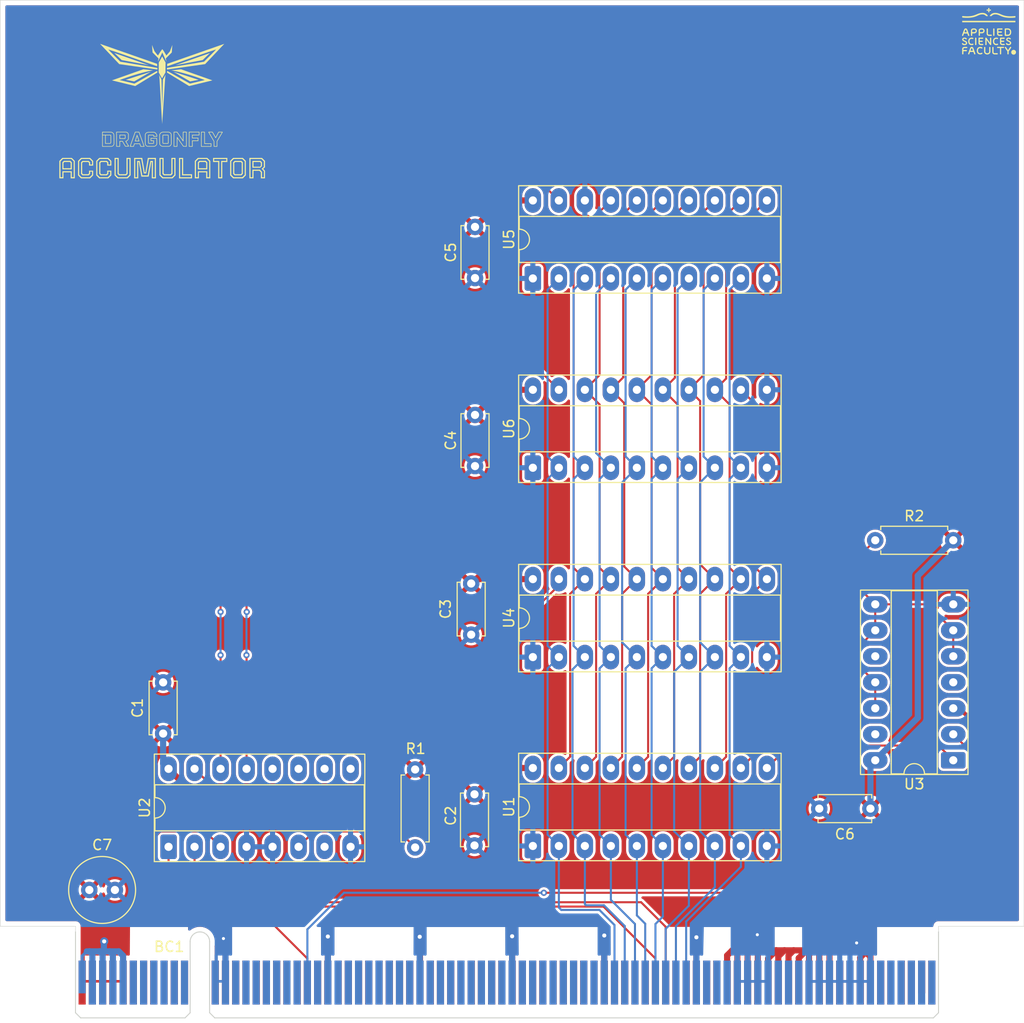
<source format=kicad_pcb>
(kicad_pcb (version 20241229) (generator "pcbnew") (generator_version "9.0")
  (layers (0 "F.Cu" signal) (2 "B.Cu" signal) (13 "F.Paste" user) (15 "B.Paste" user) (5 "F.SilkS" user "F.Silkscreen") (7 "B.SilkS" user "B.Silkscreen") (1 "F.Mask" user) (3 "B.Mask" user) (25 "Edge.Cuts" user))
  (net 0 "")
  (net 2 "VCC")
  (net 3 "GND")
  (net 4 "/DATA3")
  (net 5 "/LAC")
  (net 8 "/DATA4")
  (net 21 "/DATA2")
  (net 22 "/DATA1")
  (net 32 "/DATA0")
  (net 50 "/DATA5")
  (net 63 "/~{CLK}")
  (net 75 "/DATA6")
  (net 85 "/DATA7")
  (net 92 "/ACCUM3")
  (net 93 "/ACCUM1")
  (net 94 "Net-(U1-Cp)")
  (net 95 "/ACCUM5")
  (net 96 "/ACCUM2")
  (net 97 "/ACCUM7")
  (net 98 "/ACCUM4")
  (net 99 "/ACCUM0")
  (net 100 "/ACCUM6")
  (net 106 "Net-(U2-E3)")
  (net 107 "Net-(R2-Pad1)")
  (net 111 "/~{PASS}")
  (net 112 "/SHR")
  (net 113 "/SHL")
  (net 114 "/ACSHLEFT")
  (net 115 "/ACSHRIGHT")
  (net 116 "/~{RAC}")
  (footprint "Package_DIP:DIP-20_W7.62mm_Socket_LongPads" (layer "F.Cu") (at 152.025 113.691667 90)
    (property "Reference" "U4")
    (property "Value" "74LS245")
  )
  (footprint "Capacitor_THT:C_Disc_D5.0mm_W2.5mm_P5.00mm" (layer "F.Cu") (at 146.375 71.65 -90)
    (property "Reference" "C5")
    (property "Value" "C")
  )
  (footprint "kibuzzard-6911C8C8" (layer "F.Cu") (at 115.816146 65.906041)
    (property "Reference" "kibuzzard-6911C8C8" (hide yes))
    (property "Value" "G***" (hide yes))
  )
  (footprint "Resistor_THT:R_Axial_DIN0207_L6.3mm_D2.5mm_P7.62mm_Horizontal" (layer "F.Cu") (at 140.525 124.675 -90)
    (property "Reference" "R1")
    (property "Value" "R" (hide yes))
  )
  (footprint "Capacitor_THT:C_Disc_D5.0mm_W2.5mm_P5.00mm" (layer "F.Cu") (at 146.375 90.025 -90)
    (property "Reference" "C4")
    (property "Value" "C")
  )
  (footprint "Resistor_THT:R_Axial_DIN0207_L6.3mm_D2.5mm_P7.62mm_Horizontal" (layer "F.Cu") (at 185.47 102.275)
    (property "Reference" "R2")
    (property "Value" "R")
  )
  (footprint "Capacitor_THT:C_Disc_D5.0mm_W2.5mm_P5.00mm" (layer "F.Cu") (at 146.325 127.1 -90)
    (property "Reference" "C2")
    (property "Value" "C")
  )
  (footprint "Package_DIP:DIP-14_W7.62mm_Socket_LongPads" (layer "F.Cu") (at 193.09 123.775 180)
    (property "Reference" "U3")
    (property "Value" "74LS02")
  )
  (footprint "Capacitor_THT:C_Disc_D5.0mm_W2.5mm_P5.00mm" (layer "F.Cu") (at 115.91 121.163333 90)
    (property "Reference" "C1")
    (property "Value" "C")
  )
  (footprint "Package_DIP:DIP-20_W7.62mm_Socket_LongPads" (layer "F.Cu") (at 152.025 95.188333 90)
    (property "Reference" "U6")
    (property "Value" "74LS245")
  )
  (footprint "Capacitor_THT:C_Disc_D5.0mm_W2.5mm_P5.00mm" (layer "F.Cu") (at 146 106.5 -90)
    (property "Reference" "C3")
    (property "Value" "C")
  )
  (footprint "Capacitor_THT:C_Disc_D5.0mm_W2.5mm_P5.00mm" (layer "F.Cu") (at 185 128.5 180)
    (property "Reference" "C6")
    (property "Value" "C")
  )
  (footprint "Package_DIP:DIP-16_W7.62mm_Socket_LongPads" (layer "F.Cu") (at 116.44 132.233334 90)
    (property "Reference" "U2")
    (property "Value" "74LS138")
  )
  (footprint "Package_DIP:DIP-20_W7.62mm_Socket_LongPads" (layer "F.Cu") (at 152.025 76.685 90)
    (property "Reference" "U5")
    (property "Value" "74LS245")
  )
  (footprint "Package_DIP:DIP-20_W7.62mm_Socket_LongPads" (layer "F.Cu") (at 152.025 132.15 90)
    (property "Reference" "U1")
    (property "Value" "74LS574")
  )
  (footprint "Connector_PCBEdge:BUS_PCIexpress_x16" (layer "F.Cu") (at 108 145.5)
    (property "Reference" "BC1")
    (property "Value" "BusConnector" (hide yes))
    (fp_line (start -0.65 -4.95) (end -0.65 2.95) (stroke (width 0.1)) (layer "Edge.Cuts"))
    (fp_line (start -0.65 2.95) (end -0.15 3.45) (stroke (width 0.1)) (layer "Edge.Cuts"))
    (fp_line (start -0.15 3.45) (end 10.05 3.45) (stroke (width 0.1)) (layer "Edge.Cuts"))
    (fp_line (start 10.55 -4) (end 10.55 2.95) (stroke (width 0.1)) (layer "Edge.Cuts"))
    (fp_line (start 10.55 2.95) (end 10.05 3.45) (stroke (width 0.1)) (layer "Edge.Cuts"))
    (fp_line (start 12.45 -4) (end 12.45 2.95) (stroke (width 0.1)) (layer "Edge.Cuts"))
    (fp_line (start 12.45 2.95) (end 12.95 3.45) (stroke (width 0.1)) (layer "Edge.Cuts"))
    (fp_line (start 12.95 3.45) (end 83.15 3.45) (stroke (width 0.1)) (layer "Edge.Cuts"))
    (fp_line (start 83.65 -4.95) (end 83.65 2.95) (stroke (width 0.1)) (layer "Edge.Cuts"))
    (fp_line (start 83.65 2.95) (end 83.15 3.45) (stroke (width 0.1)) (layer "Edge.Cuts"))
    (fp_arc (start 10.55 -4) (mid 11.5 -4.95) (end 12.45 -4) (stroke (width 0.1)) (layer "Edge.Cuts"))
  )
  (footprint "Capacitor_THT:C_Radial_D6.3mm_H5.0mm_P2.50mm" (layer "F.Cu") (at 108.7 136.45)
    (property "Reference" "C7")
    (property "Value" "C")
  )
  (gr_poly (pts (xy 198.427578 52.249191) (xy 198.446976 52.250388) (xy 198.465849 52.252374) (xy 198.484191 52.255141) (xy 198.501994 52.25868) (xy 198.51925 52.262983) (xy 198.535953 52.268042) (xy 198.552093 52.27385) (xy 198.567664 52.280397) (xy 198.582658 52.287676) (xy 198.597067 52.295679) (xy 198.610884 52.304398) (xy 198.624101 52.313824) (xy 198.636711 52.32395) (xy 198.648706 52.334768) (xy 198.660078 52.346268) (xy 198.670819 52.358444) (xy 198.680923 52.371287) (xy 198.690381 52.384789) (xy 198.699187 52.398942) (xy 198.707331 52.413738) (xy 198.714807 52.429169) (xy 198.721608 52.445226) (xy 198.727724 52.461902) (xy 198.73315 52.479189) (xy 198.737877 52.497078) (xy 198.741898 52.515561) (xy 198.745204 52.53463) (xy 198.747789 52.554278) (xy 198.749645 52.574496) (xy 198.750764 52.595275) (xy 198.751139 52.616609) (xy 198.750764 52.637919) (xy 198.749645 52.658678) (xy 198.747789 52.678878) (xy 198.745204 52.698511) (xy 198.741898 52.717568) (xy 198.737877 52.736041) (xy 198.73315 52.753922) (xy 198.727724 52.771203) (xy 198.721608 52.787875) (xy 198.714807 52.803931) (xy 198.707331 52.819361) (xy 198.699187 52.834158) (xy 198.690381 52.848314) (xy 198.680923 52.86182) (xy 198.670819 52.874668) (xy 198.660078 52.886849) (xy 198.648706 52.898356) (xy 198.636711 52.909181) (xy 198.624101 52.919314) (xy 198.610884 52.928749) (xy 198.597067 52.937476) (xy 198.582658 52.945487) (xy 198.567664 52.952775) (xy 198.552093 52.95933) (xy 198.535953 52.965145) (xy 198.51925 52.970211) (xy 198.501994 52.974521) (xy 198.484191 52.978065) (xy 198.465849 52.980836) (xy 198.446976 52.982826) (xy 198.427578 52.984025) (xy 198.407665 52.984427) (xy 198.180623 52.984427) (xy 198.177492 52.984348) (xy 198.174402 52.984113) (xy 198.171356 52.983726) (xy 198.168359 52.98319) (xy 198.165415 52.982511) (xy 198.162527 52.98169) (xy 198.1597 52.980733) (xy 198.156936 52.979643) (xy 198.15424 52.978424) (xy 198.151616 52.97708) (xy 198.149067 52.975614) (xy 198.146598 52.974031) (xy 198.144211 52.972334) (xy 198.141912 52.970527) (xy 198.139704 52.968614) (xy 198.13759 52.966599) (xy 198.135575 52.964485) (xy 198.133661 52.962276) (xy 198.131854 52.959977) (xy 198.130157 52.957591) (xy 198.128574 52.955121) (xy 198.127108 52.952573) (xy 198.125764 52.949949) (xy 198.124545 52.947253) (xy 198.123455 52.944489) (xy 198.122498 52.941661) (xy 198.121678 52.938773) (xy 198.120998 52.935829) (xy 198.120463 52.932832) (xy 198.120076 52.929787) (xy 198.119841 52.926697) (xy 198.119761 52.923565) (xy 198.119761 52.862702) (xy 198.241485 52.862702) (xy 198.407665 52.862702) (xy 198.42127 52.86246) (xy 198.434448 52.861732) (xy 198.447199 52.860521) (xy 198.459522 52.858825) (xy 198.471418 52.856645) (xy 198.482886 52.853983) (xy 198.493925 52.850838) (xy 198.504536 52.84721) (xy 198.514718 52.843101) (xy 198.52447 52.83851) (xy 198.533792 52.833438) (xy 198.542684 52.827886) (xy 198.551146 52.821854) (xy 198.559177 52.815342) (xy 198.566776 52.808351) (xy 198.573945 52.800881) (xy 198.580681 52.792933) (xy 198.586986 52.784507) (xy 198.592858 52.775604) (xy 198.598297 52.766223) (xy 198.603302 52.756366) (xy 198.607875 52.746033) (xy 198.612013 52.735224) (xy 198.615718 52.72394) (xy 198.618987 52.712181) (xy 198.621822 52.699947) (xy 198.624222 52.68724) (xy 198.626186 52.674059) (xy 198.628806 52.646278) (xy 198.62968 52.616609) (xy 198.629462 52.601514) (xy 198.628806 52.586892) (xy 198.627714 52.572745) (xy 198.626186 52.559071) (xy 198.624222 52.545872) (xy 198.621822 52.533147) (xy 198.618987 52.520898) (xy 198.615718 52.509124) (xy 198.612013 52.497827) (xy 198.607875 52.487005) (xy 198.603302 52.476661) (xy 198.598297 52.466794) (xy 198.592858 52.457404) (xy 198.586986 52.448492) (xy 198.580681 52.440059) (xy 198.573945 52.432104) (xy 198.566776 52.424628) (xy 198.559177 52.417632) (xy 198.551146 52.411116) (xy 198.542684 52.40508) (xy 198.533792 52.399524) (xy 198.52447 52.39445) (xy 198.514718 52.389857) (xy 198.504536 52.385746) (xy 198.493925 52.382117) (xy 198.482886 52.378971) (xy 198.471418 52.376308) (xy 198.459522 52.374128) (xy 198.447199 52.372432) (xy 198.434448 52.37122) (xy 198.42127 52.370492) (xy 198.407665 52.370249) (xy 198.241485 52.370249) (xy 198.241485 52.862702) (xy 198.119761 52.862702) (xy 198.119761 52.309651) (xy 198.119841 52.30652) (xy 198.120076 52.30343) (xy 198.120463 52.300384) (xy 198.120998 52.297388) (xy 198.121678 52.294444) (xy 198.122498 52.291556) (xy 198.123455 52.288728) (xy 198.124545 52.285964) (xy 198.125764 52.283268) (xy 198.127108 52.280644) (xy 198.128574 52.278096) (xy 198.130157 52.275626) (xy 198.131854 52.27324) (xy 198.133661 52.270941) (xy 198.135575 52.268732) (xy 198.13759 52.266618) (xy 198.139704 52.264603) (xy 198.141912 52.26269) (xy 198.144211 52.260883) (xy 198.146598 52.259186) (xy 198.149067 52.257602) (xy 198.151616 52.256137) (xy 198.15424 52.254792) (xy 198.156936 52.253573) (xy 198.1597 52.252483) (xy 198.162527 52.251526) (xy 198.165415 52.250706) (xy 198.168359 52.250026) (xy 198.171356 52.249491) (xy 198.174402 52.249104) (xy 198.177492 52.248869) (xy 198.180623 52.24879) (xy 198.407665 52.24879)) (fill yes) (layer "F.SilkS"))
  (gr_poly (pts (xy 116.146875 55.583125) (xy 116.137086 56.554939) (xy 115.802917 57.144166) (xy 115.474304 56.549648) (xy 115.485417 55.583125) (xy 115.81694 54.991517)) (fill yes) (layer "F.SilkS"))
  (gr_poly (pts (xy 114.929792 56.350416) (xy 114.710572 56.389512) (xy 114.442078 56.445922) (xy 114.269722 56.485541) (xy 114.072575 56.533607) (xy 113.851098 56.590749) (xy 113.605752 56.657594) (xy 113.336996 56.734771) (xy 113.045293 56.822908) (xy 112.731103 56.922634) (xy 112.394887 57.034576) (xy 112.037106 57.159364) (xy 111.658219 57.297624) (xy 113.104167 57.646875) (xy 115.326667 56.403333) (xy 115.353125 56.562083) (xy 113.183542 57.884999) (xy 110.908126 57.329375) (xy 113.977292 56.244583)) (fill yes) (layer "F.SilkS"))
  (gr_poly (pts (xy 119.374792 57.276458) (xy 118.546381 57.430181) (xy 116.914167 56.482708)) (fill yes) (layer "F.SilkS"))
  (gr_poly (pts (xy 197.314611 53.150407) (xy 197.32071 53.150601) (xy 197.332667 53.151336) (xy 197.344257 53.152483) (xy 197.355425 53.15398) (xy 197.366113 53.155762) (xy 197.376266 53.157765) (xy 197.385827 53.159927) (xy 197.394741 53.162183) (xy 197.402951 53.16447) (xy 197.410401 53.166725) (xy 197.417034 53.168884) (xy 197.422795 53.170882) (xy 197.431474 53.174147) (xy 197.435988 53.17601) (xy 197.438841 53.177315) (xy 197.441593 53.178747) (xy 197.444241 53.180301) (xy 197.446785 53.181972) (xy 197.449222 53.183754) (xy 197.45155 53.185643) (xy 197.453767 53.187633) (xy 197.455872 53.18972) (xy 197.457863 53.191899) (xy 197.459738 53.194163) (xy 197.461494 53.19651) (xy 197.46313 53.198932) (xy 197.464645 53.201426) (xy 197.466035 53.203986) (xy 197.4673 53.206608) (xy 197.468438 53.209285) (xy 197.469446 53.212014) (xy 197.470322 53.214789) (xy 197.471066 53.217605) (xy 197.471674 53.220457) (xy 197.472145 53.22334) (xy 197.472477 53.226249) (xy 197.472669 53.229179) (xy 197.472717 53.232125) (xy 197.472622 53.235082) (xy 197.472379 53.238044) (xy 197.471989 53.241008) (xy 197.471448 53.243967) (xy 197.470754 53.246917) (xy 197.469907 53.249852) (xy 197.468904 53.252768) (xy 197.467743 53.25566) (xy 197.466438 53.258513) (xy 197.465006 53.261267) (xy 197.463452 53.263919) (xy 197.461781 53.266467) (xy 197.459998 53.268909) (xy 197.458109 53.271244) (xy 197.456117 53.273468) (xy 197.454029 53.275581) (xy 197.451849 53.277579) (xy 197.449582 53.279462) (xy 197.447233 53.281227) (xy 197.444807 53.282871) (xy 197.442309 53.284394) (xy 197.439745 53.285792) (xy 197.437118 53.287064) (xy 197.434435 53.288208) (xy 197.431699 53.289222) (xy 197.428917 53.290103) (xy 197.426093 53.29085) (xy 197.423231 53.291461) (xy 197.420338 53.291933) (xy 197.417418 53.292265) (xy 197.414476 53.292455) (xy 197.411516 53.2925) (xy 197.408545 53.292398) (xy 197.405567 53.292148) (xy 197.402586 53.291748) (xy 197.399609 53.291194) (xy 197.396639 53.290486) (xy 197.393683 53.289622) (xy 197.390744 53.288598) (xy 197.387829 53.287414) (xy 197.381304 53.284975) (xy 197.373735 53.282474) (xy 197.363815 53.279608) (xy 197.351935 53.276742) (xy 197.345382 53.275423) (xy 197.338486 53.274241) (xy 197.331295 53.273243) (xy 197.323858 53.272473) (xy 197.316225 53.271977) (xy 197.308443 53.271802) (xy 197.294887 53.272045) (xy 197.281754 53.272772) (xy 197.269045 53.273984) (xy 197.256761 53.275679) (xy 197.244902 53.277858) (xy 197.233468 53.28052) (xy 197.22246 53.283664) (xy 197.211879 53.28729) (xy 197.201724 53.291398) (xy 197.191997 53.295987) (xy 197.182697 53.301056) (xy 197.173825 53.306604) (xy 197.165382 53.312633) (xy 197.157367 53.31914) (xy 197.149782 53.326126) (xy 197.142627 53.33359) (xy 197.135903 53.341532) (xy 197.129608 53.34995) (xy 197.123745 53.358846) (xy 197.118314 53.368217) (xy 197.113315 53.378064) (xy 197.108748 53.388386) (xy 197.104613 53.399183) (xy 197.100913 53.410453) (xy 197.097646 53.422198) (xy 197.094813 53.434416) (xy 197.092415 53.447106) (xy 197.090451 53.460269) (xy 197.087832 53.488009) (xy 197.086958 53.517632) (xy 197.087177 53.532678) (xy 197.087832 53.547252) (xy 197.088924 53.561354) (xy 197.090451 53.574984) (xy 197.092415 53.58814) (xy 197.094813 53.600824) (xy 197.097646 53.613034) (xy 197.100913 53.624769) (xy 197.104613 53.63603) (xy 197.108748 53.646817) (xy 197.113315 53.657128) (xy 197.118314 53.666963) (xy 197.123745 53.676323) (xy 197.129608 53.685206) (xy 197.135903 53.693612) (xy 197.142627 53.701542) (xy 197.149782 53.708993) (xy 197.157367 53.715967) (xy 197.165382 53.722462) (xy 197.173825 53.728479) (xy 197.182697 53.734016) (xy 197.191997 53.739074) (xy 197.201724 53.743653) (xy 197.211879 53.747751) (xy 197.22246 53.751368) (xy 197.233468 53.754504) (xy 197.244902 53.757159) (xy 197.256761 53.759332) (xy 197.269045 53.761022) (xy 197.281754 53.762231) (xy 197.294887 53.762956) (xy 197.308443 53.763198) (xy 197.312351 53.763153) (xy 197.316231 53.763022) (xy 197.320076 53.762812) (xy 197.323881 53.762527) (xy 197.331344 53.761757) (xy 197.338568 53.760758) (xy 197.345505 53.759577) (xy 197.352102 53.758258) (xy 197.358311 53.756848) (xy 197.364079 53.755392) (xy 197.369358 53.753936) (xy 197.374097 53.752525) (xy 197.381751 53.750025) (xy 197.388358 53.747586) (xy 197.39125 53.746449) (xy 197.394166 53.745471) (xy 197.397101 53.744648) (xy 197.40005 53.743979) (xy 197.403009 53.743462) (xy 197.405971 53.743095) (xy 197.408933 53.742875) (xy 197.411888 53.742801) (xy 197.414832 53.742871) (xy 197.41776 53.743083) (xy 197.420667 53.743435) (xy 197.423546 53.743924) (xy 197.426395 53.74455) (xy 197.429206 53.745309) (xy 197.431976 53.7462) (xy 197.434699 53.747221) (xy 197.43737 53.74837) (xy 197.439984 53.749645) (xy 197.442536 53.751044) (xy 197.445021 53.752565) (xy 197.447433 53.754205) (xy 197.449768 53.755964) (xy 197.452021 53.757839) (xy 197.454186 53.759828) (xy 197.456258 53.761928) (xy 197.458233 53.764139) (xy 197.460105 53.766458) (xy 197.461869 53.768883) (xy 197.46352 53.771412) (xy 197.465052 53.774043) (xy 197.466462 53.776775) (xy 197.467743 53.779604) (xy 197.46888 53.782495) (xy 197.469861 53.785408) (xy 197.470687 53.78834) (xy 197.47136 53.791285) (xy 197.471884 53.794238) (xy 197.472258 53.797194) (xy 197.472485 53.800149) (xy 197.472568 53.803097) (xy 197.472508 53.806033) (xy 197.472306 53.808953) (xy 197.471965 53.811851) (xy 197.471487 53.814722) (xy 197.470874 53.817563) (xy 197.470127 53.820367) (xy 197.469248 53.823129) (xy 197.468239 53.825846) (xy 197.467102 53.828511) (xy 197.46584 53.83112) (xy 197.464453 53.833668) (xy 197.462944 53.83615) (xy 197.461315 53.838562) (xy 197.459567 53.840897) (xy 197.457702 53.843151) (xy 197.455723 53.84532) (xy 197.453631 53.847398) (xy 197.451429 53.84938) (xy 197.449117 53.851262) (xy 197.446698 53.853038) (xy 197.444174 53.854704) (xy 197.441546 53.856255) (xy 197.438817 53.857685) (xy 197.435988 53.858989) (xy 197.422795 53.864116) (xy 197.410401 53.868274) (xy 197.394741 53.872816) (xy 197.376266 53.877233) (xy 197.366113 53.879237) (xy 197.355425 53.881018) (xy 197.344257 53.882515) (xy 197.332667 53.883662) (xy 197.32071 53.884398) (xy 197.308442 53.884657) (xy 197.308442 53.884656) (xy 197.288577 53.884256) (xy 197.269225 53.883061) (xy 197.250394 53.881078) (xy 197.232092 53.878317) (xy 197.214325 53.874785) (xy 197.197103 53.870491) (xy 197.180432 53.865441) (xy 197.164321 53.859646) (xy 197.148777 53.853111) (xy 197.133808 53.845847) (xy 197.119421 53.83786) (xy 197.105624 53.829159) (xy 197.092425 53.819752) (xy 197.079832 53.809648) (xy 197.067853 53.798853) (xy 197.056494 53.787376) (xy 197.045764 53.775226) (xy 197.03567 53.76241) (xy 197.02622 53.748937) (xy 197.017423 53.734814) (xy 197.009285 53.72005) (xy 197.001814 53.704652) (xy 196.995018 53.68863) (xy 196.988904 53.67199) (xy 196.983482 53.654742) (xy 196.978757 53.636893) (xy 196.974738 53.61845) (xy 196.971432 53.599424) (xy 196.968847 53.57982) (xy 196.966992 53.559648) (xy 196.965873 53.538916) (xy 196.965498 53.517631) (xy 196.965873 53.496346) (xy 196.966992 53.475611) (xy 196.968847 53.455436) (xy 196.971432 53.435827) (xy 196.974738 53.416795) (xy 196.978757 53.398345) (xy 196.983482 53.380488) (xy 196.988904 53.363231) (xy 196.995018 53.346581) (xy 197.001814 53.330549) (xy 197.009285 53.31514) (xy 197.017423 53.300365) (xy 197.02622 53.28623) (xy 197.03567 53.272745) (xy 197.045764 53.259916) (xy 197.056494 53.247754) (xy 197.067853 53.236265) (xy 197.079832 53.225458) (xy 197.092425 53.215341) (xy 197.105624 53.205922) (xy 197.119421 53.19721) (xy 197.133808 53.189212) (xy 197.148777 53.181937) (xy 197.164321 53.175393) (xy 197.180432 53.169589) (xy 197.197103 53.164531) (xy 197.214325 53.16023) (xy 197.232092 53.156692) (xy 197.250394 53.153926) (xy 197.269225 53.15194) (xy 197.288577 53.150742) (xy 197.308442 53.150341)) (fill yes) (layer "F.SilkS"))
  (gr_poly (pts (xy 195.150349 52.251792) (xy 195.166323 52.252841) (xy 195.181736 52.25456) (xy 195.196592 52.256926) (xy 195.210892 52.259914) (xy 195.22464 52.263501) (xy 195.237837 52.267662) (xy 195.250488 52.272375) (xy 195.262594 52.277615) (xy 195.274157 52.283358) (xy 195.285182 52.28958) (xy 195.29567 52.296259) (xy 195.305624 52.303369) (xy 195.315046 52.310887) (xy 195.32394 52.318789) (xy 195.332309 52.327051) (xy 195.340153 52.33565) (xy 195.347477 52.344562) (xy 195.354284 52.353762) (xy 195.360575 52.363228) (xy 195.366353 52.372934) (xy 195.371621 52.382858) (xy 195.376382 52.392975) (xy 195.380638 52.403261) (xy 195.384393 52.413694) (xy 195.387648 52.424248) (xy 195.390406 52.4349) (xy 195.392671 52.445627) (xy 195.394444 52.456404) (xy 195.395728 52.467207) (xy 195.396527 52.478014) (xy 195.396842 52.488799) (xy 195.396635 52.501284) (xy 195.395821 52.513623) (xy 195.394406 52.5258) (xy 195.392397 52.537799) (xy 195.389801 52.549604) (xy 195.386623 52.561199) (xy 195.382871 52.572569) (xy 195.378551 52.583697) (xy 195.373669 52.594568) (xy 195.368233 52.605166) (xy 195.362249 52.615475) (xy 195.355723 52.625478) (xy 195.348662 52.63516) (xy 195.341073 52.644506) (xy 195.332963 52.653499) (xy 195.324337 52.662123) (xy 195.314506 52.670939) (xy 195.304172 52.679223) (xy 195.293347 52.686971) (xy 195.282043 52.694179) (xy 195.270273 52.700843) (xy 195.258048 52.706959) (xy 195.245381 52.712522) (xy 195.232283 52.717527) (xy 195.218766 52.721972) (xy 195.204843 52.725851) (xy 195.190525 52.72916) (xy 195.175824 52.731895) (xy 195.160753 52.734052) (xy 195.145324 52.735626) (xy 195.129547 52.736614) (xy 195.113437 52.73701) (xy 194.939053 52.738333) (xy 194.940906 52.927535) (xy 194.940852 52.930643) (xy 194.940644 52.933713) (xy 194.940285 52.936741) (xy 194.939779 52.939724) (xy 194.93913 52.942657) (xy 194.938341 52.945536) (xy 194.937415 52.948358) (xy 194.936358 52.951119) (xy 194.935172 52.953815) (xy 194.93386 52.956441) (xy 194.932428 52.958995) (xy 194.930877 52.961472) (xy 194.929213 52.963868) (xy 194.927439 52.96618) (xy 194.925557 52.968404) (xy 194.923573 52.970535) (xy 194.92149 52.97257) (xy 194.919311 52.974505) (xy 194.917041 52.976337) (xy 194.914682 52.97806) (xy 194.912238 52.979672) (xy 194.909714 52.981168) (xy 194.907113 52.982545) (xy 194.904438 52.983799) (xy 194.901694 52.984926) (xy 194.898883 52.985921) (xy 194.89601 52.986782) (xy 194.893078 52.987504) (xy 194.890092 52.988083) (xy 194.887053 52.988516) (xy 194.883968 52.988798) (xy 194.880838 52.988926) (xy 194.880044 52.988926) (xy 194.876937 52.988849) (xy 194.873871 52.988618) (xy 194.87085 52.988238) (xy 194.867877 52.987712) (xy 194.864956 52.987044) (xy 194.862091 52.986238) (xy 194.859285 52.985297) (xy 194.856542 52.984225) (xy 194.853866 52.983025) (xy 194.85126 52.981702) (xy 194.848728 52.980258) (xy 194.846274 52.978698) (xy 194.843901 52.977024) (xy 194.841613 52.975241) (xy 194.839414 52.973353) (xy 194.837308 52.971362) (xy 194.835297 52.969273) (xy 194.833387 52.967089) (xy 194.83158 52.964814) (xy 194.82988 52.962451) (xy 194.828291 52.960005) (xy 194.826816 52.957478) (xy 194.82546 52.954874) (xy 194.824226 52.952198) (xy 194.823117 52.949452) (xy 194.822137 52.94664) (xy 194.821291 52.943766) (xy 194.820581 52.940834) (xy 194.820011 52.937847) (xy 194.819586 52.934809) (xy 194.819308 52.931723) (xy 194.819182 52.928593) (xy 194.815479 52.466041) (xy 194.937201 52.466041) (xy 194.937201 52.466042) (xy 194.9374 52.527433) (xy 194.937996 52.616609) (xy 195.112378 52.615287) (xy 195.122666 52.61507) (xy 195.132686 52.614522) (xy 195.142431 52.613645) (xy 195.151894 52.612442) (xy 195.161066 52.610917) (xy 195.169941 52.609072) (xy 195.178511 52.606911) (xy 195.18677 52.604437) (xy 195.194708 52.601653) (xy 195.202321 52.598562) (xy 195.209598 52.595167) (xy 195.216535 52.591471) (xy 195.223123 52.587477) (xy 195.229354 52.583189) (xy 195.235222 52.578609) (xy 195.240719 52.573741) (xy 195.244817 52.569625) (xy 195.248677 52.565318) (xy 195.252293 52.56083) (xy 195.255661 52.556169) (xy 195.258779 52.551344) (xy 195.261641 52.546362) (xy 195.264244 52.541234) (xy 195.266585 52.535967) (xy 195.268659 52.530569) (xy 195.270462 52.52505) (xy 195.271991 52.519418) (xy 195.273242 52.513681) (xy 195.27421 52.507848) (xy 195.274893 52.501927) (xy 195.275285 52.495927) (xy 195.275384 52.489857) (xy 195.274846 52.479211) (xy 195.273403 52.468573) (xy 195.271011 52.458035) (xy 195.267626 52.447692) (xy 195.263207 52.437637) (xy 195.260595 52.432747) (xy 195.257707 52.427964) (xy 195.25454 52.4233) (xy 195.251086 52.418767) (xy 195.24734 52.414377) (xy 195.243298 52.410141) (xy 195.238954 52.40607) (xy 195.234301 52.402177) (xy 195.229336 52.398474) (xy 195.224051 52.394971) (xy 195.218443 52.391682) (xy 195.212505 52.388617) (xy 195.206233 52.385788) (xy 195.19962 52.383207) (xy 195.192661 52.380886) (xy 195.185351 52.378836) (xy 195.177685 52.37707) (xy 195.169656 52.375598) (xy 195.16126 52.374433) (xy 195.152491 52.373587) (xy 195.143344 52.37307) (xy 195.133812 52.372895) (xy 195.13196 52.372895) (xy 195.060249 52.373425) (xy 195.049093 52.373719) (xy 195.038633 52.374389) (xy 195.028846 52.375415) (xy 195.01971 52.376775) (xy 195.011202 52.378448) (xy 195.0033 52.380415) (xy 194.995981 52.382653) (xy 194.989224 52.385142) (xy 194.983005 52.387862) (xy 194.977303 52.390791) (xy 194.972095 52.393909) (xy 194.967359 52.397194) (xy 194.963072 52.400626) (xy 194.959211 52.404184) (xy 194.955755 52.407848) (xy 194.952682 52.411596) (xy 194.949968 52.415407) (xy 194.947591 52.419262) (xy 194.945529 52.423138) (xy 194.94376 52.427015) (xy 194.942261 52.430873) (xy 194.94101 52.434689) (xy 194.939161 52.442118) (xy 194.938035 52.449134) (xy 194.937453 52.455571) (xy 194.937201 52.466041) (xy 194.815479 52.466041) (xy 194.815477 52.465776) (xy 194.815774 52.453665) (xy 194.816612 52.441845) (xy 194.817984 52.430322) (xy 194.819882 52.419102) (xy 194.822301 52.40819) (xy 194.825233 52.397594) (xy 194.828672 52.387319) (xy 194.832611 52.37737) (xy 194.837042 52.367753) (xy 194.84196 52.358475) (xy 194.847358 52.349542) (xy 194.853228 52.340959) (xy 194.859564 52.332732) (xy 194.866359 52.324867) (xy 194.873607 52.317371) (xy 194.8813 52.310248) (xy 194.889432 52.303505) (xy 194.897996 52.297148) (xy 194.906985 52.291183) (xy 194.916393 52.285615) (xy 194.926212 52.28045) (xy 194.936436 52.275696) (xy 194.947059 52.271356) (xy 194.958072 52.267438) (xy 194.96947 52.263947) (xy 194.981246 52.260889) (xy 194.993393 52.258269) (xy 195.005904 52.256095) (xy 195.018772 52.254372) (xy 195.031991 52.253105) (xy 195.059454 52.251966) (xy 195.131165 52.251437) (xy 195.133812 52.251437)) (fill yes) (layer "F.SilkS"))
  (gr_poly (pts (xy 116.360972 62.673996) (xy 116.363463 62.674171) (xy 116.366703 62.674562) (xy 116.370547 62.675253) (xy 116.374852 62.67633) (xy 116.377133 62.677039) (xy 116.379475 62.677877) (xy 116.381861 62.678852) (xy 116.384273 62.679977) (xy 116.386692 62.681262) (xy 116.389101 62.682717) (xy 116.391482 62.684353) (xy 116.393817 62.68618) (xy 116.396088 62.688209) (xy 116.398278 62.69045) (xy 116.400367 62.692915) (xy 116.402339 62.695613) (xy 116.404175 62.698555) (xy 116.405857 62.701752) (xy 116.407368 62.705214) (xy 116.40869 62.708952) (xy 116.409804 62.712977) (xy 116.410693 62.717299) (xy 116.411339 62.721928) (xy 116.411723 62.726875) (xy 116.412645 62.857467) (xy 116.412352 63.091371) (xy 116.411195 63.414791) (xy 116.411656 63.41817) (xy 116.412025 63.422049) (xy 116.412302 63.427082) (xy 116.412351 63.433041) (xy 116.412032 63.439697) (xy 116.411207 63.44682) (xy 116.410562 63.450485) (xy 116.409739 63.454181) (xy 116.408721 63.457879) (xy 116.40749 63.461552) (xy 116.406029 63.465169) (xy 116.404321 63.468702) (xy 116.402349 63.472124) (xy 116.400096 63.475405) (xy 116.397543 63.478516) (xy 116.394675 63.481429) (xy 116.391473 63.484115) (xy 116.38792 63.486546) (xy 116.384 63.488693) (xy 116.379695 63.490528) (xy 116.374987 63.492021) (xy 116.36986 63.493144) (xy 116.364296 63.493869) (xy 116.358278 63.494166) (xy 115.961403 63.494166) (xy 115.958025 63.494345) (xy 115.949112 63.494307) (xy 115.943153 63.493937) (xy 115.936497 63.49319) (xy 115.929374 63.491957) (xy 115.922013 63.490131) (xy 115.918315 63.488963) (xy 115.914642 63.487605) (xy 115.911025 63.486045) (xy 115.907491 63.48427) (xy 115.90407 63.482266) (xy 115.900789 63.480019) (xy 115.897678 63.477516) (xy 115.894765 63.474744) (xy 115.892079 63.471689) (xy 115.889648 63.468337) (xy 115.887501 63.464676) (xy 115.885667 63.460691) (xy 115.884174 63.45637) (xy 115.88305 63.451698) (xy 115.882326 63.446662) (xy 115.882028 63.441249) (xy 115.882557 62.753333) (xy 115.882139 62.750009) (xy 115.881817 62.746189) (xy 115.881598 62.741228) (xy 115.881614 62.73535) (xy 115.881999 62.728776) (xy 115.882886 62.721732) (xy 115.88356 62.718103) (xy 115.884409 62.714439) (xy 115.88545 62.71077) (xy 115.886701 62.707122) (xy 115.888177 62.703524) (xy 115.889895 62.700003) (xy 115.891872 62.696588) (xy 115.894125 62.693306) (xy 115.896669 62.690185) (xy 115.899523 62.687254) (xy 115.902703 62.684539) (xy 115.906224 62.682069) (xy 115.910105 62.679873) (xy 115.914361 62.677977) (xy 115.919009 62.676409) (xy 115.924066 62.675198) (xy 115.929549 62.674372) (xy 115.935474 62.673958) (xy 116.358807 62.673958)) (stroke (width 0.052916)) (fill no) (layer "F.SilkS"))
  (gr_poly (pts (xy 195.739721 54.056523) (xy 195.748295 54.056896) (xy 195.756768 54.057498) (xy 195.76513 54.058315) (xy 195.773369 54.059331) (xy 195.781476 54.060531) (xy 195.78944 54.061899) (xy 195.797251 54.06342) (xy 195.812371 54.066859) (xy 195.826755 54.070726) (xy 195.840318 54.074898) (xy 195.852978 54.079252) (xy 195.864652 54.083664) (xy 195.875256 54.088012) (xy 195.884709 54.092174) (xy 195.892927 54.096026) (xy 195.905326 54.102309) (xy 195.911789 54.105879) (xy 195.914437 54.107525) (xy 195.916972 54.109286) (xy 195.919393 54.111156) (xy 195.921698 54.113129) (xy 195.923885 54.115201) (xy 195.925954 54.117366) (xy 195.927902 54.119619) (xy 195.92973 54.121954) (xy 195.931434 54.124368) (xy 195.933014 54.126853) (xy 195.934468 54.129406) (xy 195.935796 54.13202) (xy 195.936994 54.134691) (xy 195.938063 54.137414) (xy 195.939001 54.140182) (xy 195.939806 54.142991) (xy 195.940477 54.145837) (xy 195.941012 54.148712) (xy 195.94141 54.151613) (xy 195.94167 54.154533) (xy 195.94179 54.157469) (xy 195.941769 54.160414) (xy 195.941606 54.163363) (xy 195.941299 54.166311) (xy 195.940846 54.169253) (xy 195.940246 54.172183) (xy 195.939499 54.175097) (xy 195.938601 54.177989) (xy 195.937553 54.180854) (xy 195.936352 54.183687) (xy 195.934998 54.186482) (xy 195.933488 54.189234) (xy 195.931843 54.191882) (xy 195.930084 54.194417) (xy 195.928218 54.196837) (xy 195.926249 54.199141) (xy 195.924183 54.201328) (xy 195.922024 54.203396) (xy 195.919778 54.205344) (xy 195.91745 54.20717) (xy 195.915045 54.208872) (xy 195.912567 54.21045) (xy 195.910023 54.211902) (xy 195.907417 54.213226) (xy 195.904754 54.214421) (xy 195.902039 54.215485) (xy 195.899278 54.216418) (xy 195.896475 54.217217) (xy 195.893635 54.217881) (xy 195.890765 54.218409) (xy 195.887868 54.218799) (xy 195.88495 54.219049) (xy 195.882016 54.219159) (xy 195.87907 54.219127) (xy 195.876119 54.218952) (xy 195.873167 54.218631) (xy 195.87022 54.218163) (xy 195.867282 54.217548) (xy 195.864358 54.216784) (xy 195.861453 54.215868) (xy 195.858574 54.2148) (xy 195.855724 54.213578) (xy 195.852909 54.212201) (xy 195.850133 54.210668) (xy 195.840123 54.205541) (xy 195.828574 54.200286) (xy 195.813517 54.194261) (xy 195.804874 54.191201) (xy 195.795595 54.188237) (xy 195.78576 54.185466) (xy 195.775449 54.182982) (xy 195.764743 54.180883) (xy 195.753722 54.179265) (xy 195.742466 54.178224) (xy 195.731055 54.177855) (xy 195.717474 54.178098) (xy 195.704319 54.178825) (xy 195.691589 54.180037) (xy 195.679285 54.181733) (xy 195.667408 54.183912) (xy 195.655957 54.186575) (xy 195.644933 54.18972) (xy 195.634337 54.193348) (xy 195.624169 54.197457) (xy 195.61443 54.202048) (xy 195.605118 54.207119) (xy 195.596237 54.212671) (xy 195.587784 54.218704) (xy 195.579761 54.225215) (xy 195.572169 54.232206) (xy 195.565007 54.239676) (xy 195.558277 54.247624) (xy 195.551978 54.25605) (xy 195.54611 54.264954) (xy 195.540675 54.274334) (xy 195.535672 54.284192) (xy 195.531103 54.294525) (xy 195.526966 54.305334) (xy 195.523264 54.316618) (xy 195.519996 54.328377) (xy 195.517162 54.340611) (xy 195.514763 54.353318) (xy 195.512799 54.366499) (xy 195.510179 54.39428) (xy 195.509305 54.42395) (xy 195.509524 54.43902) (xy 195.510179 54.453616) (xy 195.511271 54.46774) (xy 195.512799 54.481389) (xy 195.514763 54.494564) (xy 195.517162 54.507264) (xy 195.519996 54.51949) (xy 195.523264 54.53124) (xy 195.526966 54.542514) (xy 195.531103 54.553313) (xy 195.535672 54.563635) (xy 195.540675 54.573481) (xy 195.54611 54.58285) (xy 195.551978 54.591741) (xy 195.558277 54.600155) (xy 195.565007 54.60809) (xy 195.572169 54.615548) (xy 195.579761 54.622527) (xy 195.587784 54.629026) (xy 195.596237 54.635047) (xy 195.605118 54.640588) (xy 195.61443 54.645648) (xy 195.624169 54.650229) (xy 195.634337 54.654328) (xy 195.644933 54.657947) (xy 195.655957 54.661084) (xy 195.667408 54.66374) (xy 195.679285 54.665913) (xy 195.691589 54.667604) (xy 195.704319 54.668812) (xy 195.717474 54.669538) (xy 195.731055 54.669779) (xy 195.73673 54.669684) (xy 195.742385 54.669405) (xy 195.748009 54.668955) (xy 195.753593 54.668347) (xy 195.759125 54.667592) (xy 195.764595 54.666703) (xy 195.769993 54.665691) (xy 195.775308 54.66457) (xy 195.785648 54.662046) (xy 195.795529 54.65923) (xy 195.804869 54.656218) (xy 195.813583 54.653109) (xy 195.821587 54.649999) (xy 195.828796 54.646987) (xy 195.835127 54.644171) (xy 195.840496 54.641647) (xy 195.848009 54.63787) (xy 195.850663 54.636438) (xy 195.853415 54.634977) (xy 195.856209 54.633669) (xy 195.859042 54.632515) (xy 195.861906 54.631511) (xy 195.864797 54.630657) (xy 195.867709 54.629951) (xy 195.870638 54.629392) (xy 195.873577 54.628978) (xy 195.876522 54.628709) (xy 195.879466 54.628583) (xy 195.882406 54.628598) (xy 195.885335 54.628753) (xy 195.888248 54.629047) (xy 195.89114 54.629478) (xy 195.894005 54.630046) (xy 195.896839 54.630748) (xy 195.899635 54.631583) (xy 195.902388 54.632551) (xy 195.905094 54.633649) (xy 195.907747 54.634876) (xy 195.910341 54.636231) (xy 195.912871 54.637713) (xy 195.915332 54.63932) (xy 195.917719 54.641051) (xy 195.920025 54.642905) (xy 195.922247 54.644879) (xy 195.924378 54.646974) (xy 195.926413 54.649186) (xy 195.928347 54.651516) (xy 195.930174 54.653962) (xy 195.93189 54.656522) (xy 195.933488 54.659194) (xy 195.934974 54.661922) (xy 195.936306 54.664692) (xy 195.937485 54.667499) (xy 195.938514 54.670339) (xy 195.939393 54.673206) (xy 195.940124 54.676095) (xy 195.940707 54.679001) (xy 195.941146 54.681918) (xy 195.94144 54.684842) (xy 195.941591 54.687766) (xy 195.941601 54.690686) (xy 195.94147 54.693597) (xy 195.941201 54.696492) (xy 195.940794 54.699368) (xy 195.940252 54.702219) (xy 195.939574 54.705039) (xy 195.938764 54.707824) (xy 195.937821 54.710568) (xy 195.936748 54.713265) (xy 195.935545 54.715911) (xy 195.934215 54.718501) (xy 195.932758 54.721029) (xy 195.931175 54.72349) (xy 195.929469 54.725878) (xy 195.927641 54.728189) (xy 195.925691 54.730417) (xy 195.923621 54.732557) (xy 195.921434 54.734604) (xy 195.919129 54.736553) (xy 195.916708 54.738398) (xy 195.914173 54.740133) (xy 195.911525 54.741755) (xy 195.905051 54.745325) (xy 195.892629 54.751608) (xy 195.874936 54.759622) (xy 195.852647 54.768382) (xy 195.839991 54.772736) (xy 195.826439 54.776907) (xy 195.812076 54.780774) (xy 195.796986 54.784214) (xy 195.781255 54.787103) (xy 195.764967 54.789319) (xy 195.748205 54.790738) (xy 195.731055 54.791239) (xy 195.731055 54.79124) (xy 195.711166 54.790839) (xy 195.691791 54.789642) (xy 195.672939 54.787656) (xy 195.654617 54.78489) (xy 195.636832 54.781352) (xy 195.619593 54.77705) (xy 195.602906 54.771993) (xy 195.586781 54.766188) (xy 195.571223 54.759644) (xy 195.556241 54.75237) (xy 195.541843 54.744372) (xy 195.528037 54.73566) (xy 195.514829 54.726241) (xy 195.502227 54.716124) (xy 195.49024 54.705317) (xy 195.478875 54.693828) (xy 195.468139 54.681665) (xy 195.45804 54.668837) (xy 195.448586 54.655351) (xy 195.439785 54.641217) (xy 195.431643 54.626441) (xy 195.42417 54.611033) (xy 195.417372 54.595) (xy 195.411257 54.578351) (xy 195.405832 54.561094) (xy 195.401106 54.543236) (xy 195.397087 54.524787) (xy 195.39378 54.505754) (xy 195.391196 54.486146) (xy 195.38934 54.46597) (xy 195.388221 54.445236) (xy 195.387846 54.42395) (xy 195.388221 54.402641) (xy 195.38934 54.381884) (xy 195.391196 54.361687) (xy 195.39378 54.342059) (xy 195.397087 54.323008) (xy 195.401106 54.304542) (xy 195.405832 54.286669) (xy 195.411257 54.269397) (xy 195.417372 54.252734) (xy 195.42417 54.236689) (xy 195.431643 54.221269) (xy 195.439785 54.206483) (xy 195.448586 54.19234) (xy 195.45804 54.178846) (xy 195.468139 54.16601) (xy 195.478875 54.153841) (xy 195.49024 54.142346) (xy 195.502227 54.131534) (xy 195.514829 54.121412) (xy 195.528037 54.11199) (xy 195.541843 54.103274) (xy 195.556241 54.095274) (xy 195.571223 54.087997) (xy 195.586781 54.081451) (xy 195.602906 54.075645) (xy 195.619593 54.070587) (xy 195.636832 54.066285) (xy 195.654617 54.062746) (xy 195.672939 54.05998) (xy 195.691791 54.057994) (xy 195.711166 54.056796) (xy 195.731055 54.056395)) (fill yes) (layer "F.SilkS"))
  (gr_poly (pts (xy 194.2 53.15) (xy 194.213119 53.150552) (xy 194.225835 53.151454) (xy 194.238148 53.15269) (xy 194.250054 53.154245) (xy 194.261553 53.156104) (xy 194.272641 53.158252) (xy 194.283318 53.160674) (xy 194.293582 53.163355) (xy 194.30343 53.166279) (xy 194.31286 53.169431) (xy 194.321871 53.172796) (xy 194.330462 53.176359) (xy 194.338629 53.180104) (xy 194.346371 53.184017) (xy 194.353686 53.188083) (xy 194.360573 53.192286) (xy 194.367029 53.196611) (xy 194.373052 53.201043) (xy 194.378641 53.205566) (xy 194.383794 53.210166) (xy 194.388509 53.214827) (xy 194.392783 53.219535) (xy 194.396616 53.224274) (xy 194.400005 53.229028) (xy 194.402948 53.233784) (xy 194.405444 53.238525) (xy 194.40749 53.243236) (xy 194.409084 53.247902) (xy 194.410226 53.252509) (xy 194.410912 53.257041) (xy 194.411141 53.261482) (xy 194.411058 53.264518) (xy 194.410812 53.267523) (xy 194.410407 53.270491) (xy 194.409847 53.273419) (xy 194.409137 53.276302) (xy 194.40828 53.279136) (xy 194.407282 53.281916) (xy 194.406146 53.28464) (xy 194.404877 53.287301) (xy 194.403479 53.289897) (xy 194.401956 53.292423) (xy 194.400312 53.294875) (xy 194.398553 53.297248) (xy 194.396681 53.299538) (xy 194.394701 53.301741) (xy 194.392618 53.303853) (xy 194.390436 53.30587) (xy 194.388158 53.307788) (xy 194.38579 53.309601) (xy 194.383336 53.311307) (xy 194.380799 53.3129) (xy 194.378184 53.314377) (xy 194.375496 53.315733) (xy 194.372739 53.316964) (xy 194.369916 53.318067) (xy 194.367032 53.319036) (xy 194.364092 53.319867) (xy 194.3611 53.320557) (xy 194.358059 53.321101) (xy 194.354975 53.321494) (xy 194.351851 53.321734) (xy 194.348691 53.321814) (xy 194.345222 53.321712) (xy 194.341763 53.321409) (xy 194.338319 53.320905) (xy 194.334894 53.320206) (xy 194.331493 53.319312) (xy 194.328118 53.318228) (xy 194.324776 53.316955) (xy 194.321469 53.315496) (xy 194.318203 53.313855) (xy 194.314982 53.312033) (xy 194.311809 53.310034) (xy 194.308689 53.307859) (xy 194.305627 53.305513) (xy 194.302626 53.302998) (xy 194.299691 53.300315) (xy 194.296827 53.297469) (xy 194.291678 53.292501) (xy 194.286287 53.287852) (xy 194.280655 53.283521) (xy 194.274781 53.279508) (xy 194.268664 53.275814) (xy 194.262306 53.272438) (xy 194.255707 53.26938) (xy 194.248865 53.266641) (xy 194.241781 53.26422) (xy 194.234456 53.262118) (xy 194.226888 53.260334) (xy 194.219079 53.258868) (xy 194.211028 53.257721) (xy 194.202735 53.256892) (xy 194.1942 53.256381) (xy 194.185423 53.256188) (xy 194.179421 53.256297) (xy 194.173574 53.256619) (xy 194.167883 53.257147) (xy 194.162352 53.257873) (xy 194.156982 53.258791) (xy 194.151776 53.259893) (xy 194.146735 53.261173) (xy 194.141864 53.262622) (xy 194.137163 53.264234) (xy 194.132636 53.266002) (xy 194.128285 53.267918) (xy 194.124111 53.269976) (xy 194.120118 53.272167) (xy 194.116308 53.274486) (xy 194.112683 53.276924) (xy 194.109246 53.279475) (xy 194.105998 53.282131) (xy 194.102943 53.284886) (xy 194.100082 53.287732) (xy 194.097419 53.290662) (xy 194.094955 53.293668) (xy 194.092693 53.296744) (xy 194.090635 53.299882) (xy 194.088783 53.303076) (xy 194.087141 53.306318) (xy 194.085709 53.3096) (xy 194.084492 53.312916) (xy 194.08349 53.316259) (xy 194.082707 53.319621) (xy 194.082145 53.322996) (xy 194.081806 53.326375) (xy 194.081692 53.329753) (xy 194.081766 53.332362) (xy 194.081987 53.334978) (xy 194.082354 53.3376) (xy 194.082863 53.340225) (xy 194.083513 53.342851) (xy 194.084303 53.345476) (xy 194.086294 53.350716) (xy 194.08882 53.355927) (xy 194.091865 53.361095) (xy 194.095415 53.366201) (xy 194.099455 53.371232) (xy 194.103969 53.376169) (xy 194.108942 53.380996) (xy 194.11436 53.385699) (xy 194.120206 53.390259) (xy 194.126467 53.394661) (xy 194.133127 53.398889) (xy 194.14017 53.402926) (xy 194.147582 53.406756) (xy 194.162806 53.414075) (xy 194.179667 53.422038) (xy 194.216912 53.439305) (xy 194.2185 53.439833) (xy 194.262161 53.460011) (xy 194.284364 53.470496) (xy 194.305029 53.480585) (xy 194.322197 53.489869) (xy 194.338364 53.499649) (xy 194.353515 53.509905) (xy 194.367636 53.520617) (xy 194.380712 53.531766) (xy 194.392728 53.543334) (xy 194.40367 53.5553) (xy 194.413522 53.567645) (xy 194.422271 53.580349) (xy 194.429901 53.593394) (xy 194.436397 53.60676) (xy 194.441745 53.620428) (xy 194.443984 53.627368) (xy 194.445931 53.634377) (xy 194.447583 53.641452) (xy 194.448938 53.64859) (xy 194.449996 53.655788) (xy 194.450754 53.663046) (xy 194.45121 53.670359) (xy 194.451362 53.677726) (xy 194.451095 53.687218) (xy 194.450293 53.696728) (xy 194.44896 53.706236) (xy 194.447098 53.715719) (xy 194.444709 53.725157) (xy 194.441797 53.73453) (xy 194.43441 53.752993) (xy 194.429942 53.762042) (xy 194.424959 53.770942) (xy 194.419465 53.779671) (xy 194.413462 53.788208) (xy 194.406953 53.796533) (xy 194.399941 53.804625) (xy 194.392427 53.812462) (xy 194.384414 53.820024) (xy 194.375906 53.82729) (xy 194.366903 53.834239) (xy 194.35741 53.84085) (xy 194.347428 53.847102) (xy 194.33696 53.852974) (xy 194.326008 53.858446) (xy 194.314575 53.863495) (xy 194.302664 53.868102) (xy 194.290277 53.872246) (xy 194.277416 53.875905) (xy 194.264085 53.879058) (xy 194.250285 53.881685) (xy 194.236019 53.883764) (xy 194.221289 53.885276) (xy 194.206099 53.886198) (xy 194.19045 53.88651) (xy 194.190451 53.886509) (xy 194.174773 53.886253) (xy 194.159593 53.885499) (xy 194.14491 53.88427) (xy 194.130726 53.882592) (xy 194.117039 53.880486) (xy 194.103849 53.877976) (xy 194.091158 53.875086) (xy 194.078964 53.871839) (xy 194.067268 53.868259) (xy 194.056069 53.864369) (xy 194.045368 53.860193) (xy 194.035165 53.855754) (xy 194.02546 53.851075) (xy 194.016252 53.84618) (xy 194.007542 53.841092) (xy 193.99933 53.835835) (xy 193.991616 53.830432) (xy 193.984399 53.824907) (xy 193.97768 53.819284) (xy 193.971459 53.813584) (xy 193.965735 53.807833) (xy 193.960509 53.802054) (xy 193.955781 53.796269) (xy 193.95155 53.790503) (xy 193.947818 53.784778) (xy 193.944582 53.779119) (xy 193.941845 53.773549) (xy 193.939605 53.768091) (xy 193.937863 53.762768) (xy 193.936619 53.757605) (xy 193.935873 53.752624) (xy 193.935624 53.74785) (xy 193.93572 53.74456) (xy 193.936003 53.74134) (xy 193.936467 53.738194) (xy 193.937106 53.735122) (xy 193.937913 53.732127) (xy 193.938882 53.729212) (xy 193.940006 53.726378) (xy 193.94128 53.723629) (xy 193.942696 53.720965) (xy 193.944248 53.718389) (xy 193.94593 53.715904) (xy 193.947736 53.713512) (xy 193.949659 53.711215) (xy 193.951692 53.709015) (xy 193.95383 53.706914) (xy 193.956065 53.704915) (xy 193.958392 53.70302) (xy 193.960804 53.701231) (xy 193.963295 53.699551) (xy 193.965858 53.69798) (xy 193.968487 53.696523) (xy 193.971176 53.695181) (xy 193.976705 53.69285) (xy 193.982396 53.691007) (xy 193.985286 53.690273) (xy 193.988197 53.689668) (xy 193.991123 53.689193) (xy 193.994057 53.688851) (xy 193.996993 53.688645) (xy 193.999925 53.688575) (xy 194.003478 53.68868) (xy 194.006989 53.688994) (xy 194.010452 53.689515) (xy 194.013863 53.690241) (xy 194.017217 53.691171) (xy 194.020508 53.692301) (xy 194.023732 53.693631) (xy 194.026883 53.695157) (xy 194.029957 53.69688) (xy 194.032948 53.698795) (xy 194.035852 53.700902) (xy 194.038663 53.703199) (xy 194.041376 53.705684) (xy 194.043987 53.708354) (xy 194.04649 53.711207) (xy 194.04888 53.714243) (xy 194.054601 53.721244) (xy 194.060837 53.727852) (xy 194.067568 53.734059) (xy 194.074775 53.739857) (xy 194.08244 53.745239) (xy 194.090544 53.750195) (xy 194.099066 53.754717) (xy 194.107989 53.758798) (xy 194.117294 53.76243) (xy 194.126961 53.765603) (xy 194.136971 53.768311) (xy 194.147306 53.770545) (xy 194.157946 53.772296) (xy 194.168872 53.773557) (xy 194.180067 53.77432) (xy 194.191509 53.774576) (xy 194.201605 53.774377) (xy 194.211212 53.773795) (xy 194.22034 53.772849) (xy 194.229 53.771561) (xy 194.237204 53.769952) (xy 194.244963 53.768042) (xy 194.252288 53.765853) (xy 194.259189 53.763404) (xy 194.265678 53.760718) (xy 194.271767 53.757815) (xy 194.277465 53.754715) (xy 194.282785 53.75144) (xy 194.287737 53.74801) (xy 194.292333 53.744446) (xy 194.296583 53.740769) (xy 194.300498 53.737) (xy 194.304091 53.73316) (xy 194.307371 53.729269) (xy 194.31035 53.725349) (xy 194.313039 53.72142) (xy 194.31545 53.717503) (xy 194.317592 53.713618) (xy 194.319478 53.709788) (xy 194.321118 53.706032) (xy 194.323706 53.698826) (xy 194.325444 53.692169) (xy 194.326422 53.686227) (xy 194.326729 53.681166) (xy 194.32664 53.677761) (xy 194.326375 53.674347) (xy 194.325936 53.670926) (xy 194.325325 53.667501) (xy 194.324544 53.664074) (xy 194.323596 53.660648) (xy 194.321205 53.653811) (xy 194.318168 53.647011) (xy 194.314504 53.64027) (xy 194.310229 53.633609) (xy 194.305361 53.627051) (xy 194.299915 53.620617) (xy 194.29391 53.614329) (xy 194.287362 53.608208) (xy 194.280288 53.602276) (xy 194.272706 53.596556) (xy 194.264632 53.591067) (xy 194.256084 53.585834) (xy 194.247078 53.580876) (xy 194.210325 53.561716) (xy 194.172555 53.542704) (xy 194.153405 53.533425) (xy 194.13414 53.524388) (xy 194.114807 53.51566) (xy 194.095452 53.507312) (xy 194.080267 53.500414) (xy 194.065888 53.492841) (xy 194.052339 53.484623) (xy 194.039643 53.475793) (xy 194.027824 53.466381) (xy 194.016907 53.45642) (xy 194.006916 53.445939) (xy 193.997875 53.434972) (xy 193.989807 53.423548) (xy 193.982737 53.4117) (xy 193.976688 53.399459) (xy 193.971686 53.386857) (xy 193.969584 53.38043) (xy 193.967753 53.373924) (xy 193.966195 53.367343) (xy 193.964914 53.360692) (xy 193.963912 53.353974) (xy 193.963193 53.347193) (xy 193.962759 53.340353) (xy 193.962614 53.333457) (xy 193.96284 53.324898) (xy 193.963515 53.31635) (xy 193.964639 53.30783) (xy 193.96621 53.299355) (xy 193.968227 53.290943) (xy 193.970689 53.282609) (xy 193.973594 53.274372) (xy 193.976941 53.266249) (xy 193.980729 53.258256) (xy 193.984956 53.250411) (xy 193.989621 53.24273) (xy 193.994723 53.235232) (xy 194.000261 53.227933) (xy 194.006233 53.220849) (xy 194.012638 53.214) (xy 194.019474 53.2074) (xy 194.02674 53.201068) (xy 194.034436 53.19502) (xy 194.042559 53.189275) (xy 194.051108 53.183848) (xy 194.060083 53.178756) (xy 194.069481 53.174018) (xy 194.079302 53.16965) (xy 194.089544 53.165669) (xy 194.100205 53.162092) (xy 194.111285 53.158937) (xy 194.122782 53.15622) (xy 194.134696 53.153959) (xy 194.147023 53.152171) (xy 194.159764 53.150872) (xy 194.172917 53.15008) (xy 194.18648 53.149813)) (fill yes) (layer "F.SilkS"))
  (gr_poly (pts (xy 116.755417 54.604166) (xy 116.173334 55.18625) (xy 116.22625 55.50375) (xy 115.829375 54.604166) (xy 115.406042 55.50375) (xy 115.458959 55.18625) (xy 114.876875 54.604166) (xy 114.823959 53.863333) (xy 115.060231 54.469758) (xy 115.113727 54.542097) (xy 115.169006 54.615061) (xy 115.233004 54.697035) (xy 115.297995 54.77638) (xy 115.328447 54.811429) (xy 115.356251 54.841456) (xy 115.380439 54.865006) (xy 115.400045 54.880624) (xy 115.407829 54.885004) (xy 115.414105 54.886855) (xy 115.418753 54.885995) (xy 115.421652 54.882244) (xy 115.429237 54.866474) (xy 115.443447 54.841069) (xy 115.488113 54.767158) (xy 115.54838 54.672126) (xy 115.616981 54.567588) (xy 115.686649 54.465158) (xy 115.750116 54.376451) (xy 115.777253 54.340874) (xy 115.800114 54.313082) (xy 115.817791 54.294529) (xy 115.824402 54.289171) (xy 115.829375 54.286666) (xy 115.834378 54.287458) (xy 115.84107 54.291713) (xy 115.859039 54.3097) (xy 115.882311 54.338797) (xy 115.909916 54.377174) (xy 115.97425 54.474446) (xy 116.044283 54.586869) (xy 116.170415 54.798598) (xy 116.22625 54.895208) (xy 116.570209 54.498333) (xy 116.808334 53.863333)) (fill yes) (layer "F.SilkS"))
  (gr_poly (pts (xy 120.009792 55.741875) (xy 116.279167 56.271041) (xy 116.279167 56.112291) (xy 119.903958 55.50375) (xy 120.494574 54.914986) (xy 120.895823 54.506527) (xy 121.024635 54.369298) (xy 121.058801 54.329374) (xy 121.066787 54.318077) (xy 121.068125 54.313125) (xy 120.314385 54.562073) (xy 118.678342 55.126784) (xy 116.305625 55.953541) (xy 116.305625 55.715416) (xy 121.888333 53.7575)) (fill yes) (layer "F.SilkS"))
  (gr_poly (pts (xy 195.287775 53.150687) (xy 195.290863 53.150922) (xy 195.293905 53.151309) (xy 195.296897 53.151844) (xy 195.299835 53.152523) (xy 195.302716 53.153343) (xy 195.305536 53.154299) (xy 195.308291 53.155387) (xy 195.310977 53.156604) (xy 195.313591 53.157947) (xy 195.316129 53.15941) (xy 195.318587 53.16099) (xy 195.320961 53.162683) (xy 195.323248 53.164485) (xy 195.325444 53.166393) (xy 195.327546 53.168403) (xy 195.329549 53.17051) (xy 195.33145 53.172711) (xy 195.333245 53.175002) (xy 195.33493 53.177379) (xy 195.336502 53.179838) (xy 195.337956 53.182376) (xy 195.33929 53.184988) (xy 195.3405 53.18767) (xy 195.341581 53.19042) (xy 195.34253 53.193231) (xy 195.343343 53.196102) (xy 195.344017 53.199028) (xy 195.344547 53.202005) (xy 195.344931 53.20503) (xy 195.345164 53.208097) (xy 195.345242 53.211205) (xy 195.345242 53.82406) (xy 195.345164 53.827192) (xy 195.344931 53.830282) (xy 195.344547 53.833327) (xy 195.344017 53.836324) (xy 195.343343 53.839268) (xy 195.34253 53.842156) (xy 195.341581 53.844984) (xy 195.3405 53.847748) (xy 195.33929 53.850443) (xy 195.337956 53.853068) (xy 195.336502 53.855616) (xy 195.33493 53.858086) (xy 195.333244 53.860472) (xy 195.331449 53.862771) (xy 195.329549 53.86498) (xy 195.327546 53.867094) (xy 195.325444 53.869109) (xy 195.323248 53.871022) (xy 195.320961 53.872829) (xy 195.318586 53.874526) (xy 195.316128 53.876109) (xy 195.31359 53.877575) (xy 195.310977 53.878919) (xy 195.30829 53.880138) (xy 195.305536 53.881228) (xy 195.302716 53.882185) (xy 195.299835 53.883006) (xy 195.296897 53.883686) (xy 195.293905 53.884221) (xy 195.290863 53.884608) (xy 195.287775 53.884843) (xy 195.284644 53.884922) (xy 195.281513 53.884843) (xy 195.278425 53.884608) (xy 195.275383 53.884221) (xy 195.272391 53.883686) (xy 195.269453 53.883006) (xy 195.266572 53.882185) (xy 195.263753 53.881228) (xy 195.260998 53.880138) (xy 195.258312 53.878919) (xy 195.255698 53.877575) (xy 195.25316 53.876109) (xy 195.250702 53.874526) (xy 195.248328 53.872829) (xy 195.246041 53.871022) (xy 195.243844 53.869109) (xy 195.241743 53.867094) (xy 195.23974 53.86498) (xy 195.237839 53.862771) (xy 195.236044 53.860472) (xy 195.234359 53.858086) (xy 195.232787 53.855616) (xy 195.231332 53.853068) (xy 195.229999 53.850443) (xy 195.228789 53.847748) (xy 195.227708 53.844984) (xy 195.226759 53.842156) (xy 195.225946 53.839268) (xy 195.225272 53.836324) (xy 195.224742 53.833327) (xy 195.224358 53.830282) (xy 195.224125 53.827192) (xy 195.224047 53.82406) (xy 195.224047 53.211205) (xy 195.224125 53.208097) (xy 195.224358 53.20503) (xy 195.224742 53.202005) (xy 195.225272 53.199028) (xy 195.225946 53.196102) (xy 195.226759 53.193231) (xy 195.227708 53.19042) (xy 195.228789 53.18767) (xy 195.229999 53.184988) (xy 195.231333 53.182376) (xy 195.232787 53.179838) (xy 195.234359 53.177379) (xy 195.236045 53.175002) (xy 195.237839 53.172711) (xy 195.23974 53.17051) (xy 195.241743 53.168403) (xy 195.243845 53.166393) (xy 195.246041 53.164485) (xy 195.248328 53.162683) (xy 195.250702 53.16099) (xy 195.25316 53.15941) (xy 195.255698 53.157947) (xy 195.258312 53.156604) (xy 195.260998 53.155387) (xy 195.263753 53.154299) (xy 195.266573 53.153343) (xy 195.269453 53.152523) (xy 195.272392 53.151844) (xy 195.275384 53.151309) (xy 195.278425 53.150922) (xy 195.281514 53.150687) (xy 195.284644 53.150608)) (fill yes) (layer "F.SilkS"))
  (gr_poly (pts (xy 198.99849 54.347251) (xy 199.010435 54.348159) (xy 199.022205 54.349655) (xy 199.033785 54.351724) (xy 199.045161 54.354351) (xy 199.056317 54.35752) (xy 199.06724 54.361219) (xy 199.077914 54.365431) (xy 199.088325 54.370142) (xy 199.098458 54.375337) (xy 199.108298 54.381001) (xy 199.117831 54.38712) (xy 199.127043 54.393678) (xy 199.135917 54.400662) (xy 199.144441 54.408056) (xy 199.152598 54.415845) (xy 199.160375 54.424015) (xy 199.167756 54.43255) (xy 199.174728 54.441437) (xy 199.181275 54.45066) (xy 199.187382 54.460205) (xy 199.193035 54.470056) (xy 199.19822 54.4802) (xy 199.202921 54.49062) (xy 199.207124 54.501303) (xy 199.210815 54.512234) (xy 199.213977 54.523397) (xy 199.216598 54.534779) (xy 199.218662 54.546364) (xy 199.220154 54.558137) (xy 199.221061 54.570084) (xy 199.221366 54.58219) (xy 199.221061 54.594272) (xy 199.220154 54.606197) (xy 199.218662 54.617949) (xy 199.216598 54.629515) (xy 199.213977 54.640878) (xy 199.210814 54.652024) (xy 199.207124 54.662939) (xy 199.202921 54.673608) (xy 199.19822 54.684015) (xy 199.193035 54.694146) (xy 199.187382 54.703986) (xy 199.181274 54.71352) (xy 199.174727 54.722734) (xy 199.167756 54.731613) (xy 199.160374 54.740141) (xy 199.152598 54.748304) (xy 199.14444 54.756088) (xy 199.135917 54.763476) (xy 199.127042 54.770455) (xy 199.117831 54.77701) (xy 199.108297 54.783126) (xy 199.098457 54.788787) (xy 199.088324 54.79398) (xy 199.077913 54.798689) (xy 199.067239 54.8029) (xy 199.056317 54.806597) (xy 199.04516 54.809766) (xy 199.033785 54.812392) (xy 199.022205 54.814461) (xy 199.010435 54.815957) (xy 198.99849 54.816865) (xy 198.986385 54.817171) (xy 198.974279 54.816865) (xy 198.962332 54.815957) (xy 198.950558 54.814461) (xy 198.938974 54.812392) (xy 198.927592 54.809766) (xy 198.916429 54.806597) (xy 198.905498 54.8029) (xy 198.894815 54.798689) (xy 198.884394 54.79398) (xy 198.874251 54.788787) (xy 198.8644 54.783126) (xy 198.854855 54.77701) (xy 198.845632 54.770455) (xy 198.836745 54.763476) (xy 198.828209 54.756088) (xy 198.820039 54.748304) (xy 198.81225 54.740141) (xy 198.804856 54.731613) (xy 198.797873 54.722734) (xy 198.791314 54.71352) (xy 198.785195 54.703986) (xy 198.779531 54.694146) (xy 198.774336 54.684015) (xy 198.769625 54.673608) (xy 198.765413 54.662939) (xy 198.761715 54.652024) (xy 198.758545 54.640878) (xy 198.755918 54.629515) (xy 198.753849 54.617949) (xy 198.752353 54.606197) (xy 198.751445 54.594272) (xy 198.751139 54.58219) (xy 198.751445 54.570084) (xy 198.752353 54.558137) (xy 198.753849 54.546364) (xy 198.755918 54.534779) (xy 198.758545 54.523397) (xy 198.761715 54.512234) (xy 198.765413 54.501303) (xy 198.769625 54.49062) (xy 198.774336 54.4802) (xy 198.779531 54.470056) (xy 198.785195 54.460205) (xy 198.791314 54.45066) (xy 198.797873 54.441437) (xy 198.804856 54.43255) (xy 198.81225 54.424015) (xy 198.820039 54.415845) (xy 198.828209 54.408056) (xy 198.836745 54.400662) (xy 198.845632 54.393678) (xy 198.854855 54.38712) (xy 198.8644 54.381001) (xy 198.874251 54.375337) (xy 198.884394 54.370142) (xy 198.894815 54.365431) (xy 198.905498 54.361219) (xy 198.916429 54.35752) (xy 198.927592 54.354351) (xy 198.938974 54.351724) (xy 198.950558 54.349655) (xy 198.962332 54.348159) (xy 198.974279 54.347251) (xy 198.986385 54.346945)) (fill yes) (layer "F.SilkS"))
  (gr_poly (pts (xy 114.532917 55.847708) (xy 111.860626 55.345) (xy 111.146251 54.657083)) (fill yes) (layer "F.SilkS"))
  (gr_poly (pts (xy 194.307992 52.249702) (xy 194.314549 52.250058) (xy 194.320996 52.25065) (xy 194.327332 52.251478) (xy 194.333557 52.252543) (xy 194.33967 52.253843) (xy 194.345671 52.255379) (xy 194.35156 52.25715) (xy 194.357337 52.259156) (xy 194.363001 52.261396) (xy 194.368552 52.263871) (xy 194.373989 52.26658) (xy 194.379314 52.269523) (xy 194.384524 52.272699) (xy 194.38962 52.276108) (xy 194.394602 52.27975) (xy 194.399469 52.283625) (xy 194.404221 52.287731) (xy 194.408857 52.29207) (xy 194.413378 52.296641) (xy 194.417783 52.301443) (xy 194.422072 52.306476) (xy 194.4303 52.317235) (xy 194.43806 52.328914) (xy 194.44535 52.341512) (xy 194.452166 52.355027) (xy 194.458507 52.369455) (xy 194.496976 52.473103) (xy 194.561245 52.651273) (xy 194.653265 52.908482) (xy 194.65425 52.911492) (xy 194.655073 52.914516) (xy 194.655736 52.917549) (xy 194.656242 52.920585) (xy 194.656593 52.92362) (xy 194.656791 52.926649) (xy 194.656839 52.929667) (xy 194.656738 52.932669) (xy 194.656492 52.935651) (xy 194.656102 52.938606) (xy 194.655572 52.94153) (xy 194.654902 52.944419) (xy 194.654097 52.947267) (xy 194.653157 52.95007) (xy 194.652085 52.952821) (xy 194.650884 52.955518) (xy 194.649555 52.958154) (xy 194.648102 52.960724) (xy 194.646526 52.963224) (xy 194.64483 52.965649) (xy 194.643017 52.967993) (xy 194.641088 52.970253) (xy 194.639045 52.972422) (xy 194.636892 52.974496) (xy 194.63463 52.97647) (xy 194.632262 52.978339) (xy 194.62979 52.980099) (xy 194.627217 52.981743) (xy 194.624544 52.983268) (xy 194.621775 52.984668) (xy 194.618911 52.985938) (xy 194.615954 52.987074) (xy 194.613375 52.98788) (xy 194.610795 52.988579) (xy 194.608215 52.98917) (xy 194.605635 52.989654) (xy 194.603055 52.99003) (xy 194.600474 52.990299) (xy 194.597894 52.99046) (xy 194.595314 52.990514) (xy 194.592962 52.990468) (xy 194.590622 52.990332) (xy 194.588296 52.990107) (xy 194.585987 52.989794) (xy 194.583696 52.989394) (xy 194.581426 52.988907) (xy 194.57918 52.988336) (xy 194.57696 52.987682) (xy 194.574769 52.986944) (xy 194.572607 52.986126) (xy 194.570479 52.985227) (xy 194.568387 52.984248) (xy 194.566332 52.983192) (xy 194.564317 52.982058) (xy 194.562345 52.980849) (xy 194.560418 52.979565) (xy 194.558538 52.978207) (xy 194.556707 52.976777) (xy 194.554929 52.975276) (xy 194.553205 52.973704) (xy 194.551538 52.972063) (xy 194.54993 52.970353) (xy 194.548384 52.968577) (xy 194.546901 52.966735) (xy 194.545485 52.964828) (xy 194.544138 52.962858) (xy 194.542861 52.960825) (xy 194.541658 52.958731) (xy 194.540531 52.956576) (xy 194.539482 52.954363) (xy 194.538513 52.952091) (xy 194.537627 52.949762) (xy 194.465916 52.749182) (xy 194.136996 52.749182) (xy 194.065285 52.949762) (xy 194.06415 52.952719) (xy 194.062879 52.955583) (xy 194.061479 52.958352) (xy 194.059955 52.961025) (xy 194.05831 52.963598) (xy 194.056551 52.96607) (xy 194.054682 52.968438) (xy 194.052708 52.9707) (xy 194.050634 52.972853) (xy 194.048464 52.974896) (xy 194.046205 52.976825) (xy 194.04386 52.978639) (xy 194.041436 52.980334) (xy 194.038936 52.98191) (xy 194.036365 52.983363) (xy 194.03373 52.984692) (xy 194.031033 52.985893) (xy 194.028281 52.986965) (xy 194.025479 52.987905) (xy 194.022631 52.988711) (xy 194.019742 52.98938) (xy 194.016818 52.989911) (xy 194.013862 52.990301) (xy 194.010881 52.990547) (xy 194.007879 52.990647) (xy 194.004861 52.9906) (xy 194.001832 52.990401) (xy 193.998797 52.990051) (xy 193.99576 52.989545) (xy 193.992728 52.988882) (xy 193.989704 52.988059) (xy 193.986693 52.987074) (xy 193.983737 52.985938) (xy 193.980873 52.984668) (xy 193.978103 52.983268) (xy 193.975431 52.981743) (xy 193.972857 52.980099) (xy 193.970385 52.978339) (xy 193.968017 52.97647) (xy 193.965756 52.974496) (xy 193.963602 52.972422) (xy 193.96156 52.970253) (xy 193.959631 52.967993) (xy 193.957817 52.965649) (xy 193.956121 52.963224) (xy 193.954546 52.960724) (xy 193.953093 52.958154) (xy 193.951764 52.955518) (xy 193.950563 52.952821) (xy 193.949491 52.95007) (xy 193.948551 52.947267) (xy 193.947745 52.944419) (xy 193.947076 52.94153) (xy 193.946545 52.938606) (xy 193.946156 52.935651) (xy 193.945909 52.932669) (xy 193.945809 52.929667) (xy 193.945857 52.926649) (xy 193.946055 52.92362) (xy 193.946406 52.920585) (xy 193.946911 52.917549) (xy 193.947575 52.914516) (xy 193.948398 52.911492) (xy 193.949383 52.908482) (xy 194.041536 52.651273) (xy 194.05052 52.6264) (xy 194.180924 52.6264) (xy 194.421726 52.6264) (xy 194.37221 52.489559) (xy 194.354856 52.442461) (xy 194.344723 52.416028) (xy 194.343073 52.412061) (xy 194.341447 52.408343) (xy 194.339845 52.404864) (xy 194.338267 52.401616) (xy 194.336711 52.398593) (xy 194.335177 52.395786) (xy 194.333665 52.393186) (xy 194.332174 52.390786) (xy 194.330703 52.388578) (xy 194.329252 52.386554) (xy 194.327821 52.384706) (xy 194.326409 52.383026) (xy 194.325015 52.381506) (xy 194.32364 52.380137) (xy 194.322281 52.378913) (xy 194.320939 52.377824) (xy 194.319614 52.376864) (xy 194.318304 52.376023) (xy 194.31701 52.375294) (xy 194.31573 52.374669) (xy 194.314465 52.37414) (xy 194.313213 52.373699) (xy 194.311974 52.373338) (xy 194.310748 52.373049) (xy 194.309533 52.372824) (xy 194.308331 52.372654) (xy 194.305957 52.372452) (xy 194.303623 52.372377) (xy 194.301325 52.372367) (xy 194.297995 52.372452) (xy 194.296014 52.372654) (xy 194.293841 52.373049) (xy 194.291491 52.373699) (xy 194.28898 52.374669) (xy 194.286321 52.376023) (xy 194.283529 52.377824) (xy 194.282088 52.378913) (xy 194.28062 52.380137) (xy 194.279126 52.381506) (xy 194.277607 52.383026) (xy 194.276067 52.384706) (xy 194.274506 52.386554) (xy 194.272928 52.388578) (xy 194.271332 52.390786) (xy 194.269722 52.393186) (xy 194.268099 52.395786) (xy 194.266464 52.398593) (xy 194.264821 52.401616) (xy 194.26317 52.404864) (xy 194.261514 52.408343) (xy 194.259854 52.412061) (xy 194.258192 52.416028) (xy 194.258193 52.416028) (xy 194.248055 52.442461) (xy 194.230672 52.489559) (xy 194.180924 52.6264) (xy 194.05052 52.6264) (xy 194.105896 52.473103) (xy 194.144406 52.369455) (xy 194.14849 52.359938) (xy 194.152747 52.350928) (xy 194.157164 52.342409) (xy 194.16173 52.334371) (xy 194.166433 52.326798) (xy 194.17126 52.319677) (xy 194.1762 52.312996) (xy 194.181241 52.306741) (xy 194.186371 52.300898) (xy 194.191577 52.295454) (xy 194.196848 52.290396) (xy 194.202172 52.28571) (xy 194.207537 52.281383) (xy 194.212931 52.277402) (xy 194.218342 52.273753) (xy 194.223758 52.270422) (xy 194.229167 52.267397) (xy 194.234556 52.264664) (xy 194.245232 52.260022) (xy 194.255687 52.256386) (xy 194.265828 52.253652) (xy 194.275558 52.251712) (xy 194.284781 52.250458) (xy 194.293402 52.249785) (xy 194.301324 52.249584)) (fill yes) (layer "F.SilkS"))
  (gr_poly (pts (xy 197.054894 52.248869) (xy 197.057985 52.249104) (xy 197.06103 52.249491) (xy 197.064027 52.250026) (xy 197.066971 52.250706) (xy 197.069859 52.251526) (xy 197.072686 52.252483) (xy 197.07545 52.253573) (xy 197.078146 52.254792) (xy 197.08077 52.256137) (xy 197.083319 52.257602) (xy 197.085788 52.259186) (xy 197.088175 52.260883) (xy 197.090474 52.26269) (xy 197.092682 52.264603) (xy 197.094796 52.266618) (xy 197.096812 52.268732) (xy 197.098725 52.270941) (xy 197.100532 52.27324) (xy 197.102229 52.275626) (xy 197.103812 52.278096) (xy 197.105278 52.280644) (xy 197.106622 52.283268) (xy 197.107841 52.285964) (xy 197.108931 52.288728) (xy 197.109888 52.291556) (xy 197.110708 52.294444) (xy 197.111388 52.297388) (xy 197.111923 52.300384) (xy 197.112311 52.30343) (xy 197.112546 52.30652) (xy 197.112625 52.309651) (xy 197.112625 52.923565) (xy 197.112546 52.926697) (xy 197.112311 52.929787) (xy 197.111923 52.932832) (xy 197.111388 52.935829) (xy 197.110708 52.938773) (xy 197.109888 52.941661) (xy 197.108931 52.944489) (xy 197.107841 52.947253) (xy 197.106622 52.949949) (xy 197.105278 52.952573) (xy 197.103812 52.955121) (xy 197.102229 52.957591) (xy 197.100532 52.959977) (xy 197.098725 52.962276) (xy 197.096812 52.964485) (xy 197.094796 52.966599) (xy 197.092682 52.968614) (xy 197.090474 52.970527) (xy 197.088175 52.972334) (xy 197.085788 52.974031) (xy 197.083319 52.975614) (xy 197.08077 52.97708) (xy 197.078146 52.978424) (xy 197.07545 52.979643) (xy 197.072686 52.980733) (xy 197.069859 52.98169) (xy 197.066971 52.982511) (xy 197.064027 52.98319) (xy 197.06103 52.983726) (xy 197.057985 52.984113) (xy 197.054894 52.984348) (xy 197.051763 52.984427) (xy 197.048632 52.984348) (xy 197.045541 52.984113) (xy 197.042496 52.983726) (xy 197.039499 52.98319) (xy 197.036555 52.982511) (xy 197.033667 52.98169) (xy 197.030839 52.980733) (xy 197.028076 52.979643) (xy 197.02538 52.978424) (xy 197.022756 52.97708) (xy 197.020207 52.975614) (xy 197.017738 52.974031) (xy 197.015351 52.972334) (xy 197.013052 52.970527) (xy 197.010844 52.968614) (xy 197.00873 52.966599) (xy 197.006714 52.964485) (xy 197.004801 52.962276) (xy 197.002994 52.959977) (xy 197.001297 52.957591) (xy 196.999714 52.955121) (xy 196.998248 52.952573) (xy 196.996904 52.949949) (xy 196.995685 52.947253) (xy 196.994595 52.944489) (xy 196.993638 52.941661) (xy 196.992817 52.938773) (xy 196.992138 52.935829) (xy 196.991602 52.932832) (xy 196.991215 52.929787) (xy 196.99098 52.926697) (xy 196.990901 52.923565) (xy 196.990901 52.309651) (xy 196.99098 52.30652) (xy 196.991215 52.30343) (xy 196.991602 52.300384) (xy 196.992138 52.297388) (xy 196.992817 52.294444) (xy 196.993638 52.291556) (xy 196.994595 52.288728) (xy 196.995685 52.285964) (xy 196.996904 52.283268) (xy 196.998248 52.280644) (xy 196.999714 52.278096) (xy 197.001297 52.275626) (xy 197.002994 52.27324) (xy 197.004801 52.270941) (xy 197.006714 52.268732) (xy 197.00873 52.266618) (xy 197.010844 52.264603) (xy 197.013052 52.26269) (xy 197.015351 52.260883) (xy 197.017738 52.259186) (xy 197.020207 52.257602) (xy 197.022756 52.256137) (xy 197.02538 52.254792) (xy 197.028076 52.253573) (xy 197.030839 52.252483) (xy 197.033667 52.251526) (xy 197.036555 52.250706) (xy 197.039499 52.250026) (xy 197.042496 52.249491) (xy 197.045541 52.249104) (xy 197.048632 52.248869) (xy 197.051763 52.24879)) (fill yes) (layer "F.SilkS"))
  (gr_poly (pts (xy 196.966224 54.056498) (xy 196.969291 54.056753) (xy 196.972316 54.057158) (xy 196.975293 54.057708) (xy 196.978219 54.0584) (xy 196.98109 54.05923) (xy 196.983902 54.060195) (xy 196.986651 54.061291) (xy 196.989334 54.062514) (xy 196.991946 54.06386) (xy 196.994483 54.065326) (xy 196.996942 54.066908) (xy 196.999319 54.068602) (xy 197.00161 54.070405) (xy 197.003811 54.072314) (xy 197.005919 54.074323) (xy 197.007928 54.076431) (xy 197.009836 54.078632) (xy 197.011639 54.080923) (xy 197.013332 54.083302) (xy 197.014912 54.085763) (xy 197.016375 54.088303) (xy 197.017717 54.090919) (xy 197.018935 54.093607) (xy 197.020023 54.096363) (xy 197.020979 54.099184) (xy 197.021799 54.102066) (xy 197.022478 54.105004) (xy 197.023013 54.107997) (xy 197.0234 54.111039) (xy 197.023635 54.114127) (xy 197.023714 54.117257) (xy 197.023714 54.578222) (xy 197.023989 54.58869) (xy 197.024599 54.595122) (xy 197.025761 54.602129) (xy 197.027654 54.609541) (xy 197.030454 54.617192) (xy 197.032251 54.621054) (xy 197.034341 54.624913) (xy 197.036748 54.628746) (xy 197.039492 54.632535) (xy 197.042597 54.636256) (xy 197.046085 54.63989) (xy 197.049978 54.643415) (xy 197.054298 54.646811) (xy 197.059067 54.650055) (xy 197.064308 54.653128) (xy 197.070044 54.656008) (xy 197.076295 54.658674) (xy 197.083084 54.661105) (xy 197.090435 54.66328) (xy 197.098368 54.665178) (xy 197.106906 54.666779) (xy 197.116072 54.66806) (xy 197.125887 54.669001) (xy 197.136374 54.669581) (xy 197.147555 54.669779) (xy 197.384124 54.669779) (xy 197.387231 54.669859) (xy 197.390299 54.670094) (xy 197.393323 54.670481) (xy 197.3963 54.671016) (xy 197.399226 54.671696) (xy 197.402097 54.672516) (xy 197.404909 54.673473) (xy 197.407658 54.674563) (xy 197.410341 54.675782) (xy 197.412953 54.677127) (xy 197.41549 54.678592) (xy 197.41795 54.680176) (xy 197.420327 54.681873) (xy 197.422618 54.68368) (xy 197.424819 54.685593) (xy 197.426926 54.687608) (xy 197.428936 54.689722) (xy 197.430844 54.691931) (xy 197.432646 54.69423) (xy 197.43434 54.696616) (xy 197.43592 54.699086) (xy 197.437383 54.701634) (xy 197.438725 54.704258) (xy 197.439942 54.706954) (xy 197.441031 54.709718) (xy 197.441987 54.712546) (xy 197.442806 54.715434) (xy 197.443485 54.718378) (xy 197.444021 54.721374) (xy 197.444408 54.72442) (xy 197.444643 54.72751) (xy 197.444722 54.730641) (xy 197.444643 54.733773) (xy 197.444408 54.736863) (xy 197.444021 54.739908) (xy 197.443485 54.742905) (xy 197.442806 54.745849) (xy 197.441987 54.748737) (xy 197.441031 54.751565) (xy 197.439942 54.754329) (xy 197.438725 54.757025) (xy 197.437383 54.759649) (xy 197.43592 54.762197) (xy 197.43434 54.764667) (xy 197.432646 54.767053) (xy 197.430844 54.769352) (xy 197.428936 54.771561) (xy 197.426926 54.773675) (xy 197.424819 54.77569) (xy 197.422618 54.777603) (xy 197.420327 54.77941) (xy 197.41795 54.781107) (xy 197.41549 54.782691) (xy 197.412953 54.784156) (xy 197.410341 54.785501) (xy 197.407658 54.78672) (xy 197.404909 54.78781) (xy 197.402097 54.788767) (xy 197.399226 54.789587) (xy 197.3963 54.790267) (xy 197.393323 54.790802) (xy 197.390299 54.791189) (xy 197.387231 54.791424) (xy 197.384124 54.791503) (xy 197.147555 54.791503) (xy 197.147555 54.791505) (xy 197.133654 54.791268) (xy 197.120086 54.790561) (xy 197.10686 54.789389) (xy 197.09398 54.787759) (xy 197.081455 54.785676) (xy 197.069291 54.783146) (xy 197.057495 54.780175) (xy 197.046074 54.776769) (xy 197.035034 54.772933) (xy 197.024382 54.768674) (xy 197.014126 54.763997) (xy 197.004271 54.758907) (xy 196.994824 54.753412) (xy 196.985793 54.747516) (xy 196.977184 54.741225) (xy 196.969004 54.734546) (xy 196.96126 54.727484) (xy 196.953958 54.720044) (xy 196.947105 54.712233) (xy 196.940708 54.704057) (xy 196.934775 54.695521) (xy 196.92931 54.686631) (xy 196.924323 54.677393) (xy 196.919818 54.667813) (xy 196.915803 54.657896) (xy 196.912286 54.647648) (xy 196.909271 54.637076) (xy 196.906767 54.626185) (xy 196.90478 54.61498) (xy 196.903317 54.603468) (xy 196.902385 54.591655) (xy 196.90199 54.579546) (xy 196.90199 54.116993) (xy 196.902093 54.113886) (xy 196.90235 54.110818) (xy 196.902758 54.107794) (xy 196.903313 54.104817) (xy 196.904011 54.101891) (xy 196.904847 54.09902) (xy 196.905819 54.096208) (xy 196.906922 54.093459) (xy 196.908153 54.090776) (xy 196.909507 54.088164) (xy 196.910981 54.085627) (xy 196.912572 54.083167) (xy 196.914274 54.08079) (xy 196.916085 54.078499) (xy 196.918 54.076298) (xy 196.920017 54.074191) (xy 196.92213 54.072181) (xy 196.924336 54.070273) (xy 196.926631 54.068471) (xy 196.929012 54.066777) (xy 196.931474 54.065197) (xy 196.934015 54.063734) (xy 196.936629 54.062392) (xy 196.939313 54.061175) (xy 196.942063 54.060086) (xy 196.944876 54.05913) (xy 196.947748 54.058311) (xy 196.950674 54.057632) (xy 196.953652 54.057096) (xy 196.956676 54.056709) (xy 196.959744 54.056474) (xy 196.962851 54.056395) (xy 196.963116 54.056395)) (fill yes) (layer "F.SilkS"))
  (gr_poly (pts (xy 116.120417 56.932499) (xy 115.815087 61.604248) (xy 115.538334 56.906041) (xy 115.511875 56.77375) (xy 115.75 57.25) (xy 115.828317 60.112527) (xy 115.882292 57.25) (xy 116.146875 56.77375)) (fill yes) (layer "F.SilkS"))
  (gr_poly (pts (xy 196.631286 50.282942) (xy 196.628458 50.290476) (xy 196.625574 50.300069) (xy 196.622156 50.313836) (xy 196.618541 50.331995) (xy 196.615061 50.354761) (xy 196.613478 50.36794) (xy 196.612053 50.382353) (xy 196.610831 50.398026) (xy 196.609852 50.414987) (xy 196.618495 50.41453) (xy 196.626812 50.414008) (xy 196.634808 50.413424) (xy 196.642485 50.412785) (xy 196.656898 50.411361) (xy 196.670077 50.409777) (xy 196.68205 50.408075) (xy 196.692843 50.406298) (xy 196.702485 50.404486) (xy 196.711001 50.402682) (xy 196.71842 50.400928) (xy 196.724769 50.399265) (xy 196.730074 50.397735) (xy 196.734362 50.396381) (xy 196.737661 50.395243) (xy 196.739999 50.394365) (xy 196.741896 50.393553) (xy 196.765182 50.382968) (xy 196.765447 50.542268) (xy 196.741896 50.531419) (xy 196.734403 50.528674) (xy 196.724852 50.525874) (xy 196.711133 50.522554) (xy 196.693024 50.519036) (xy 196.6703 50.515641) (xy 196.657137 50.514091) (xy 196.642738 50.512693) (xy 196.627073 50.511488) (xy 196.610116 50.510514) (xy 196.610548 50.519133) (xy 196.611048 50.527426) (xy 196.61161 50.535397) (xy 196.61223 50.543049) (xy 196.612901 50.550387) (xy 196.613618 50.557414) (xy 196.615172 50.570545) (xy 196.616848 50.582473) (xy 196.618604 50.593222) (xy 196.620398 50.602823) (xy 196.622188 50.611301) (xy 196.623932 50.618684) (xy 196.625586 50.625) (xy 196.62711 50.630277) (xy 196.628461 50.634542) (xy 196.629596 50.637822) (xy 196.630473 50.640145) (xy 196.631285 50.642029) (xy 196.641869 50.665316) (xy 196.616466 50.66558) (xy 196.48257 50.66558) (xy 196.493419 50.642294) (xy 196.496272 50.634169) (xy 196.499066 50.624437) (xy 196.50235 50.610639) (xy 196.505807 50.592562) (xy 196.509122 50.569991) (xy 196.510627 50.556954) (xy 196.511978 50.542713) (xy 196.513135 50.527242) (xy 196.514059 50.510514) (xy 196.505465 50.51097) (xy 196.497195 50.51149) (xy 196.489244 50.51207) (xy 196.481611 50.512704) (xy 196.467283 50.514114) (xy 196.454181 50.515678) (xy 196.44228 50.517356) (xy 196.431551 50.519105) (xy 196.421968 50.520885) (xy 196.413504 50.522653) (xy 196.406132 50.524369) (xy 196.399824 50.525991) (xy 196.394553 50.527476) (xy 196.390293 50.528785) (xy 196.384693 50.530705) (xy 196.382808 50.531419) (xy 196.359524 50.541738) (xy 196.359524 50.382703) (xy 196.382811 50.393552) (xy 196.390294 50.396343) (xy 196.399825 50.399194) (xy 196.413506 50.402582) (xy 196.431552 50.406181) (xy 196.454182 50.409665) (xy 196.467284 50.411262) (xy 196.481613 50.412709) (xy 196.497196 50.413964) (xy 196.514061 50.414986) (xy 196.513629 50.406343) (xy 196.513131 50.398025) (xy 196.512572 50.39003) (xy 196.511958 50.382352) (xy 196.510584 50.367938) (xy 196.509049 50.354757) (xy 196.507397 50.34278) (xy 196.505669 50.331981) (xy 196.503907 50.322331) (xy 196.502153 50.313803) (xy 196.500448 50.30637) (xy 196.498835 50.300004) (xy 196.497355 50.294678) (xy 196.49605 50.290364) (xy 196.49342 50.282677) (xy 196.4831 50.259656) (xy 196.6424 50.259391)) (fill yes) (layer "F.SilkS"))
  (gr_poly (pts (xy 112.268891 62.383594) (xy 112.281963 62.385062) (xy 112.298916 62.387836) (xy 112.318973 62.392331) (xy 112.341356 62.398962) (xy 112.353177 62.403208) (xy 112.365288 62.408143) (xy 112.377591 62.413819) (xy 112.389991 62.420289) (xy 112.402388 62.427603) (xy 112.414687 62.435814) (xy 112.426791 62.444974) (xy 112.438601 62.455134) (xy 112.45002 62.466346) (xy 112.460953 62.478663) (xy 112.4713 62.492135) (xy 112.480966 62.506816) (xy 112.489853 62.522756) (xy 112.497863 62.540007) (xy 112.5049 62.558621) (xy 112.510867 62.578651) (xy 112.515666 62.600148) (xy 112.5192 62.623163) (xy 112.521371 62.64775) (xy 112.522084 62.673958) (xy 112.522084 63.017916) (xy 112.520178 63.026485) (xy 112.517438 63.036484) (xy 112.513187 63.049658) (xy 112.507188 63.065533) (xy 112.499202 63.083633) (xy 112.488989 63.103484) (xy 112.482973 63.113917) (xy 112.476311 63.124609) (xy 112.468973 63.135502) (xy 112.460929 63.146535) (xy 112.45215 63.157649) (xy 112.442606 63.168785) (xy 112.432266 63.179884) (xy 112.4211 63.190886) (xy 112.40908 63.201731) (xy 112.396175 63.21236) (xy 112.382356 63.222714) (xy 112.367592 63.232734) (xy 112.351853 63.242359) (xy 112.33511 63.251532) (xy 112.317334 63.260191) (xy 112.298493 63.268279) (xy 112.278559 63.275734) (xy 112.257501 63.282499) (xy 112.26873 63.303426) (xy 112.300806 63.357939) (xy 112.399946 63.522873) (xy 112.545367 63.762454) (xy 112.220988 63.769069) (xy 111.940001 63.282499) (xy 111.675418 63.282499) (xy 111.675418 63.785208) (xy 111.357918 63.785208) (xy 111.357918 62.382917) (xy 111.384376 62.382917) (xy 112.257501 62.382917)) (stroke (width 0.052916)) (fill no) (layer "F.SilkS"))
  (gr_poly (pts (xy 120.724167 57.329375) (xy 118.44875 57.884999) (xy 116.279167 56.562083) (xy 116.305625 56.403333) (xy 118.528125 57.646875) (xy 119.974073 57.297624) (xy 119.595187 57.159364) (xy 119.237405 57.034576) (xy 118.901189 56.922634) (xy 118.586999 56.822908) (xy 118.295296 56.734771) (xy 118.026541 56.657594) (xy 117.781194 56.590749) (xy 117.559717 56.533607) (xy 117.36257 56.485541) (xy 117.190214 56.445922) (xy 116.92172 56.389512) (xy 116.7025 56.350416) (xy 117.655 56.244583)) (fill yes) (layer "F.SilkS"))
  (gr_poly (pts (xy 194.90132 53.150671) (xy 194.907441 53.150862) (xy 194.919438 53.151589) (xy 194.931063 53.152724) (xy 194.942258 53.154203) (xy 194.952968 53.155965) (xy 194.963136 53.157946) (xy 194.972707 53.160084) (xy 194.981624 53.162315) (xy 194.98983 53.164578) (xy 194.997271 53.166809) (xy 195.003889 53.168945) (xy 195.009628 53.170924) (xy 195.018245 53.174158) (xy 195.022673 53.17601) (xy 195.025526 53.177315) (xy 195.02828 53.178747) (xy 195.030932 53.180301) (xy 195.03348 53.181972) (xy 195.035923 53.183754) (xy 195.038258 53.185643) (xy 195.040484 53.187633) (xy 195.042598 53.18972) (xy 195.044598 53.191899) (xy 195.046483 53.194163) (xy 195.04825 53.19651) (xy 195.049898 53.198932) (xy 195.051424 53.201426) (xy 195.052827 53.203986) (xy 195.054104 53.206608) (xy 195.055254 53.209285) (xy 195.056274 53.212014) (xy 195.057163 53.214789) (xy 195.057918 53.217605) (xy 195.058538 53.220457) (xy 195.05902 53.22334) (xy 195.059364 53.226249) (xy 195.059565 53.229179) (xy 195.059624 53.232125) (xy 195.059537 53.235082) (xy 195.059302 53.238044) (xy 195.058919 53.241008) (xy 195.058384 53.243967) (xy 195.057696 53.246917) (xy 195.056852 53.249852) (xy 195.055851 53.252768) (xy 195.054691 53.25566) (xy 195.053362 53.258512) (xy 195.05191 53.261264) (xy 195.050338 53.263912) (xy 195.048653 53.266456) (xy 195.046858 53.268893) (xy 195.044958 53.271221) (xy 195.042959 53.273439) (xy 195.040865 53.275544) (xy 195.038681 53.277534) (xy 195.036413 53.279409) (xy 195.034063 53.281165) (xy 195.031639 53.282801) (xy 195.029144 53.284316) (xy 195.026583 53.285707) (xy 195.023961 53.286971) (xy 195.021284 53.288109) (xy 195.018555 53.289117) (xy 195.01578 53.289993) (xy 195.012963 53.290737) (xy 195.01011 53.291345) (xy 195.007225 53.291816) (xy 195.004313 53.292148) (xy 195.001379 53.292339) (xy 194.998427 53.292388) (xy 194.995464 53.292292) (xy 194.992492 53.29205) (xy 194.989518 53.291659) (xy 194.986546 53.291118) (xy 194.983582 53.290425) (xy 194.980628 53.289578) (xy 194.977692 53.288575) (xy 194.974777 53.287414) (xy 194.968211 53.284975) (xy 194.960599 53.282474) (xy 194.95063 53.279608) (xy 194.938702 53.276742) (xy 194.932127 53.275423) (xy 194.92521 53.274241) (xy 194.918003 53.273243) (xy 194.910553 53.272473) (xy 194.902911 53.271977) (xy 194.895127 53.271802) (xy 194.895127 53.271801) (xy 194.88157 53.272044) (xy 194.868437 53.272771) (xy 194.855728 53.273983) (xy 194.843444 53.275679) (xy 194.831585 53.277858) (xy 194.820151 53.280519) (xy 194.809144 53.283664) (xy 194.798562 53.28729) (xy 194.788407 53.291397) (xy 194.77868 53.295986) (xy 194.76938 53.301055) (xy 194.760508 53.306604) (xy 194.752065 53.312632) (xy 194.744051 53.31914) (xy 194.736466 53.326126) (xy 194.729311 53.33359) (xy 194.722586 53.341531) (xy 194.716292 53.34995) (xy 194.710429 53.358845) (xy 194.704997 53.368216) (xy 194.699998 53.378063) (xy 194.695431 53.388385) (xy 194.691297 53.399182) (xy 194.687596 53.410453) (xy 194.684329 53.422197) (xy 194.681496 53.434415) (xy 194.679098 53.447105) (xy 194.677135 53.460268) (xy 194.674516 53.488008) (xy 194.673642 53.517631) (xy 194.67386 53.532677) (xy 194.674516 53.547251) (xy 194.675607 53.561353) (xy 194.677135 53.574983) (xy 194.679098 53.58814) (xy 194.681496 53.600823) (xy 194.684329 53.613033) (xy 194.687596 53.624768) (xy 194.691297 53.63603) (xy 194.695431 53.646816) (xy 194.699998 53.657127) (xy 194.704997 53.666963) (xy 194.710429 53.676322) (xy 194.716292 53.685205) (xy 194.722586 53.693612) (xy 194.729311 53.701541) (xy 194.736466 53.708992) (xy 194.744051 53.715966) (xy 194.752065 53.722462) (xy 194.760508 53.728478) (xy 194.76938 53.734016) (xy 194.77868 53.739074) (xy 194.788407 53.743652) (xy 194.798562 53.74775) (xy 194.809144 53.751367) (xy 194.820151 53.754503) (xy 194.831585 53.757158) (xy 194.843444 53.759331) (xy 194.855728 53.761022) (xy 194.868437 53.76223) (xy 194.88157 53.762955) (xy 194.895127 53.763197) (xy 194.899035 53.763152) (xy 194.902914 53.763022) (xy 194.90676 53.762811) (xy 194.910564 53.762526) (xy 194.918027 53.761756) (xy 194.925252 53.760757) (xy 194.932188 53.759576) (xy 194.938785 53.758257) (xy 194.944994 53.756847) (xy 194.950762 53.755391) (xy 194.956041 53.753935) (xy 194.96078 53.752525) (xy 194.968434 53.750024) (xy 194.975041 53.747585) (xy 194.977956 53.746449) (xy 194.980892 53.74547) (xy 194.983845 53.744648) (xy 194.98681 53.743979) (xy 194.989781 53.743461) (xy 194.992755 53.743094) (xy 194.995725 53.742874) (xy 194.998687 53.742801) (xy 195.001637 53.742871) (xy 195.004569 53.743082) (xy 195.007478 53.743434) (xy 195.01036 53.743924) (xy 195.013209 53.744549) (xy 195.016022 53.745308) (xy 195.018792 53.746199) (xy 195.021515 53.74722) (xy 195.024186 53.748369) (xy 195.0268 53.749644) (xy 195.029353 53.751043) (xy 195.031838 53.752564) (xy 195.034253 53.754205) (xy 195.036591 53.755963) (xy 195.038847 53.757838) (xy 195.041018 53.759827) (xy 195.043097 53.761928) (xy 195.045081 53.764138) (xy 195.046963 53.766457) (xy 195.04874 53.768882) (xy 195.050406 53.771411) (xy 195.051956 53.774042) (xy 195.053386 53.776774) (xy 195.054691 53.779603) (xy 195.055828 53.782518) (xy 195.056808 53.785454) (xy 195.057635 53.788407) (xy 195.058308 53.791372) (xy 195.058831 53.794342) (xy 195.059206 53.797315) (xy 195.059434 53.800284) (xy 195.059516 53.803245) (xy 195.059456 53.806193) (xy 195.059254 53.809123) (xy 195.058914 53.81203) (xy 195.058436 53.814908) (xy 195.057822 53.817754) (xy 195.057075 53.820562) (xy 195.056196 53.823327) (xy 195.055187 53.826044) (xy 195.054051 53.828708) (xy 195.052788 53.831315) (xy 195.051401 53.833859) (xy 195.049892 53.836336) (xy 195.048263 53.83874) (xy 195.046515 53.841067) (xy 195.044651 53.843311) (xy 195.042672 53.845468) (xy 195.04058 53.847533) (xy 195.038377 53.849501) (xy 195.036065 53.851366) (xy 195.033646 53.853125) (xy 195.031122 53.854771) (xy 195.028494 53.8563) (xy 195.025765 53.857708) (xy 195.022937 53.858988) (xy 195.009739 53.864115) (xy 194.997335 53.868273) (xy 194.981657 53.872814) (xy 194.96315 53.877232) (xy 194.952976 53.879236) (xy 194.942262 53.881018) (xy 194.931064 53.882514) (xy 194.919439 53.883662) (xy 194.907441 53.884397) (xy 194.895127 53.884656) (xy 194.875262 53.884255) (xy 194.855912 53.883058) (xy 194.837085 53.881072) (xy 194.818787 53.878306) (xy 194.801027 53.874769) (xy 194.783811 53.870468) (xy 194.767149 53.865412) (xy 194.751046 53.859608) (xy 194.735512 53.853066) (xy 194.720553 53.845794) (xy 194.706177 53.837798) (xy 194.692391 53.829089) (xy 194.679204 53.819674) (xy 194.666623 53.809562) (xy 194.654656 53.79876) (xy 194.643309 53.787277) (xy 194.632591 53.775121) (xy 194.62251 53.7623) (xy 194.613073 53.748823) (xy 194.604287 53.734697) (xy 194.59616 53.719932) (xy 194.5887 53.704535) (xy 194.581914 53.688514) (xy 194.575811 53.671878) (xy 194.570397 53.654636) (xy 194.56568 53.636794) (xy 194.561668 53.618362) (xy 194.558368 53.599347) (xy 194.555789 53.579759) (xy 194.553936 53.559604) (xy 194.55282 53.538892) (xy 194.552446 53.517631) (xy 194.55282 53.496346) (xy 194.553936 53.475614) (xy 194.555789 53.455442) (xy 194.558368 53.435839) (xy 194.561668 53.416812) (xy 194.56568 53.39837) (xy 194.570397 53.38052) (xy 194.575811 53.363272) (xy 194.581915 53.346632) (xy 194.5887 53.33061) (xy 194.59616 53.315213) (xy 194.604287 53.300448) (xy 194.613073 53.286326) (xy 194.62251 53.272852) (xy 194.632592 53.260036) (xy 194.643309 53.247886) (xy 194.654656 53.23641) (xy 194.666624 53.225615) (xy 194.679205 53.21551) (xy 194.692392 53.206103) (xy 194.706177 53.197402) (xy 194.720553 53.189415) (xy 194.735512 53.182151) (xy 194.751046 53.175617) (xy 194.767149 53.169821) (xy 194.783812 53.164772) (xy 194.801027 53.160477) (xy 194.818787 53.156945) (xy 194.837085 53.154184) (xy 194.855913 53.152202) (xy 194.875262 53.151006) (xy 194.895127 53.150606)) (fill yes) (layer "F.SilkS"))
  (gr_poly (pts (xy 196.741586 53.150688) (xy 196.744674 53.150923) (xy 196.747716 53.15131) (xy 196.750708 53.151845) (xy 196.753647 53.152524) (xy 196.756527 53.153343) (xy 196.759347 53.154299) (xy 196.762102 53.155388) (xy 196.764788 53.156605) (xy 196.767402 53.157947) (xy 196.76994 53.15941) (xy 196.772398 53.16099) (xy 196.774772 53.162684) (xy 196.777059 53.164486) (xy 196.779255 53.166394) (xy 196.781357 53.168404) (xy 196.78336 53.170511) (xy 196.785261 53.172712) (xy 196.787056 53.175003) (xy 196.788741 53.17738) (xy 196.790313 53.179839) (xy 196.791767 53.182377) (xy 196.793101 53.184989) (xy 196.794311 53.187671) (xy 196.795392 53.19042) (xy 196.796341 53.193232) (xy 196.797154 53.196103) (xy 196.797828 53.199029) (xy 196.798358 53.202006) (xy 196.798742 53.20503) (xy 196.798975 53.208098) (xy 196.799053 53.211206) (xy 196.799053 53.824061) (xy 196.798975 53.827192) (xy 196.798742 53.830283) (xy 196.798358 53.833328) (xy 196.797828 53.836325) (xy 196.797154 53.839269) (xy 196.796341 53.842157) (xy 196.795392 53.844985) (xy 196.79431 53.847748) (xy 196.793101 53.850444) (xy 196.791767 53.853068) (xy 196.790312 53.855617) (xy 196.788741 53.858086) (xy 196.787055 53.860473) (xy 196.78526 53.862772) (xy 196.78336 53.86498) (xy 196.781357 53.867094) (xy 196.779255 53.86911) (xy 196.777059 53.871023) (xy 196.774772 53.87283) (xy 196.772397 53.874527) (xy 196.769939 53.87611) (xy 196.767402 53.877576) (xy 196.764788 53.87892) (xy 196.762102 53.880139) (xy 196.759347 53.881229) (xy 196.756527 53.882186) (xy 196.753646 53.883007) (xy 196.750708 53.883686) (xy 196.747716 53.884222) (xy 196.744674 53.884609) (xy 196.741586 53.884844) (xy 196.738456 53.884923) (xy 196.736349 53.884879) (xy 196.734248 53.884748) (xy 196.732154 53.884534) (xy 196.73007 53.88424) (xy 196.727999 53.88387) (xy 196.725943 53.883426) (xy 196.723904 53.882914) (xy 196.721884 53.882335) (xy 196.719885 53.881693) (xy 196.717911 53.880992) (xy 196.714044 53.879425) (xy 196.710301 53.877661) (xy 196.706701 53.875727) (xy 196.703262 53.873651) (xy 196.700003 53.871459) (xy 196.696942 53.869179) (xy 196.694098 53.866837) (xy 196.69149 53.864462) (xy 196.689137 53.86208) (xy 196.687056 53.859717) (xy 196.685267 53.857402) (xy 196.355024 53.397232) (xy 196.34047 53.37368) (xy 196.344439 53.539331) (xy 196.344439 53.82406) (xy 196.344359 53.827192) (xy 196.344124 53.830282) (xy 196.343737 53.833327) (xy 196.343202 53.836324) (xy 196.342522 53.839268) (xy 196.341702 53.842156) (xy 196.340745 53.844984) (xy 196.339655 53.847748) (xy 196.338436 53.850443) (xy 196.337092 53.853068) (xy 196.335626 53.855616) (xy 196.334043 53.858086) (xy 196.332346 53.860472) (xy 196.330539 53.862771) (xy 196.328626 53.86498) (xy 196.32661 53.867094) (xy 196.324496 53.869109) (xy 196.322288 53.871022) (xy 196.319989 53.872829) (xy 196.317602 53.874526) (xy 196.315133 53.876109) (xy 196.312584 53.877575) (xy 196.30996 53.878919) (xy 196.307264 53.880138) (xy 196.304501 53.881228) (xy 196.301673 53.882185) (xy 196.298785 53.883006) (xy 196.295841 53.883686) (xy 196.292844 53.884221) (xy 196.289798 53.884608) (xy 196.286708 53.884843) (xy 196.283577 53.884922) (xy 196.283577 53.884923) (xy 196.280469 53.884844) (xy 196.277402 53.884609) (xy 196.274377 53.884222) (xy 196.2714 53.883686) (xy 196.268474 53.883007) (xy 196.265603 53.882186) (xy 196.262791 53.881229) (xy 196.260042 53.880139) (xy 196.25736 53.87892) (xy 196.254748 53.877576) (xy 196.25221 53.87611) (xy 196.249751 53.874527) (xy 196.247374 53.87283) (xy 196.245083 53.871023) (xy 196.242882 53.86911) (xy 196.240775 53.867094) (xy 196.238765 53.86498) (xy 196.236857 53.862772) (xy 196.235055 53.860473) (xy 196.233362 53.858086) (xy 196.231781 53.855617) (xy 196.230318 53.853068) (xy 196.228976 53.850444) (xy 196.227759 53.847748) (xy 196.226671 53.844985) (xy 196.225715 53.842157) (xy 196.224895 53.839269) (xy 196.224216 53.836325) (xy 196.223681 53.833328) (xy 196.223294 53.830283) (xy 196.223059 53.827192) (xy 196.22298 53.824061) (xy 196.22298 53.211206) (xy 196.223059 53.208098) (xy 196.223294 53.20503) (xy 196.223681 53.202006) (xy 196.224216 53.199029) (xy 196.224895 53.196103) (xy 196.225715 53.193232) (xy 196.226671 53.19042) (xy 196.227759 53.187671) (xy 196.228976 53.184989) (xy 196.230318 53.182377) (xy 196.231781 53.179839) (xy 196.233362 53.17738) (xy 196.235055 53.175003) (xy 196.236857 53.172712) (xy 196.238765 53.170511) (xy 196.240775 53.168404) (xy 196.242882 53.166394) (xy 196.245083 53.164486) (xy 196.247374 53.162684) (xy 196.249751 53.16099) (xy 196.25221 53.15941) (xy 196.254748 53.157947) (xy 196.25736 53.156605) (xy 196.260042 53.155388) (xy 196.262791 53.154299) (xy 196.265603 53.153343) (xy 196.268474 53.152524) (xy 196.2714 53.151845) (xy 196.274377 53.15131) (xy 196.277402 53.150923) (xy 196.280469 53.150688) (xy 196.283577 53.150608) (xy 196.285753 53.150652) (xy 196.287916 53.150781) (xy 196.290062 53.150991) (xy 196.29219 53.15128) (xy 196.294298 53.151644) (xy 196.296384 53.152081) (xy 196.298447 53.152585) (xy 196.300484 53.153155) (xy 196.302493 53.153787) (xy 196.304473 53.154478) (xy 196.306422 53.155224) (xy 196.308337 53.156023) (xy 196.312061 53.157763) (xy 196.315629 53.159671) (xy 196.319027 53.161723) (xy 196.322239 53.163891) (xy 196.32525 53.166149) (xy 196.328046 53.16847) (xy 196.33061 53.170828) (xy 196.332928 53.173198) (xy 196.334985 53.175552) (xy 196.336766 53.177864) (xy 196.667538 53.638829) (xy 196.682091 53.662115) (xy 196.677858 53.479264) (xy 196.677858 53.211206) (xy 196.677936 53.208098) (xy 196.678169 53.20503) (xy 196.678553 53.202006) (xy 196.679083 53.199029) (xy 196.679757 53.196103) (xy 196.68057 53.193232) (xy 196.681519 53.19042) (xy 196.6826 53.187671) (xy 196.68381 53.184989) (xy 196.685144 53.182377) (xy 196.686598 53.179839) (xy 196.68817 53.17738) (xy 196.689855 53.175003) (xy 196.69165 53.172712) (xy 196.693551 53.170511) (xy 196.695554 53.168404) (xy 196.697656 53.166394) (xy 196.699852 53.164486) (xy 196.702139 53.162684) (xy 196.704514 53.16099) (xy 196.706972 53.15941) (xy 196.709509 53.157947) (xy 196.712123 53.156605) (xy 196.714809 53.155388) (xy 196.717564 53.154299) (xy 196.720384 53.153343) (xy 196.723265 53.152524) (xy 196.726203 53.151845) (xy 196.729195 53.15131) (xy 196.732237 53.150923) (xy 196.735325 53.150688) (xy 196.738456 53.150608)) (fill yes) (layer "F.SilkS"))
  (gr_poly (pts (xy 194.40554 54.056474) (xy 194.40863 54.056709) (xy 194.411675 54.057096) (xy 194.414672 54.057631) (xy 194.417616 54.058311) (xy 194.420504 54.059131) (xy 194.423332 54.060088) (xy 194.426096 54.061178) (xy 194.428791 54.062397) (xy 194.431416 54.063742) (xy 194.433964 54.065207) (xy 194.436434 54.066791) (xy 194.43882 54.068488) (xy 194.441119 54.070295) (xy 194.443328 54.072208) (xy 194.445442 54.074223) (xy 194.447457 54.076337) (xy 194.44937 54.078546) (xy 194.451177 54.080845) (xy 194.452874 54.083231) (xy 194.454457 54.0857) (xy 194.455923 54.088249) (xy 194.457267 54.090873) (xy 194.458486 54.093569) (xy 194.459576 54.096333) (xy 194.460533 54.099161) (xy 194.461354 54.102048) (xy 194.462034 54.104993) (xy 194.462569 54.107989) (xy 194.462956 54.111035) (xy 194.463191 54.114125) (xy 194.46327 54.117256) (xy 194.463191 54.120387) (xy 194.462956 54.123475) (xy 194.462569 54.126517) (xy 194.462034 54.129509) (xy 194.461354 54.132448) (xy 194.460533 54.135328) (xy 194.459576 54.138148) (xy 194.458486 54.140903) (xy 194.457267 54.143589) (xy 194.455923 54.146203) (xy 194.454457 54.148741) (xy 194.452874 54.151199) (xy 194.451177 54.153573) (xy 194.44937 54.155861) (xy 194.447457 54.158057) (xy 194.445442 54.160158) (xy 194.443328 54.162161) (xy 194.441119 54.164062) (xy 194.43882 54.165857) (xy 194.436434 54.167542) (xy 194.433964 54.169114) (xy 194.431416 54.170569) (xy 194.428791 54.171903) (xy 194.426096 54.173112) (xy 194.423332 54.174193) (xy 194.420504 54.175142) (xy 194.417616 54.175955) (xy 194.414672 54.176629) (xy 194.411675 54.17716) (xy 194.40863 54.177543) (xy 194.40554 54.177776) (xy 194.402408 54.177854) (xy 194.205003 54.177854) (xy 194.205003 54.177856) (xy 194.193846 54.178055) (xy 194.183381 54.178637) (xy 194.173587 54.179582) (xy 194.164441 54.180868) (xy 194.15592 54.182473) (xy 194.148004 54.184378) (xy 194.140668 54.18656) (xy 194.133892 54.188999) (xy 194.127652 54.191673) (xy 194.121927 54.194561) (xy 194.116694 54.197642) (xy 194.111932 54.200895) (xy 194.107617 54.204298) (xy 194.103729 54.207831) (xy 194.100243 54.211472) (xy 194.097139 54.2152) (xy 194.094393 54.218994) (xy 194.091985 54.222833) (xy 194.089891 54.226695) (xy 194.088089 54.23056) (xy 194.086557 54.234406) (xy 194.085272 54.238211) (xy 194.083358 54.245619) (xy 194.082168 54.252612) (xy 194.081524 54.259021) (xy 194.081162 54.269413) (xy 194.08093 54.306493) (xy 194.080897 54.358061) (xy 194.366156 54.358061) (xy 194.369263 54.35814) (xy 194.372331 54.358375) (xy 194.375355 54.358762) (xy 194.378332 54.359298) (xy 194.381258 54.359977) (xy 194.384129 54.360798) (xy 194.386941 54.361755) (xy 194.38969 54.362844) (xy 194.392373 54.364063) (xy 194.394985 54.365408) (xy 194.397522 54.366873) (xy 194.399981 54.368457) (xy 194.402358 54.370154) (xy 194.404649 54.371961) (xy 194.40685 54.373874) (xy 194.408958 54.375889) (xy 194.410967 54.378003) (xy 194.412875 54.380212) (xy 194.414678 54.382511) (xy 194.416371 54.384897) (xy 194.417951 54.387366) (xy 194.419414 54.389915) (xy 194.420756 54.392539) (xy 194.421973 54.395235) (xy 194.423062 54.397999) (xy 194.424018 54.400827) (xy 194.424838 54.403714) (xy 194.425517 54.406659) (xy 194.426052 54.409656) (xy 194.426439 54.412701) (xy 194.426674 54.415791) (xy 194.426753 54.418923) (xy 194.426674 54.422054) (xy 194.426439 54.425144) (xy 194.426052 54.42819) (xy 194.425517 54.431186) (xy 194.424838 54.434131) (xy 194.424018 54.437018) (xy 194.423062 54.439846) (xy 194.421973 54.44261) (xy 194.420756 54.445306) (xy 194.419414 54.44793) (xy 194.417951 54.450478) (xy 194.416371 54.452948) (xy 194.414678 54.455334) (xy 194.412875 54.457633) (xy 194.410967 54.459842) (xy 194.408958 54.461956) (xy 194.40685 54.463971) (xy 194.404649 54.465884) (xy 194.402358 54.467691) (xy 194.399981 54.469388) (xy 194.397522 54.470971) (xy 194.394985 54.472437) (xy 194.392373 54.473781) (xy 194.38969 54.475) (xy 194.386941 54.47609) (xy 194.384129 54.477047) (xy 194.381258 54.477867) (xy 194.378332 54.478547) (xy 194.375355 54.479082) (xy 194.372331 54.47947) (xy 194.369263 54.479705) (xy 194.366156 54.479784) (xy 194.080897 54.479784) (xy 194.081162 54.730642) (xy 194.081084 54.733749) (xy 194.080851 54.736817) (xy 194.080467 54.739842) (xy 194.079937 54.742819) (xy 194.079263 54.745745) (xy 194.07845 54.748617) (xy 194.077501 54.75143) (xy 194.07642 54.754181) (xy 194.07521 54.756865) (xy 194.073876 54.759479) (xy 194.072422 54.762019) (xy 194.07085 54.764481) (xy 194.069164 54.766862) (xy 194.067369 54.769158) (xy 194.065469 54.771364) (xy 194.063466 54.773477) (xy 194.061364 54.775493) (xy 194.059168 54.777409) (xy 194.056881 54.779219) (xy 194.054506 54.780922) (xy 194.052048 54.782512) (xy 194.049511 54.783986) (xy 194.046897 54.785341) (xy 194.044211 54.786571) (xy 194.041456 54.787675) (xy 194.038636 54.788646) (xy 194.035755 54.789483) (xy 194.032817 54.790181) (xy 194.029825 54.790735) (xy 194.026783 54.791143) (xy 194.023695 54.791401) (xy 194.020565 54.791504) (xy 194.017433 54.791425) (xy 194.014343 54.79119) (xy 194.011298 54.790803) (xy 194.008301 54.790268) (xy 194.005357 54.789589) (xy 194.002469 54.788769) (xy 193.999641 54.787813) (xy 193.996877 54.786725) (xy 193.994181 54.785507) (xy 193.991557 54.784165) (xy 193.989009 54.782702) (xy 193.986539 54.781122) (xy 193.984153 54.779429) (xy 193.981854 54.777626) (xy 193.979645 54.775718) (xy 193.977531 54.773709) (xy 193.975516 54.771601) (xy 193.973603 54.7694) (xy 193.971796 54.767109) (xy 193.970099 54.764732) (xy 193.968516 54.762273) (xy 193.96705 54.759736) (xy 193.965706 54.757124) (xy 193.964487 54.754441) (xy 193.963397 54.751692) (xy 193.96244 54.74888) (xy 193.961619 54.746009) (xy 193.96094 54.743083) (xy 193.960404 54.740106) (xy 193.960017 54.737081) (xy 193.959782 54.734014) (xy 193.959703 54.730906) (xy 193.959703 54.268354) (xy 193.960097 54.256245) (xy 193.961027 54.244432) (xy 193.962487 54.23292) (xy 193.964469 54.221715) (xy 193.966967 54.210824) (xy 193.969974 54.200252) (xy 193.973484 54.190004) (xy 193.97749 54.180088) (xy 193.981985 54.170507) (xy 193.986962 54.161269) (xy 193.992416 54.152379) (xy 193.998338 54.143843) (xy 194.004723 54.135667) (xy 194.011563 54.127856) (xy 194.018853 54.120416) (xy 194.026585 54.113354) (xy 194.034752 54.106675) (xy 194.043349 54.100384) (xy 194.052368 54.094488) (xy 194.061803 54.088992) (xy 194.071646 54.083903) (xy 194.081892 54.079226) (xy 194.092533 54.074966) (xy 194.103564 54.071131) (xy 194.114976 54.067724) (xy 194.126764 54.064753) (xy 194.138921 54.062223) (xy 194.15144 54.060141) (xy 194.164314 54.05851) (xy 194.177537 54.057339) (xy 194.205003 54.056394) (xy 194.402408 54.056394)) (fill yes) (layer "F.SilkS"))
  (gr_poly (pts (xy 118.183373 63.782826) (xy 117.883601 63.767745) (xy 117.279028 62.905996) (xy 117.272148 63.782032) (xy 116.967084 63.785208) (xy 116.967084 62.382917) (xy 117.273207 62.383974) (xy 117.866667 63.256041) (xy 117.866667 62.382917) (xy 118.184167 62.382917)) (stroke (width 0.052916)) (fill no) (layer "F.SilkS"))
  (gr_poly (pts (xy 198.693642 54.051161) (xy 198.696572 54.051384) (xy 198.699496 54.051749) (xy 198.702409 54.05226) (xy 198.705305 54.052916) (xy 198.70818 54.053719) (xy 198.711028 54.05467) (xy 198.713844 54.05577) (xy 198.716622 54.057021) (xy 198.719357 54.058423) (xy 198.722044 54.059978) (xy 198.724677 54.061687) (xy 198.727221 54.063503) (xy 198.729644 54.065426) (xy 198.731943 54.067449) (xy 198.734118 54.069569) (xy 198.736169 54.071778) (xy 198.738093 54.074073) (xy 198.73989 54.076447) (xy 198.74156 54.078895) (xy 198.7431 54.081413) (xy 198.74451 54.083994) (xy 198.745789 54.086633) (xy 198.746935 54.089326) (xy 198.747949 54.092066) (xy 198.748828 54.094849) (xy 198.749573 54.097668) (xy 198.750181 54.10052) (xy 198.750651 54.103397) (xy 198.750984 54.106296) (xy 198.751177 54.10921) (xy 198.75123 54.112135) (xy 198.751142 54.115065) (xy 198.750912 54.117994) (xy 198.750538 54.120918) (xy 198.750019 54.123831) (xy 198.749356 54.126727) (xy 198.748546 54.129602) (xy 198.747589 54.132451) (xy 198.746483 54.135266) (xy 198.745228 54.138045) (xy 198.743822 54.14078) (xy 198.742265 54.143467) (xy 198.740555 54.1461) (xy 198.500547 54.4991) (xy 198.500547 54.730641) (xy 198.500468 54.733771) (xy 198.500232 54.736859) (xy 198.499845 54.739901) (xy 198.49931 54.742893) (xy 198.49863 54.745832) (xy 198.49781 54.748712) (xy 198.496853 54.751532) (xy 198.495763 54.754287) (xy 198.494544 54.756973) (xy 198.493199 54.759587) (xy 198.491734 54.762125) (xy 198.49015 54.764583) (xy 198.488453 54.766957) (xy 198.486646 54.769245) (xy 198.484733 54.771441) (xy 198.482718 54.773542) (xy 198.480604 54.775545) (xy 198.478395 54.777446) (xy 198.476096 54.779241) (xy 198.47371 54.780926) (xy 198.47124 54.782498) (xy 198.468691 54.783953) (xy 198.466067 54.785287) (xy 198.463371 54.786496) (xy 198.460608 54.787577) (xy 198.45778 54.788526) (xy 198.454892 54.78934) (xy 198.451948 54.790013) (xy 198.448951 54.790544) (xy 198.445906 54.790927) (xy 198.442815 54.79116) (xy 198.439684 54.791239) (xy 198.436554 54.79116) (xy 198.433465 54.790927) (xy 198.430424 54.790544) (xy 198.427432 54.790013) (xy 198.424493 54.789339) (xy 198.421613 54.788526) (xy 198.418793 54.787577) (xy 198.416038 54.786496) (xy 198.413352 54.785287) (xy 198.410738 54.783953) (xy 198.4082 54.782498) (xy 198.405742 54.780926) (xy 198.403368 54.779241) (xy 198.401081 54.777446) (xy 198.398885 54.775545) (xy 198.396783 54.773542) (xy 198.39478 54.77144) (xy 198.392879 54.769244) (xy 198.391084 54.766957) (xy 198.389399 54.764583) (xy 198.387827 54.762125) (xy 198.386373 54.759587) (xy 198.385039 54.756973) (xy 198.383829 54.754287) (xy 198.382748 54.751532) (xy 198.381799 54.748712) (xy 198.380986 54.745831) (xy 198.380312 54.742893) (xy 198.379782 54.739901) (xy 198.379398 54.736859) (xy 198.379165 54.733771) (xy 198.379087 54.730641) (xy 198.379087 54.4991) (xy 198.138814 54.1461) (xy 198.137129 54.143467) (xy 198.135594 54.14078) (xy 198.134209 54.138045) (xy 198.132974 54.135266) (xy 198.131886 54.132451) (xy 198.130946 54.129602) (xy 198.130152 54.126727) (xy 198.129503 54.123831) (xy 198.128998 54.120918) (xy 198.128636 54.117994) (xy 198.128417 54.115065) (xy 198.128338 54.112135) (xy 198.128401 54.10921) (xy 198.128602 54.106296) (xy 198.128942 54.103397) (xy 198.12942 54.10052) (xy 198.130033 54.097668) (xy 198.130783 54.094849) (xy 198.131666 54.092066) (xy 198.132684 54.089326) (xy 198.133834 54.086633) (xy 198.135115 54.083994) (xy 198.136527 54.081413) (xy 198.138069 54.078895) (xy 198.13974 54.076447) (xy 198.141538 54.074073) (xy 198.143463 54.071778) (xy 198.145514 54.069569) (xy 198.147689 54.067449) (xy 198.149989 54.065426) (xy 198.152411 54.063503) (xy 198.154955 54.061687) (xy 198.157564 54.060001) (xy 198.160229 54.058467) (xy 198.162943 54.057082) (xy 198.165702 54.055846) (xy 198.1685 54.054758) (xy 198.171332 54.053817) (xy 198.174192 54.053022) (xy 198.177076 54.052371) (xy 198.179977 54.051865) (xy 198.182891 54.051501) (xy 198.185812 54.051279) (xy 198.188734 54.051198) (xy 198.191654 54.051256) (xy 198.194564 54.051453) (xy 198.197461 54.051788) (xy 198.200337 54.05226) (xy 198.203189 54.052867) (xy 198.206011 54.053609) (xy 198.208798 54.054484) (xy 198.211543 54.055492) (xy 198.214243 54.056632) (xy 198.216891 54.057902) (xy 198.219482 54.059302) (xy 198.222011 54.060831) (xy 198.224473 54.062487) (xy 198.226862 54.064269) (xy 198.229172 54.066177) (xy 198.2314 54.068209) (xy 198.233538 54.070365) (xy 198.235583 54.072644) (xy 198.237528 54.075044) (xy 198.239368 54.077564) (xy 198.439684 54.379228) (xy 198.640264 54.077564) (xy 198.64208 54.075043) (xy 198.644003 54.072641) (xy 198.646026 54.070359) (xy 198.648146 54.068199) (xy 198.650355 54.066161) (xy 198.65265 54.064246) (xy 198.655024 54.062457) (xy 198.657473 54.060793) (xy 198.65999 54.059257) (xy 198.662571 54.057849) (xy 198.665211 54.05657) (xy 198.667904 54.055422) (xy 198.670644 54.054406) (xy 198.673426 54.053523) (xy 198.676246 54.052774) (xy 198.679097 54.05216) (xy 198.681975 54.051683) (xy 198.684874 54.051343) (xy 198.687788 54.051142) (xy 198.690713 54.051081)) (fill yes) (layer "F.SilkS"))
  (gr_poly (pts (xy 197.999052 54.049594) (xy 198.002142 54.049829) (xy 198.005187 54.050216) (xy 198.008184 54.050752) (xy 198.011128 54.051432) (xy 198.014016 54.052252) (xy 198.016844 54.053209) (xy 198.019608 54.054299) (xy 198.022303 54.055518) (xy 198.024928 54.056862) (xy 198.027476 54.058328) (xy 198.029946 54.059911) (xy 198.032332 54.061608) (xy 198.034631 54.063415) (xy 198.03684 54.065328) (xy 198.038954 54.067344) (xy 198.040969 54.069458) (xy 198.042882 54.071666) (xy 198.044689 54.073965) (xy 198.046386 54.076352) (xy 198.047969 54.078821) (xy 198.049435 54.08137) (xy 198.050779 54.083994) (xy 198.051998 54.08669) (xy 198.053088 54.089454) (xy 198.054045 54.092281) (xy 198.054866 54.095169) (xy 198.055546 54.098113) (xy 198.056081 54.10111) (xy 198.056468 54.104155) (xy 198.056703 54.107246) (xy 198.056782 54.110377) (xy 198.056703 54.113508) (xy 198.056468 54.116596) (xy 198.056081 54.119638) (xy 198.055546 54.12263) (xy 198.054866 54.125568) (xy 198.054045 54.128449) (xy 198.053088 54.131268) (xy 198.051998 54.134023) (xy 198.050779 54.13671) (xy 198.049435 54.139323) (xy 198.047969 54.141861) (xy 198.046386 54.144319) (xy 198.044689 54.146694) (xy 198.042882 54.148981) (xy 198.040969 54.151177) (xy 198.038954 54.153279) (xy 198.03684 54.155282) (xy 198.034631 54.157182) (xy 198.032332 54.158977) (xy 198.029946 54.160663) (xy 198.027476 54.162234) (xy 198.024928 54.163689) (xy 198.022303 54.165023) (xy 198.019608 54.166233) (xy 198.016844 54.167314) (xy 198.014016 54.168263) (xy 198.011128 54.169076) (xy 198.008184 54.16975) (xy 198.005187 54.17028) (xy 198.002142 54.170664) (xy 197.999052 54.170897) (xy 197.99592 54.170975) (xy 197.771789 54.170975) (xy 197.771789 54.730641) (xy 197.771711 54.733773) (xy 197.771478 54.736863) (xy 197.771094 54.739908) (xy 197.770564 54.742905) (xy 197.76989 54.745849) (xy 197.769077 54.748737) (xy 197.768128 54.751565) (xy 197.767047 54.754329) (xy 197.765837 54.757025) (xy 197.764503 54.759649) (xy 197.763049 54.762197) (xy 197.761477 54.764667) (xy 197.759791 54.767053) (xy 197.757996 54.769352) (xy 197.756096 54.771561) (xy 197.754093 54.773675) (xy 197.751991 54.77569) (xy 197.749795 54.777603) (xy 197.747508 54.77941) (xy 197.745133 54.781107) (xy 197.742675 54.782691) (xy 197.740137 54.784156) (xy 197.737523 54.785501) (xy 197.734837 54.78672) (xy 197.732082 54.78781) (xy 197.729263 54.788767) (xy 197.726382 54.789587) (xy 197.723444 54.790267) (xy 197.720452 54.790802) (xy 197.71741 54.791189) (xy 197.714322 54.791424) (xy 197.711191 54.791503) (xy 197.70806 54.791424) (xy 197.70497 54.791189) (xy 197.701924 54.790802) (xy 197.698928 54.790267) (xy 197.695983 54.789587) (xy 197.693096 54.788767) (xy 197.690268 54.78781) (xy 197.687504 54.78672) (xy 197.684808 54.785501) (xy 197.682184 54.784156) (xy 197.679635 54.782691) (xy 197.677166 54.781107) (xy 197.67478 54.77941) (xy 197.67248 54.777603) (xy 197.670272 54.77569) (xy 197.668158 54.773675) (xy 197.666143 54.771561) (xy 197.66423 54.769352) (xy 197.662423 54.767053) (xy 197.660726 54.764667) (xy 197.659142 54.762197) (xy 197.657677 54.759649) (xy 197.656332 54.757025) (xy 197.655113 54.754329) (xy 197.654023 54.751565) (xy 197.653066 54.748737) (xy 197.652246 54.745849) (xy 197.651566 54.742905) (xy 197.651031 54.739908) (xy 197.650644 54.736863) (xy 197.650409 54.733773) (xy 197.650329 54.730641) (xy 197.650329 54.170975) (xy 197.426463 54.170975) (xy 197.423332 54.170897) (xy 197.420241 54.170664) (xy 197.417196 54.17028) (xy 197.414199 54.16975) (xy 197.411255 54.169076) (xy 197.408367 54.168263) (xy 197.405539 54.167313) (xy 197.402776 54.166232) (xy 197.40008 54.165023) (xy 197.397455 54.163689) (xy 197.394907 54.162234) (xy 197.392437 54.160662) (xy 197.390051 54.158977) (xy 197.387752 54.157182) (xy 197.385543 54.155281) (xy 197.38343 54.153278) (xy 197.381414 54.151177) (xy 197.379501 54.148981) (xy 197.377694 54.146693) (xy 197.375997 54.144319) (xy 197.374414 54.141861) (xy 197.372948 54.139323) (xy 197.371604 54.136709) (xy 197.370385 54.134023) (xy 197.369295 54.131268) (xy 197.368338 54.128448) (xy 197.367518 54.125568) (xy 197.366838 54.122629) (xy 197.366303 54.119638) (xy 197.365915 54.116596) (xy 197.36568 54.113508) (xy 197.365601 54.110377) (xy 197.36568 54.107246) (xy 197.365915 54.104155) (xy 197.366303 54.10111) (xy 197.366838 54.098113) (xy 197.367518 54.095169) (xy 197.368338 54.092281) (xy 197.369295 54.089454) (xy 197.370385 54.08669) (xy 197.371604 54.083994) (xy 197.372948 54.08137) (xy 197.374414 54.078821) (xy 197.375997 54.076352) (xy 197.377694 54.073965) (xy 197.379501 54.071666) (xy 197.381414 54.069458) (xy 197.38343 54.067344) (xy 197.385543 54.065328) (xy 197.387752 54.063415) (xy 197.390051 54.061608) (xy 197.392437 54.059911) (xy 197.394907 54.058328) (xy 197.397455 54.056862) (xy 197.40008 54.055518) (xy 197.402776 54.054299) (xy 197.405539 54.053209) (xy 197.408367 54.052252) (xy 197.411255 54.051432) (xy 197.414199 54.050752) (xy 197.417196 54.050216) (xy 197.420241 54.049829) (xy 197.423332 54.049594) (xy 197.426463 54.049515) (xy 197.99592 54.049515)) (fill yes) (layer "F.SilkS"))
  (gr_poly (pts (xy 119.771667 55.345) (xy 117.099375 55.847708) (xy 120.486042 54.657083)) (fill yes) (layer "F.SilkS"))
  (gr_poly (pts (xy 196.417695 52.248869) (xy 196.420785 52.249104) (xy 196.423831 52.249491) (xy 196.426827 52.250026) (xy 196.429771 52.250706) (xy 196.432659 52.251526) (xy 196.435487 52.252483) (xy 196.438251 52.253573) (xy 196.440946 52.254792) (xy 196.443571 52.256137) (xy 196.446119 52.257602) (xy 196.448589 52.259186) (xy 196.450975 52.260883) (xy 196.453274 52.26269) (xy 196.455483 52.264603) (xy 196.457596 52.266618) (xy 196.459612 52.268732) (xy 196.461525 52.270941) (xy 196.463332 52.27324) (xy 196.465029 52.275626) (xy 196.466612 52.278096) (xy 196.468078 52.280644) (xy 196.469422 52.283268) (xy 196.470641 52.285964) (xy 196.471731 52.288728) (xy 196.472688 52.291556) (xy 196.473508 52.294444) (xy 196.474188 52.297388) (xy 196.474723 52.300384) (xy 196.47511 52.30343) (xy 196.475346 52.30652) (xy 196.475425 52.309651) (xy 196.475425 52.771145) (xy 196.475699 52.781537) (xy 196.476309 52.787947) (xy 196.477471 52.79494) (xy 196.479364 52.802347) (xy 196.482165 52.809999) (xy 196.483961 52.813864) (xy 196.486052 52.817726) (xy 196.488458 52.821565) (xy 196.491203 52.825359) (xy 196.494308 52.829087) (xy 196.497796 52.832728) (xy 196.501688 52.836261) (xy 196.506008 52.839664) (xy 196.510778 52.842917) (xy 196.516019 52.845998) (xy 196.521754 52.848886) (xy 196.528005 52.85156) (xy 196.534795 52.853998) (xy 196.542145 52.856181) (xy 196.550078 52.858085) (xy 196.558617 52.859691) (xy 196.567782 52.860977) (xy 196.577598 52.861921) (xy 196.588085 52.862504) (xy 196.599266 52.862702) (xy 196.800376 52.862702) (xy 196.800377 52.862703) (xy 196.803508 52.862782) (xy 196.806598 52.863018) (xy 196.809644 52.863405) (xy 196.81264 52.86394) (xy 196.815585 52.86462) (xy 196.818472 52.86544) (xy 196.8213 52.866397) (xy 196.824064 52.867487) (xy 196.82676 52.868706) (xy 196.829384 52.87005) (xy 196.831933 52.871516) (xy 196.834402 52.873099) (xy 196.836788 52.874796) (xy 196.839088 52.876603) (xy 196.841296 52.878517) (xy 196.84341 52.880532) (xy 196.845425 52.882646) (xy 196.847338 52.884854) (xy 196.849145 52.887154) (xy 196.850842 52.88954) (xy 196.852426 52.892009) (xy 196.853891 52.894558) (xy 196.855236 52.897182) (xy 196.856455 52.899878) (xy 196.857545 52.902642) (xy 196.858502 52.905469) (xy 196.859322 52.908357) (xy 196.860002 52.911301) (xy 196.860537 52.914298) (xy 196.860924 52.917344) (xy 196.861159 52.920434) (xy 196.861239 52.923565) (xy 196.861159 52.926697) (xy 196.860924 52.929787) (xy 196.860537 52.932832) (xy 196.860002 52.935829) (xy 196.859322 52.938773) (xy 196.858502 52.941661) (xy 196.857545 52.944489) (xy 196.856455 52.947253) (xy 196.855236 52.949949) (xy 196.853891 52.952573) (xy 196.852426 52.955121) (xy 196.850842 52.957591) (xy 196.849145 52.959977) (xy 196.847338 52.962276) (xy 196.845425 52.964485) (xy 196.84341 52.966599) (xy 196.841296 52.968614) (xy 196.839088 52.970527) (xy 196.836788 52.972334) (xy 196.834402 52.974031) (xy 196.831933 52.975614) (xy 196.829384 52.97708) (xy 196.82676 52.978424) (xy 196.824064 52.979643) (xy 196.8213 52.980733) (xy 196.818472 52.98169) (xy 196.815585 52.982511) (xy 196.81264 52.98319) (xy 196.809644 52.983726) (xy 196.806598 52.984113) (xy 196.803508 52.984348) (xy 196.800377 52.984427) (xy 196.599267 52.984427) (xy 196.585365 52.98419) (xy 196.571798 52.983483) (xy 196.558571 52.982311) (xy 196.545692 52.980681) (xy 196.533167 52.978597) (xy 196.521003 52.976067) (xy 196.509207 52.973095) (xy 196.497786 52.969687) (xy 196.486746 52.96585) (xy 196.476094 52.961588) (xy 196.465837 52.956908) (xy 196.455982 52.951816) (xy 196.446536 52.946316) (xy 196.437505 52.940416) (xy 196.428896 52.934121) (xy 196.420716 52.927435) (xy 196.412972 52.920367) (xy 196.40567 52.91292) (xy 196.398817 52.905101) (xy 196.39242 52.896915) (xy 196.386487 52.888369) (xy 196.381022 52.879468) (xy 196.376035 52.870217) (xy 196.37153 52.860624) (xy 196.367515 52.850692) (xy 196.363998 52.840429) (xy 196.360983 52.82984) (xy 196.358479 52.81893) (xy 196.356492 52.807706) (xy 196.355029 52.796173) (xy 196.354097 52.784337) (xy 196.353702 52.772204) (xy 196.353702 52.309387) (xy 196.353781 52.306257) (xy 196.354016 52.303169) (xy 196.354403 52.300127) (xy 196.354938 52.297135) (xy 196.355618 52.294196) (xy 196.356438 52.291315) (xy 196.357395 52.288496) (xy 196.358485 52.285741) (xy 196.359704 52.283055) (xy 196.361049 52.280441) (xy 196.362514 52.277903) (xy 196.364098 52.275445) (xy 196.365795 52.273071) (xy 196.367602 52.270783) (xy 196.369515 52.268587) (xy 196.37153 52.266486) (xy 196.373644 52.264483) (xy 196.375852 52.262582) (xy 196.378152 52.260787) (xy 196.380538 52.259102) (xy 196.383007 52.25753) (xy 196.385556 52.256075) (xy 196.38818 52.254741) (xy 196.390876 52.253532) (xy 196.39364 52.252451) (xy 196.396467 52.251502) (xy 196.399355 52.250689) (xy 196.4023 52.250015) (xy 196.405296 52.249484) (xy 196.408342 52.249101) (xy 196.411432 52.248868) (xy 196.414564 52.24879)) (fill yes) (layer "F.SilkS"))
  (gr_poly (pts (xy 119.427708 62.382917) (xy 119.427708 62.673958) (xy 118.766251 62.673958) (xy 118.766251 62.965) (xy 119.321875 62.965) (xy 119.321875 63.229583) (xy 118.766251 63.229583) (xy 118.766251 63.785208) (xy 118.44875 63.785208) (xy 118.456952 62.379477)) (stroke (width 0.052916)) (fill no) (layer "F.SilkS"))
  (gr_poly (pts (xy 113.085911 57.430181) (xy 112.257501 57.276458) (xy 114.718125 56.482708)) (fill yes) (layer "F.SilkS"))
  (gr_poly (pts (xy 199.161561 51.653928) (xy 193.963142 51.653928) (xy 193.963142 51.507859) (xy 199.161561 51.507859)) (fill yes) (layer "F.SilkS"))
  (gr_poly (pts (xy 121.041666 62.938541) (xy 121.332709 62.382917) (xy 121.703125 62.382917) (xy 121.173959 63.282499) (xy 121.173959 63.785208) (xy 120.882917 63.785208) (xy 120.879212 63.286997) (xy 120.35375 62.382917) (xy 120.724167 62.382917)) (stroke (width 0.052916)) (fill no) (layer "F.SilkS"))
  (gr_poly (pts (xy 114.999643 62.394294) (xy 115.015596 62.395217) (xy 115.031205 62.397528) (xy 115.046457 62.401133) (xy 115.061343 62.40594) (xy 115.075852 62.411856) (xy 115.089973 62.418789) (xy 115.103696 62.426644) (xy 115.11701 62.435329) (xy 115.129905 62.444751) (xy 115.14237 62.454818) (xy 115.154394 62.465435) (xy 115.165967 62.476512) (xy 115.177079 62.487954) (xy 115.187718 62.499668) (xy 115.207539 62.523543) (xy 115.225344 62.547392) (xy 115.241049 62.570474) (xy 115.254569 62.592044) (xy 115.265821 62.61136) (xy 115.281181 62.640252) (xy 115.286451 62.651204) (xy 115.300209 62.80625) (xy 114.982709 62.80625) (xy 114.982671 62.80799) (xy 114.982609 62.806481) (xy 114.982709 62.753333) (xy 114.98258 62.746843) (xy 114.982158 62.740712) (xy 114.981462 62.734931) (xy 114.980511 62.729488) (xy 114.979325 62.724374) (xy 114.977924 62.719579) (xy 114.976326 62.715092) (xy 114.974552 62.710904) (xy 114.972621 62.707006) (xy 114.970553 62.703385) (xy 114.968367 62.700034) (xy 114.966082 62.696941) (xy 114.963718 62.694097) (xy 114.961295 62.691491) (xy 114.958833 62.689114) (xy 114.95635 62.686956) (xy 114.953866 62.685006) (xy 114.951401 62.683254) (xy 114.948974 62.681691) (xy 114.946605 62.680306) (xy 114.942118 62.678032) (xy 114.938097 62.676352) (xy 114.934698 62.675184) (xy 114.932077 62.67445) (xy 114.929792 62.673958) (xy 114.532917 62.673958) (xy 114.527039 62.674133) (xy 114.521597 62.674596) (xy 114.516575 62.675327) (xy 114.511956 62.676308) (xy 114.507725 62.677519) (xy 114.503864 62.67894) (xy 114.500358 62.680553) (xy 114.49719 62.682338) (xy 114.494344 62.684276) (xy 114.491803 62.686349) (xy 114.48955 62.688535) (xy 114.487571 62.690818) (xy 114.485848 62.693176) (xy 114.484364 62.695591) (xy 114.483104 62.698044) (xy 114.482051 62.700516) (xy 114.481188 62.702986) (xy 114.4805 62.705437) (xy 114.47997 62.707849) (xy 114.479582 62.710202) (xy 114.479164 62.714655) (xy 114.479116 62.718644) (xy 114.479306 62.722014) (xy 114.479604 62.724612) (xy 114.48 62.726875) (xy 114.48 63.441249) (xy 114.480205 63.446173) (xy 114.480848 63.450782) (xy 114.481901 63.455086) (xy 114.483335 63.459096) (xy 114.48512 63.462822) (xy 114.487227 63.466274) (xy 114.489627 63.469463) (xy 114.492291 63.4724) (xy 114.495189 63.475094) (xy 114.498293 63.477557) (xy 114.501572 63.479798) (xy 114.504999 63.481828) (xy 114.508543 63.483658) (xy 114.512175 63.485298) (xy 114.515867 63.486757) (xy 114.519589 63.488048) (xy 114.527005 63.490162) (xy 114.534191 63.491724) (xy 114.540912 63.492818) (xy 114.546936 63.493525) (xy 114.555954 63.494117) (xy 114.559375 63.494166) (xy 114.929792 63.494166) (xy 114.935112 63.493968) (xy 114.940066 63.493485) (xy 114.944668 63.492736) (xy 114.94893 63.49174) (xy 114.952865 63.490517) (xy 114.956487 63.489086) (xy 114.959808 63.487465) (xy 114.96284 63.485675) (xy 114.965598 63.483732) (xy 114.968093 63.481658) (xy 114.970338 63.479471) (xy 114.972348 63.47719) (xy 114.974133 63.474835) (xy 114.975708 63.472423) (xy 114.977085 63.469975) (xy 114.978277 63.467509) (xy 114.979297 63.465045) (xy 114.980158 63.462602) (xy 114.980872 63.460198) (xy 114.981453 63.457853) (xy 114.982266 63.453416) (xy 114.9827 63.449443) (xy 114.982859 63.446087) (xy 114.982844 63.443501) (xy 114.982709 63.441249) (xy 114.982709 63.2317) (xy 114.718125 63.229583) (xy 114.718125 62.991458) (xy 115.281952 62.991191) (xy 115.288633 63.189695) (xy 115.291998 63.363783) (xy 115.292233 63.44794) (xy 115.290948 63.521946) (xy 115.289756 63.538945) (xy 115.287326 63.555273) (xy 115.283743 63.570938) (xy 115.27909 63.585948) (xy 115.273451 63.600312) (xy 115.266909 63.614039) (xy 115.259548 63.627137) (xy 115.251451 63.639615) (xy 115.242702 63.651483) (xy 115.233385 63.662747) (xy 115.223583 63.673418) (xy 115.213381 63.683504) (xy 115.202861 63.693013) (xy 115.192107 63.701954) (xy 115.181203 63.710336) (xy 115.170232 63.718168) (xy 115.148426 63.732214) (xy 115.127356 63.744163) (xy 115.107693 63.754083) (xy 115.090105 63.762043) (xy 115.063829 63.772365) (xy 115.053882 63.775682) (xy 114.872014 63.778328) (xy 114.674036 63.778361) (xy 114.430788 63.774624) (xy 114.408533 63.773383) (xy 114.387531 63.770813) (xy 114.367747 63.767001) (xy 114.349145 63.762039) (xy 114.33169 63.756016) (xy 114.315345 63.749023) (xy 114.300074 63.741148) (xy 114.285842 63.732481) (xy 114.272613 63.723114) (xy 114.26035 63.713134) (xy 114.249018 63.702633) (xy 114.238581 63.691699) (xy 114.229004 63.680424) (xy 114.220249 63.668896) (xy 114.212282 63.657205) (xy 114.205066 63.645442) (xy 114.198565 63.633696) (xy 114.192744 63.622056) (xy 114.182997 63.599457) (xy 114.175538 63.578364) (xy 114.170079 63.559494) (xy 114.166332 63.543566) (xy 114.164012 63.5313) (xy 114.162501 63.520625) (xy 114.162501 62.673958) (xy 114.163887 62.649555) (xy 114.167074 62.62662) (xy 114.17194 62.605106) (xy 114.178363 62.58497) (xy 114.186224 62.566165) (xy 114.195401 62.548646) (xy 114.205773 62.532367) (xy 114.21722 62.517283) (xy 114.22962 62.503349) (xy 114.242853 62.490519) (xy 114.256797 62.478747) (xy 114.271331 62.467989) (xy 114.286336 62.458198) (xy 114.301689 62.44933) (xy 114.317271 62.441339) (xy 114.332959 62.434179) (xy 114.364172 62.422172) (xy 114.394363 62.412945) (xy 114.422563 62.406135) (xy 114.447804 62.401379) (xy 114.469121 62.398312) (xy 114.485545 62.396572) (xy 114.499845 62.395616) (xy 114.686839 62.394061) (xy 114.850781 62.393495)) (stroke (width 0.052916)) (fill no) (layer "F.SilkS"))
  (gr_poly (pts (xy 112.163994 62.673068) (xy 112.16848 62.67347) (xy 112.170849 62.67385) (xy 112.173276 62.674373) (xy 112.175741 62.675054) (xy 112.178225 62.67591) (xy 112.180708 62.676957) (xy 112.18317 62.678212) (xy 112.185593 62.679692) (xy 112.187957 62.681413) (xy 112.190242 62.683391) (xy 112.192428 62.685643) (xy 112.194496 62.688186) (xy 112.196427 62.691036) (xy 112.198201 62.69421) (xy 112.199799 62.697724) (xy 112.2012 62.701594) (xy 112.202386 62.705838) (xy 112.203337 62.710471) (xy 112.204033 62.715511) (xy 112.204455 62.720973) (xy 112.204584 62.726875) (xy 112.204584 62.965) (xy 112.20422 62.96723) (xy 112.203691 62.969792) (xy 112.202864 62.973119) (xy 112.20169 62.97706) (xy 112.200119 62.981464) (xy 112.198102 62.986181) (xy 112.19691 62.98861) (xy 112.195588 62.991061) (xy 112.19413 62.993515) (xy 112.192529 62.995954) (xy 112.190779 62.998358) (xy 112.188874 63.000708) (xy 112.186808 63.002987) (xy 112.184575 63.005174) (xy 112.182168 63.007252) (xy 112.179581 63.009202) (xy 112.176808 63.011004) (xy 112.173843 63.01264) (xy 112.170679 63.014091) (xy 112.167311 63.015339) (xy 112.163732 63.016364) (xy 112.159935 63.017148) (xy 112.155916 63.017672) (xy 112.151667 63.017916) (xy 111.675417 63.017916) (xy 111.675417 62.673958) (xy 112.151667 62.673958) (xy 112.153952 62.673552) (xy 112.156573 62.673241) (xy 112.159973 62.673036)) (stroke (width 0.052916)) (fill no) (layer "F.SilkS"))
  (gr_poly (pts (xy 198.063618 53.150688) (xy 198.066706 53.150923) (xy 198.069748 53.15131) (xy 198.07274 53.151845) (xy 198.075678 53.152524) (xy 198.078559 53.153343) (xy 198.081379 53.154299) (xy 198.084134 53.155388) (xy 198.08682 53.156605) (xy 198.089434 53.157947) (xy 198.091972 53.15941) (xy 198.09443 53.16099) (xy 198.096804 53.162684) (xy 198.099091 53.164486) (xy 198.101287 53.166394) (xy 198.103389 53.168404) (xy 198.105392 53.170511) (xy 198.107293 53.172712) (xy 198.109088 53.175003) (xy 198.110773 53.17738) (xy 198.112345 53.179839) (xy 198.113799 53.182377) (xy 198.115133 53.184989) (xy 198.116343 53.187671) (xy 198.117424 53.19042) (xy 198.118373 53.193232) (xy 198.119186 53.196103) (xy 198.11986 53.199029) (xy 198.12039 53.202006) (xy 198.120774 53.20503) (xy 198.121007 53.208098) (xy 198.121085 53.211206) (xy 198.121007 53.214337) (xy 198.120774 53.217427) (xy 198.12039 53.220473) (xy 198.11986 53.22347) (xy 198.119186 53.226414) (xy 198.118373 53.229302) (xy 198.117424 53.232129) (xy 198.116343 53.234893) (xy 198.115133 53.237589) (xy 198.113799 53.240213) (xy 198.112344 53.242762) (xy 198.110772 53.245231) (xy 198.109087 53.247618) (xy 198.107292 53.249917) (xy 198.105391 53.252125) (xy 198.103388 53.254239) (xy 198.101287 53.256254) (xy 198.099091 53.258168) (xy 198.096803 53.259975) (xy 198.094429 53.261672) (xy 198.091971 53.263255) (xy 198.089433 53.264721) (xy 198.086819 53.266065) (xy 198.084133 53.267284) (xy 198.081378 53.268374) (xy 198.078559 53.269331) (xy 198.075678 53.270151) (xy 198.07274 53.270831) (xy 198.069748 53.271366) (xy 198.066706 53.271753) (xy 198.063618 53.271988) (xy 198.060487 53.272068) (xy 197.775758 53.272068) (xy 197.775493 53.449097) (xy 198.010209 53.449097) (xy 198.013341 53.449176) (xy 198.016431 53.449411) (xy 198.019476 53.449798) (xy 198.022473 53.450333) (xy 198.025417 53.451012) (xy 198.028305 53.451832) (xy 198.031133 53.452788) (xy 198.033896 53.453877) (xy 198.036592 53.455094) (xy 198.039216 53.456436) (xy 198.041765 53.457899) (xy 198.044235 53.459479) (xy 198.046621 53.461172) (xy 198.04892 53.462975) (xy 198.051128 53.464883) (xy 198.053242 53.466893) (xy 198.055258 53.469) (xy 198.057171 53.471201) (xy 198.058978 53.473492) (xy 198.060675 53.475869) (xy 198.062258 53.478328) (xy 198.063724 53.480866) (xy 198.065068 53.483478) (xy 198.066287 53.48616) (xy 198.067377 53.48891) (xy 198.068334 53.491722) (xy 198.069154 53.494592) (xy 198.069834 53.497518) (xy 198.070369 53.500495) (xy 198.070756 53.50352) (xy 198.070991 53.506588) (xy 198.071071 53.509695) (xy 198.070991 53.512826) (xy 198.070756 53.515917) (xy 198.070369 53.518962) (xy 198.069834 53.521959) (xy 198.069154 53.524903) (xy 198.068334 53.527791) (xy 198.067377 53.530618) (xy 198.066287 53.533382) (xy 198.065068 53.536078) (xy 198.063724 53.538702) (xy 198.062258 53.541251) (xy 198.060675 53.54372) (xy 198.058978 53.546107) (xy 198.057171 53.548406) (xy 198.055258 53.550614) (xy 198.053242 53.552728) (xy 198.051128 53.554744) (xy 198.04892 53.556657) (xy 198.046621 53.558464) (xy 198.044235 53.560161) (xy 198.041765 53.561744) (xy 198.039216 53.56321) (xy 198.036592 53.564554) (xy 198.033896 53.565773) (xy 198.031133 53.566863) (xy 198.028305 53.56782) (xy 198.025417 53.56864) (xy 198.022473 53.56932) (xy 198.019476 53.569855) (xy 198.016431 53.570243) (xy 198.013341 53.570478) (xy 198.010209 53.570557) (xy 197.775493 53.570557) (xy 197.776022 53.671905) (xy 197.776296 53.682373) (xy 197.776905 53.688805) (xy 197.778065 53.695811) (xy 197.779953 53.703224) (xy 197.782748 53.710875) (xy 197.784541 53.714737) (xy 197.786627 53.718595) (xy 197.789028 53.722429) (xy 197.791767 53.726218) (xy 197.794866 53.729939) (xy 197.798346 53.733573) (xy 197.802231 53.737098) (xy 197.806541 53.740493) (xy 197.811301 53.743738) (xy 197.816531 53.746811) (xy 197.822253 53.749691) (xy 197.828491 53.752357) (xy 197.835266 53.754788) (xy 197.842601 53.756963) (xy 197.850517 53.758861) (xy 197.859037 53.760462) (xy 197.868183 53.761743) (xy 197.877977 53.762684) (xy 197.888442 53.763264) (xy 197.899599 53.763462) (xy 198.060486 53.763462) (xy 198.063617 53.763542) (xy 198.066705 53.763777) (xy 198.069747 53.764164) (xy 198.072739 53.764699) (xy 198.075677 53.765378) (xy 198.078558 53.766197) (xy 198.081378 53.767153) (xy 198.084133 53.768242) (xy 198.086819 53.769459) (xy 198.089433 53.770801) (xy 198.091971 53.772264) (xy 198.094429 53.773845) (xy 198.096803 53.775538) (xy 198.09909 53.77734) (xy 198.101286 53.779249) (xy 198.103388 53.781258) (xy 198.105391 53.783365) (xy 198.107292 53.785566) (xy 198.109087 53.787857) (xy 198.110772 53.790235) (xy 198.112344 53.792694) (xy 198.113799 53.795231) (xy 198.115133 53.797843) (xy 198.116342 53.800526) (xy 198.117423 53.803275) (xy 198.118372 53.806087) (xy 198.119185 53.808958) (xy 198.119859 53.811884) (xy 198.120389 53.814861) (xy 198.120773 53.817885) (xy 198.121006 53.820953) (xy 198.121084 53.82406) (xy 198.121006 53.827192) (xy 198.120773 53.830282) (xy 198.120389 53.833327) (xy 198.119859 53.836324) (xy 198.119185 53.839268) (xy 198.118372 53.842156) (xy 198.117423 53.844984) (xy 198.116342 53.847748) (xy 198.115132 53.850443) (xy 198.113798 53.853068) (xy 198.112344 53.855616) (xy 198.110772 53.858086) (xy 198.109086 53.860472) (xy 198.107291 53.862771) (xy 198.105391 53.86498) (xy 198.103388 53.867094) (xy 198.101286 53.869109) (xy 198.09909 53.871022) (xy 198.096803 53.872829) (xy 198.094428 53.874526) (xy 198.09197 53.876109) (xy 198.089432 53.877575) (xy 198.086819 53.878919) (xy 198.084132 53.880138) (xy 198.081378 53.881228) (xy 198.078558 53.882185) (xy 198.075677 53.883006) (xy 198.072739 53.883686) (xy 198.069747 53.884221) (xy 198.066705 53.884608) (xy 198.063617 53.884843) (xy 198.060486 53.884922) (xy 197.899599 53.884922) (xy 197.885723 53.884685) (xy 197.87218 53.883978) (xy 197.858978 53.882807) (xy 197.846123 53.881177) (xy 197.833622 53.879094) (xy 197.821482 53.876565) (xy 197.80971 53.873595) (xy 197.798312 53.87019) (xy 197.787295 53.866356) (xy 197.776666 53.862099) (xy 197.766432 53.857425) (xy 197.756598 53.852338) (xy 197.747173 53.846847) (xy 197.738162 53.840955) (xy 197.729573 53.83467) (xy 197.721412 53.827996) (xy 197.713685 53.82094) (xy 197.706401 53.813508) (xy 197.699565 53.805706) (xy 197.693184 53.797539) (xy 197.687265 53.789013) (xy 197.681814 53.780134) (xy 197.676839 53.770908) (xy 197.672346 53.761341) (xy 197.668341 53.751439) (xy 197.664832 53.741207) (xy 197.661826 53.730652) (xy 197.659328 53.719779) (xy 197.657347 53.708595) (xy 197.655887 53.697104) (xy 197.654957 53.685313) (xy 197.654563 53.673228) (xy 197.654563 53.211205) (xy 197.654564 53.211206) (xy 197.654643 53.208075) (xy 197.654878 53.204987) (xy 197.655265 53.201945) (xy 197.6558 53.198953) (xy 197.656479 53.196015) (xy 197.657299 53.193134) (xy 197.658255 53.190314) (xy 197.659343 53.187559) (xy 197.660561 53.184873) (xy 197.661903 53.182259) (xy 197.663366 53.179722) (xy 197.664946 53.177264) (xy 197.666639 53.174889) (xy 197.668441 53.172602) (xy 197.670349 53.170406) (xy 197.672359 53.168304) (xy 197.674466 53.166301) (xy 197.676667 53.164401) (xy 197.678958 53.162606) (xy 197.681335 53.160921) (xy 197.683795 53.159349) (xy 197.686332 53.157894) (xy 197.688944 53.15656) (xy 197.691626 53.155351) (xy 197.694376 53.15427) (xy 197.697188 53.153321) (xy 197.700058 53.152507) (xy 197.702984 53.151834) (xy 197.705961 53.151303) (xy 197.708986 53.15092) (xy 197.712054 53.150687) (xy 197.715161 53.150608) (xy 198.060487 53.150608)) (fill yes) (layer "F.SilkS"))
  (gr_poly (pts (xy 115.883615 55.81384) (xy 115.884408 56.422647) (xy 115.821702 56.620556) (xy 115.820909 56.619232) (xy 115.743651 56.42979) (xy 115.75 55.821249) (xy 115.814559 55.609053)) (fill yes) (layer "F.SilkS"))
  (gr_poly (pts (xy 115.326667 55.715416) (xy 115.326667 55.953541) (xy 112.95395 55.126784) (xy 111.317907 54.562073) (xy 110.564167 54.313125) (xy 110.565505 54.318077) (xy 110.573492 54.329374) (xy 110.607657 54.369298) (xy 110.736469 54.506527) (xy 111.137718 54.914986) (xy 111.728334 55.50375) (xy 115.353125 56.112291) (xy 115.353125 56.271041) (xy 111.622501 55.741875) (xy 109.743959 53.7575)) (fill yes) (layer "F.SilkS"))
  (gr_poly (pts (xy 195.980669 50.733438) (xy 196.0167 50.736091) (xy 196.051134 50.740371) (xy 196.084 50.746161) (xy 196.115325 50.753345) (xy 196.145139 50.761808) (xy 196.173468 50.771432) (xy 196.200342 50.782102) (xy 196.225788 50.793702) (xy 196.249835 50.806115) (xy 196.27251 50.819225) (xy 196.293843 50.832916) (xy 196.31386 50.847072) (xy 196.33259 50.861577) (xy 196.350062 50.876313) (xy 196.366303 50.891166) (xy 196.381342 50.906019) (xy 196.395206 50.920756) (xy 196.419525 50.949417) (xy 196.439484 50.976218) (xy 196.45531 51.00023) (xy 196.467226 51.020525) (xy 196.475459 51.036172) (xy 196.481775 51.049805) (xy 196.299983 51.049805) (xy 196.294338 51.042528) (xy 196.277399 51.023343) (xy 196.264693 51.010526) (xy 196.249161 50.99622) (xy 196.230802 50.980922) (xy 196.209616 50.965127) (xy 196.185602 50.949333) (xy 196.158758 50.934035) (xy 196.129086 50.919729) (xy 196.096583 50.906911) (xy 196.079269 50.901216) (xy 196.061248 50.896079) (xy 196.042519 50.891561) (xy 196.023082 50.887727) (xy 196.002937 50.884636) (xy 195.982083 50.882352) (xy 195.960521 50.880935) (xy 195.93825 50.88045) (xy 195.854083 50.884212) (xy 195.777468 50.894844) (xy 195.706544 50.911366) (xy 195.639447 50.932794) (xy 195.574317 50.958149) (xy 195.50929 50.986448) (xy 195.372101 51.047953) (xy 195.296213 51.079196) (xy 195.21298 51.109458) (xy 195.120541 51.137757) (xy 195.017033 51.163111) (xy 194.900593 51.18454) (xy 194.769361 51.201061) (xy 194.621473 51.211694) (xy 194.455067 51.215456) (xy 194.394946 51.215123) (xy 194.33881 51.214182) (xy 194.286645 51.212721) (xy 194.238436 51.210825) (xy 194.194168 51.208582) (xy 194.153827 51.206079) (xy 194.117398 51.203401) (xy 194.084866 51.200637) (xy 194.031435 51.195196) (xy 193.993416 51.19045) (xy 193.963142 51.185819) (xy 193.963142 51.04319) (xy 194.138849 51.055494) (xy 194.299613 51.063954) (xy 194.383657 51.066741) (xy 194.464593 51.067799) (xy 194.54048 51.066837) (xy 194.612433 51.064034) (xy 194.680652 51.059511) (xy 194.745341 51.053393) (xy 194.8067 51.045801) (xy 194.864933 51.036858) (xy 194.920241 51.026688) (xy 194.972825 51.015413) (xy 195.022889 51.003155) (xy 195.070633 50.990038) (xy 195.159972 50.961717) (xy 195.242458 50.931431) (xy 195.319706 50.900164) (xy 195.464953 50.83861) (xy 195.536182 50.810289) (xy 195.608636 50.784914) (xy 195.645827 50.773639) (xy 195.68393 50.763469) (xy 195.723148 50.754526) (xy 195.763681 50.746934) (xy 195.805733 50.740816) (xy 195.849504 50.736293) (xy 195.895197 50.73349) (xy 195.943014 50.732528)) (fill yes) (layer "F.SilkS"))
  (gr_poly (pts (xy 119.961903 63.512687) (xy 120.595315 63.516127) (xy 120.591875 63.785208) (xy 119.639375 63.785208) (xy 119.639375 62.382917) (xy 119.956875 62.382917)) (stroke (width 0.052916)) (fill no) (layer "F.SilkS"))
  (gr_poly (pts (xy 195.905545 52.246235) (xy 195.921496 52.247286) (xy 195.936889 52.249008) (xy 195.951724 52.251379) (xy 195.966006 52.254372) (xy 195.979737 52.257965) (xy 195.992919 52.262134) (xy 196.005554 52.266854) (xy 196.017647 52.272102) (xy 196.029198 52.277853) (xy 196.040211 52.284084) (xy 196.050689 52.290771) (xy 196.060634 52.297889) (xy 196.070048 52.305415) (xy 196.078935 52.313324) (xy 196.087296 52.321593) (xy 196.095135 52.330198) (xy 196.102454 52.339114) (xy 196.109256 52.348319) (xy 196.115543 52.357786) (xy 196.121318 52.367494) (xy 196.126584 52.377417) (xy 196.131343 52.387533) (xy 196.135597 52.397816) (xy 196.139351 52.408242) (xy 196.142605 52.418789) (xy 196.145362 52.429431) (xy 196.147626 52.440146) (xy 196.149399 52.450908) (xy 196.150684 52.461694) (xy 196.151482 52.47248) (xy 196.151797 52.483242) (xy 196.151615 52.495146) (xy 196.150875 52.506936) (xy 196.149581 52.518594) (xy 196.147741 52.530103) (xy 196.14536 52.541448) (xy 196.142443 52.552613) (xy 196.138997 52.563581) (xy 196.135027 52.574335) (xy 196.130539 52.584861) (xy 196.12554 52.59514) (xy 196.120034 52.605157) (xy 196.114027 52.614896) (xy 196.107526 52.624341) (xy 196.100536 52.633475) (xy 196.093063 52.642281) (xy 196.085113 52.650744) (xy 196.078048 52.65766) (xy 196.070233 52.664664) (xy 196.061644 52.671684) (xy 196.052255 52.678649) (xy 196.042044 52.685484) (xy 196.030984 52.692119) (xy 196.019052 52.69848) (xy 196.006224 52.704494) (xy 195.992475 52.710091) (xy 195.97778 52.715196) (xy 195.962116 52.719737) (xy 195.945457 52.723642) (xy 195.92778 52.726839) (xy 195.909059 52.729254) (xy 195.889271 52.730816) (xy 195.868391 52.731452) (xy 195.694008 52.732775) (xy 195.695861 52.921977) (xy 195.69583 52.925109) (xy 195.695643 52.928202) (xy 195.695301 52.931251) (xy 195.69481 52.934253) (xy 195.694173 52.937204) (xy 195.693394 52.940099) (xy 195.692476 52.942936) (xy 195.691424 52.94571) (xy 195.690242 52.948417) (xy 195.688932 52.951054) (xy 195.6875 52.953616) (xy 195.685949 52.956101) (xy 195.684282 52.958502) (xy 195.682504 52.960818) (xy 195.680618 52.963044) (xy 195.678628 52.965176) (xy 195.676538 52.96721) (xy 195.674352 52.969143) (xy 195.672074 52.970971) (xy 195.669707 52.972689) (xy 195.667255 52.974293) (xy 195.664723 52.975781) (xy 195.662113 52.977148) (xy 195.659431 52.97839) (xy 195.656679 52.979504) (xy 195.653861 52.980484) (xy 195.650982 52.981329) (xy 195.648044 52.982033) (xy 195.645053 52.982593) (xy 195.642012 52.983004) (xy 195.638924 52.983264) (xy 195.635793 52.983368) (xy 195.635 52.983368) (xy 195.631916 52.983291) (xy 195.628871 52.98306) (xy 195.625868 52.98268) (xy 195.62291 52.982155) (xy 195.620002 52.981487) (xy 195.617147 52.980682) (xy 195.61435 52.979742) (xy 195.611614 52.978671) (xy 195.608943 52.977473) (xy 195.606341 52.976152) (xy 195.603812 52.974711) (xy 195.60136 52.973154) (xy 195.598989 52.971484) (xy 195.596701 52.969706) (xy 195.594503 52.967822) (xy 195.592396 52.965838) (xy 195.590386 52.963755) (xy 195.588476 52.961579) (xy 195.586669 52.959312) (xy 195.584971 52.956959) (xy 195.583383 52.954522) (xy 195.581912 52.952007) (xy 195.58056 52.949415) (xy 195.579331 52.946752) (xy 195.578229 52.944021) (xy 195.577258 52.941225) (xy 195.576423 52.938368) (xy 195.575725 52.935454) (xy 195.575171 52.932487) (xy 195.574763 52.92947) (xy 195.574506 52.926406) (xy 195.574402 52.9233) (xy 195.570699 52.460484) (xy 195.692155 52.460484) (xy 195.692354 52.521875) (xy 195.692949 52.611051) (xy 195.867597 52.609993) (xy 195.87822 52.609721) (xy 195.888551 52.609103) (xy 195.898582 52.608143) (xy 195.908307 52.606842) (xy 195.917719 52.605204) (xy 195.926811 52.60323) (xy 195.935575 52.600922) (xy 195.944006 52.598284) (xy 195.952095 52.595316) (xy 195.959836 52.592023) (xy 195.967222 52.588405) (xy 195.974246 52.584466) (xy 195.980902 52.580207) (xy 195.987181 52.575631) (xy 195.993077 52.570741) (xy 195.998583 52.565538) (xy 196.003303 52.560418) (xy 196.007556 52.555198) (xy 196.011362 52.549899) (xy 196.014745 52.544545) (xy 196.017727 52.539159) (xy 196.020329 52.533763) (xy 196.022573 52.52838) (xy 196.024483 52.523033) (xy 196.026079 52.517745) (xy 196.027384 52.512538) (xy 196.02842 52.507437) (xy 196.029209 52.502463) (xy 196.029773 52.497639) (xy 196.030134 52.492989) (xy 196.030315 52.488535) (xy 196.030337 52.4843) (xy 196.0298 52.473654) (xy 196.028357 52.463015) (xy 196.025967 52.452477) (xy 196.022585 52.442134) (xy 196.018169 52.432079) (xy 196.01556 52.427189) (xy 196.012676 52.422406) (xy 196.009512 52.417743) (xy 196.006062 52.41321) (xy 196.002322 52.408819) (xy 195.998286 52.404583) (xy 195.993948 52.400513) (xy 195.989303 52.39662) (xy 195.984345 52.392916) (xy 195.97907 52.389414) (xy 195.973472 52.386124) (xy 195.967546 52.383059) (xy 195.961285 52.380231) (xy 195.954686 52.37765) (xy 195.947742 52.375329) (xy 195.940447 52.373279) (xy 195.932798 52.371513) (xy 195.924788 52.370041) (xy 195.916411 52.368876) (xy 195.907663 52.368029) (xy 195.898539 52.367513) (xy 195.889032 52.367338) (xy 195.886915 52.367338) (xy 195.815204 52.368132) (xy 195.804048 52.368402) (xy 195.793588 52.36905) (xy 195.783801 52.370054) (xy 195.774665 52.371394) (xy 195.766157 52.37305) (xy 195.758255 52.374999) (xy 195.750936 52.377222) (xy 195.744179 52.379696) (xy 195.73796 52.382403) (xy 195.732258 52.385319) (xy 195.72705 52.388426) (xy 195.722314 52.391701) (xy 195.718027 52.395124) (xy 195.714166 52.398674) (xy 195.710711 52.40233) (xy 195.707637 52.406071) (xy 195.704923 52.409877) (xy 195.702546 52.413726) (xy 195.700485 52.417598) (xy 195.698715 52.421471) (xy 195.697216 52.425326) (xy 195.695965 52.42914) (xy 195.694117 52.436564) (xy 195.692991 52.443578) (xy 195.692408 52.450014) (xy 195.692157 52.460483) (xy 195.692155 52.460484) (xy 195.570699 52.460484) (xy 195.570697 52.460219) (xy 195.570993 52.448108) (xy 195.571829 52.436287) (xy 195.573197 52.424764) (xy 195.575091 52.413544) (xy 195.577503 52.402633) (xy 195.580429 52.392037) (xy 195.583859 52.381761) (xy 195.587789 52.371812) (xy 195.592211 52.362196) (xy 195.597119 52.352918) (xy 195.602505 52.343985) (xy 195.608364 52.335402) (xy 195.614689 52.327175) (xy 195.621472 52.31931) (xy 195.628707 52.311813) (xy 195.636388 52.30469) (xy 195.644508 52.297947) (xy 195.653059 52.29159) (xy 195.662036 52.285625) (xy 195.671432 52.280057) (xy 195.68124 52.274893) (xy 195.691453 52.270138) (xy 195.702065 52.265798) (xy 195.713069 52.26188) (xy 195.724459 52.258389) (xy 195.736227 52.255331) (xy 195.748366 52.252712) (xy 195.760871 52.250538) (xy 195.773735 52.248814) (xy 195.78695 52.247548) (xy 195.81441 52.246408) (xy 195.886121 52.245879) (xy 195.889032 52.245879)) (fill yes) (layer "F.SilkS"))
  (gr_poly (pts (xy 195.964669 53.150688) (xy 195.967757 53.150923) (xy 195.970799 53.15131) (xy 195.973791 53.151845) (xy 195.976729 53.152524) (xy 195.97961 53.153343) (xy 195.98243 53.154299) (xy 195.985185 53.155388) (xy 195.987871 53.156605) (xy 195.990485 53.157947) (xy 195.993022 53.15941) (xy 195.99548 53.16099) (xy 195.997855 53.162684) (xy 196.000142 53.164486) (xy 196.002338 53.166394) (xy 196.00444 53.168404) (xy 196.006443 53.170511) (xy 196.008343 53.172712) (xy 196.010138 53.175003) (xy 196.011823 53.17738) (xy 196.013395 53.179839) (xy 196.01485 53.182377) (xy 196.016184 53.184989) (xy 196.017393 53.187671) (xy 196.018474 53.19042) (xy 196.019423 53.193232) (xy 196.020237 53.196103) (xy 196.02091 53.199029) (xy 196.021441 53.202006) (xy 196.021824 53.20503) (xy 196.022057 53.208098) (xy 196.022136 53.211206) (xy 196.022057 53.214337) (xy 196.021824 53.217427) (xy 196.021441 53.220473) (xy 196.02091 53.22347) (xy 196.020237 53.226414) (xy 196.019423 53.229302) (xy 196.018474 53.232129) (xy 196.017393 53.234893) (xy 196.016184 53.237589) (xy 196.01485 53.240213) (xy 196.013395 53.242762) (xy 196.011823 53.245231) (xy 196.010138 53.247618) (xy 196.008343 53.249917) (xy 196.006442 53.252125) (xy 196.004439 53.254239) (xy 196.002338 53.256254) (xy 196.000142 53.258168) (xy 195.997854 53.259975) (xy 195.99548 53.261672) (xy 195.993022 53.263255) (xy 195.990484 53.264721) (xy 195.98787 53.266065) (xy 195.985184 53.267284) (xy 195.98243 53.268374) (xy 195.97961 53.269331) (xy 195.976729 53.270151) (xy 195.973791 53.270831) (xy 195.970799 53.271366) (xy 195.967757 53.271753) (xy 195.964669 53.271988) (xy 195.961538 53.272068) (xy 195.676809 53.272068) (xy 195.676544 53.449097) (xy 195.911525 53.449097) (xy 195.914632 53.449176) (xy 195.9177 53.449411) (xy 195.920724 53.449798) (xy 195.923702 53.450333) (xy 195.926628 53.451012) (xy 195.929498 53.451832) (xy 195.93231 53.452788) (xy 195.93506 53.453877) (xy 195.937742 53.455094) (xy 195.940354 53.456436) (xy 195.942892 53.457899) (xy 195.945351 53.459479) (xy 195.947728 53.461172) (xy 195.950019 53.462975) (xy 195.95222 53.464883) (xy 195.954327 53.466893) (xy 195.956337 53.469) (xy 195.958245 53.471201) (xy 195.960047 53.473492) (xy 195.961741 53.475869) (xy 195.963321 53.478328) (xy 195.964784 53.480866) (xy 195.966126 53.483478) (xy 195.967343 53.48616) (xy 195.968432 53.48891) (xy 195.969388 53.491722) (xy 195.970207 53.494592) (xy 195.970886 53.497518) (xy 195.971422 53.500495) (xy 195.971808 53.50352) (xy 195.972044 53.506588) (xy 195.972123 53.509695) (xy 195.972044 53.512826) (xy 195.971808 53.515917) (xy 195.971422 53.518962) (xy 195.970886 53.521959) (xy 195.970207 53.524903) (xy 195.969388 53.527791) (xy 195.968432 53.530618) (xy 195.967343 53.533382) (xy 195.966126 53.536078) (xy 195.964784 53.538702) (xy 195.963321 53.541251) (xy 195.961741 53.54372) (xy 195.960047 53.546107) (xy 195.958245 53.548406) (xy 195.956337 53.550614) (xy 195.954327 53.552728) (xy 195.95222 53.554744) (xy 195.950019 53.556657) (xy 195.947728 53.558464) (xy 195.945351 53.560161) (xy 195.942892 53.561744) (xy 195.940354 53.56321) (xy 195.937742 53.564554) (xy 195.93506 53.565773) (xy 195.93231 53.566863) (xy 195.929498 53.56782) (xy 195.926628 53.56864) (xy 195.923702 53.56932) (xy 195.920724 53.569855) (xy 195.9177 53.570243) (xy 195.914632 53.570478) (xy 195.911525 53.570557) (xy 195.676544 53.570557) (xy 195.677073 53.671905) (xy 195.677424 53.682373) (xy 195.678056 53.688805) (xy 195.679231 53.695811) (xy 195.68113 53.703224) (xy 195.683929 53.710875) (xy 195.685723 53.714737) (xy 195.68781 53.718595) (xy 195.690211 53.722429) (xy 195.69295 53.726218) (xy 195.696049 53.729939) (xy 195.699529 53.733573) (xy 195.703414 53.737098) (xy 195.707726 53.740493) (xy 195.712488 53.743738) (xy 195.717721 53.746811) (xy 195.723447 53.749691) (xy 195.729691 53.752357) (xy 195.736473 53.754788) (xy 195.743816 53.756963) (xy 195.751743 53.758861) (xy 195.760276 53.760462) (xy 195.769437 53.761743) (xy 195.779249 53.762684) (xy 195.789734 53.763264) (xy 195.800915 53.763462) (xy 195.961538 53.763462) (xy 195.964668 53.763542) (xy 195.967756 53.763777) (xy 195.970798 53.764164) (xy 195.97379 53.764699) (xy 195.976729 53.765378) (xy 195.979609 53.766197) (xy 195.982429 53.767153) (xy 195.985184 53.768242) (xy 195.98787 53.769459) (xy 195.990484 53.770801) (xy 195.993022 53.772264) (xy 195.99548 53.773845) (xy 195.997854 53.775538) (xy 196.000141 53.77734) (xy 196.002337 53.779249) (xy 196.004439 53.781258) (xy 196.006442 53.783365) (xy 196.008343 53.785566) (xy 196.010138 53.787857) (xy 196.011823 53.790235) (xy 196.013395 53.792694) (xy 196.014849 53.795231) (xy 196.016183 53.797843) (xy 196.017393 53.800526) (xy 196.018474 53.803275) (xy 196.019423 53.806087) (xy 196.020236 53.808958) (xy 196.02091 53.811884) (xy 196.02144 53.814861) (xy 196.021824 53.817885) (xy 196.022056 53.820953) (xy 196.022135 53.82406) (xy 196.022056 53.827192) (xy 196.021824 53.830282) (xy 196.02144 53.833327) (xy 196.02091 53.836324) (xy 196.020236 53.839268) (xy 196.019423 53.842156) (xy 196.018473 53.844984) (xy 196.017392 53.847748) (xy 196.016183 53.850443) (xy 196.014849 53.853068) (xy 196.013394 53.855616) (xy 196.011823 53.858086) (xy 196.010137 53.860472) (xy 196.008342 53.862771) (xy 196.006442 53.86498) (xy 196.004439 53.867094) (xy 196.002337 53.869109) (xy 196.000141 53.871022) (xy 195.997854 53.872829) (xy 195.995479 53.874526) (xy 195.993021 53.876109) (xy 195.990484 53.877575) (xy 195.98787 53.878919) (xy 195.985184 53.880138) (xy 195.982429 53.881228) (xy 195.979609 53.882185) (xy 195.976728 53.883006) (xy 195.97379 53.883686) (xy 195.970798 53.884221) (xy 195.967756 53.884608) (xy 195.964668 53.884843) (xy 195.961538 53.884922) (xy 195.800915 53.884922) (xy 195.800915 53.884923) (xy 195.787015 53.884686) (xy 195.773449 53.883979) (xy 195.760226 53.882807) (xy 195.747352 53.881178) (xy 195.734833 53.879095) (xy 195.722676 53.876566) (xy 195.710888 53.873596) (xy 195.699476 53.870191) (xy 195.688445 53.866357) (xy 195.677804 53.8621) (xy 195.667558 53.857425) (xy 195.657715 53.852339) (xy 195.64828 53.846848) (xy 195.639261 53.840956) (xy 195.630664 53.834671) (xy 195.622497 53.827997) (xy 195.614765 53.820941) (xy 195.607475 53.813509) (xy 195.600634 53.805707) (xy 195.59425 53.79754) (xy 195.588327 53.789014) (xy 195.582874 53.780135) (xy 195.577896 53.770909) (xy 195.573402 53.761342) (xy 195.569396 53.75144) (xy 195.565886 53.741208) (xy 195.562879 53.730653) (xy 195.56038 53.71978) (xy 195.558398 53.708596) (xy 195.556939 53.697105) (xy 195.556008 53.685314) (xy 195.555614 53.673229) (xy 195.555614 53.211206) (xy 195.555693 53.208075) (xy 195.555928 53.204987) (xy 195.556315 53.201945) (xy 195.556851 53.198953) (xy 195.55753 53.196015) (xy 195.558349 53.193134) (xy 195.559305 53.190314) (xy 195.560394 53.187559) (xy 195.561611 53.184873) (xy 195.562953 53.182259) (xy 195.564416 53.179722) (xy 195.565996 53.177264) (xy 195.56769 53.174889) (xy 195.569492 53.172602) (xy 195.5714 53.170406) (xy 195.57341 53.168304) (xy 195.575517 53.166301) (xy 195.577718 53.164401) (xy 195.580009 53.162606) (xy 195.582386 53.160921) (xy 195.584846 53.159349) (xy 195.587383 53.157894) (xy 195.589995 53.15656) (xy 195.592678 53.155351) (xy 195.595427 53.15427) (xy 195.598239 53.153321) (xy 195.60111 53.152507) (xy 195.604036 53.151834) (xy 195.607013 53.151303) (xy 195.610037 53.15092) (xy 195.613105 53.150687) (xy 195.616212 53.150608) (xy 195.961538 53.150608)) (fill yes) (layer "F.SilkS"))
  (gr_poly (pts (xy 114.056667 63.785208) (xy 113.712709 63.785208) (xy 113.633334 63.520625) (xy 113.104167 63.520625) (xy 113.024792 63.785208) (xy 112.687448 63.782298) (xy 113.183542 62.382917) (xy 113.553959 62.382917)) (stroke (width 0.052916)) (fill no) (layer "F.SilkS"))
  (gr_poly (pts (xy 194.908879 54.05422) (xy 194.915322 54.054808) (xy 194.921653 54.055632) (xy 194.927871 54.056691) (xy 194.933977 54.057985) (xy 194.939971 54.059514) (xy 194.945851 54.061278) (xy 194.951618 54.063276) (xy 194.957271 54.065508) (xy 194.962811 54.067975) (xy 194.968238 54.070675) (xy 194.97355 54.07361) (xy 194.978748 54.076778) (xy 194.983832 54.08018) (xy 194.988801 54.083816) (xy 194.993656 54.087684) (xy 194.998396 54.091786) (xy 195.00302 54.096122) (xy 195.007529 54.10069) (xy 195.011923 54.10549) (xy 195.016201 54.110524) (xy 195.024409 54.121288) (xy 195.032152 54.132981) (xy 195.039428 54.145601) (xy 195.046236 54.159148) (xy 195.052575 54.17362) (xy 195.091043 54.277074) (xy 195.155312 54.455075) (xy 195.247333 54.712118) (xy 195.248318 54.715127) (xy 195.249141 54.718149) (xy 195.249804 54.721178) (xy 195.25031 54.72421) (xy 195.250661 54.727239) (xy 195.250859 54.730261) (xy 195.250907 54.733271) (xy 195.250806 54.736264) (xy 195.25056 54.739236) (xy 195.25017 54.742181) (xy 195.24964 54.745094) (xy 195.24897 54.747971) (xy 195.248164 54.750808) (xy 195.247224 54.753598) (xy 195.246153 54.756337) (xy 195.244951 54.759021) (xy 195.243623 54.761645) (xy 195.24217 54.764203) (xy 195.240594 54.766691) (xy 195.238898 54.769104) (xy 195.237084 54.771437) (xy 195.235155 54.773685) (xy 195.233113 54.775844) (xy 195.230959 54.777908) (xy 195.228698 54.779873) (xy 195.22633 54.781735) (xy 195.223858 54.783487) (xy 195.221284 54.785125) (xy 195.218612 54.786645) (xy 195.215842 54.788041) (xy 195.212978 54.78931) (xy 195.210022 54.790444) (xy 195.207442 54.791313) (xy 195.206152 54.791704) (xy 195.204862 54.792066) (xy 195.203572 54.792399) (xy 195.202282 54.792703) (xy 195.200992 54.792978) (xy 195.199702 54.793224) (xy 195.198412 54.793441) (xy 195.197122 54.793629) (xy 195.195832 54.793788) (xy 195.194542 54.793918) (xy 195.193252 54.79402) (xy 195.191962 54.794092) (xy 195.190672 54.794136) (xy 195.189382 54.79415) (xy 195.18703 54.794105) (xy 195.18469 54.793969) (xy 195.182364 54.793743) (xy 195.180055 54.79343) (xy 195.177764 54.79303) (xy 195.175494 54.792544) (xy 195.173248 54.791972) (xy 195.171028 54.791318) (xy 195.168836 54.79058) (xy 195.166675 54.789762) (xy 195.164547 54.788863) (xy 195.162454 54.787884) (xy 195.160399 54.786828) (xy 195.158385 54.785695) (xy 195.156413 54.784485) (xy 195.154485 54.783201) (xy 195.152605 54.781844) (xy 195.150775 54.780413) (xy 195.148997 54.778912) (xy 195.147273 54.77734) (xy 195.145606 54.775699) (xy 195.143998 54.77399) (xy 195.142452 54.772213) (xy 195.140969 54.770371) (xy 195.139553 54.768465) (xy 195.138205 54.766494) (xy 195.136929 54.764461) (xy 195.135726 54.762367) (xy 195.134599 54.760213) (xy 195.13355 54.757999) (xy 195.132581 54.755727) (xy 195.131695 54.753398) (xy 195.059984 54.552819) (xy 194.731328 54.552819) (xy 194.659617 54.753398) (xy 194.658481 54.756331) (xy 194.657211 54.759172) (xy 194.655811 54.761921) (xy 194.654287 54.764574) (xy 194.652643 54.767129) (xy 194.650884 54.769584) (xy 194.649016 54.771936) (xy 194.647043 54.774183) (xy 194.644971 54.776323) (xy 194.642804 54.778353) (xy 194.640547 54.780271) (xy 194.638206 54.782074) (xy 194.635785 54.783761) (xy 194.63329 54.785328) (xy 194.630724 54.786774) (xy 194.628094 54.788096) (xy 194.625405 54.789291) (xy 194.62266 54.790358) (xy 194.619866 54.791294) (xy 194.617028 54.792096) (xy 194.614149 54.792762) (xy 194.611236 54.79329) (xy 194.608293 54.793677) (xy 194.605325 54.793922) (xy 194.602337 54.794021) (xy 194.599335 54.793972) (xy 194.596323 54.793773) (xy 194.593306 54.793422) (xy 194.590289 54.792916) (xy 194.587278 54.792252) (xy 194.584276 54.791429) (xy 194.58129 54.790444) (xy 194.581291 54.790444) (xy 194.578335 54.78931) (xy 194.57547 54.788041) (xy 194.572701 54.786645) (xy 194.570028 54.785125) (xy 194.567455 54.783487) (xy 194.564983 54.781735) (xy 194.562615 54.779873) (xy 194.560353 54.777908) (xy 194.5582 54.775844) (xy 194.556158 54.773685) (xy 194.554229 54.771437) (xy 194.552415 54.769104) (xy 194.550719 54.766691) (xy 194.549143 54.764203) (xy 194.54769 54.761645) (xy 194.546362 54.759021) (xy 194.54516 54.756337) (xy 194.544089 54.753598) (xy 194.543149 54.750808) (xy 194.542343 54.747971) (xy 194.541673 54.745094) (xy 194.541143 54.742181) (xy 194.540753 54.739236) (xy 194.540507 54.736264) (xy 194.540406 54.733271) (xy 194.540454 54.730261) (xy 194.540652 54.727239) (xy 194.541003 54.72421) (xy 194.541509 54.721178) (xy 194.542172 54.718149) (xy 194.542995 54.715127) (xy 194.543979 54.712118) (xy 194.636 54.455075) (xy 194.644945 54.4303) (xy 194.775255 54.4303) (xy 195.015793 54.4303) (xy 194.966276 54.293459) (xy 194.948923 54.246361) (xy 194.938789 54.219928) (xy 194.937139 54.215962) (xy 194.935514 54.212243) (xy 194.933912 54.208764) (xy 194.932334 54.205517) (xy 194.930778 54.202493) (xy 194.929245 54.199686) (xy 194.927734 54.197086) (xy 194.926244 54.194686) (xy 194.924776 54.192479) (xy 194.923327 54.190455) (xy 194.921899 54.188607) (xy 194.92049 54.186926) (xy 194.9191 54.185406) (xy 194.917729 54.184038) (xy 194.916375 54.182813) (xy 194.915039 54.181724) (xy 194.913721 54.180764) (xy 194.912419 54.179923) (xy 194.911132 54.179194) (xy 194.909862 54.178569) (xy 194.908607 54.17804) (xy 194.907366 54.177599) (xy 194.906139 54.177238) (xy 194.904926 54.176949) (xy 194.903726 54.176724) (xy 194.902539 54.176555) (xy 194.900201 54.176352) (xy 194.897908 54.176277) (xy 194.895656 54.176267) (xy 194.892326 54.176352) (xy 194.890344 54.176555) (xy 194.888168 54.176949) (xy 194.885815 54.177599) (xy 194.883297 54.178569) (xy 194.88063 54.179923) (xy 194.877827 54.181724) (xy 194.87638 54.182813) (xy 194.874904 54.184038) (xy 194.873401 54.185406) (xy 194.871874 54.186926) (xy 194.870324 54.188607) (xy 194.868752 54.190455) (xy 194.867161 54.192479) (xy 194.865552 54.194686) (xy 194.863927 54.197086) (xy 194.862288 54.199686) (xy 194.860637 54.202493) (xy 194.858975 54.205517) (xy 194.857305 54.208764) (xy 194.855627 54.212243) (xy 194.853945 54.215962) (xy 194.852259 54.219928) (xy 194.85226 54.219928) (xy 194.824971 54.293459) (xy 194.775255 54.4303) (xy 194.644945 54.4303) (xy 194.700269 54.277074) (xy 194.738738 54.17362) (xy 194.742822 54.164103) (xy 194.747076 54.155092) (xy 194.75149 54.146574) (xy 194.756052 54.138536) (xy 194.760749 54.130963) (xy 194.76557 54.123842) (xy 194.770503 54.117161) (xy 194.775536 54.110906) (xy 194.780658 54.105063) (xy 194.785856 54.099619) (xy 194.791119 54.094561) (xy 194.796435 54.089875) (xy 194.801792 54.085548) (xy 194.807178 54.081567) (xy 194.812582 54.077917) (xy 194.817991 54.074587) (xy 194.823394 54.071562) (xy 194.828779 54.068829) (xy 194.839448 54.064186) (xy 194.849903 54.060551) (xy 194.860049 54.057817) (xy 194.869792 54.055877) (xy 194.879037 54.054623) (xy 194.88769 54.053949) (xy 194.895656 54.053749)) (fill yes) (layer "F.SilkS"))
  (gr_poly (pts (xy 110.831661 62.388208) (xy 110.873668 62.399308) (xy 110.894036 62.4059) (xy 110.916786 62.414751) (xy 110.941135 62.426227) (xy 110.953665 62.433064) (xy 110.966301 62.440695) (xy 110.978945 62.449165) (xy 110.991501 62.458521) (xy 111.003869 62.468808) (xy 111.015952 62.480071) (xy 111.027653 62.492357) (xy 111.038873 62.505712) (xy 111.049514 62.52018) (xy 111.05948 62.535809) (xy 111.068671 62.552643) (xy 111.076991 62.570729) (xy 111.084341 62.590113) (xy 111.090624 62.610839) (xy 111.095741 62.632954) (xy 111.099595 62.656504) (xy 111.102089 62.681534) (xy 111.103124 62.708091) (xy 111.111855 63.477234) (xy 111.112238 63.49037) (xy 111.111878 63.505452) (xy 111.110404 63.52502) (xy 111.107257 63.548184) (xy 111.101879 63.574051) (xy 111.098178 63.58772) (xy 111.093709 63.60173) (xy 111.088402 63.61597) (xy 111.082189 63.630329) (xy 111.074997 63.644694) (xy 111.066758 63.658955) (xy 111.057402 63.673) (xy 111.046859 63.686717) (xy 111.035059 63.699996) (xy 111.021931 63.712724) (xy 111.007407 63.72479) (xy 110.991416 63.736083) (xy 110.973888 63.746491) (xy 110.954754 63.755903) (xy 110.933942 63.764207) (xy 110.911385 63.771292) (xy 110.887011 63.777046) (xy 110.860751 63.781358) (xy 110.832535 63.784116) (xy 110.802292 63.785209) (xy 110.267073 63.786102) (xy 109.982084 63.785209) (xy 109.982084 63.494166) (xy 110.273126 63.494166) (xy 110.481154 63.495158) (xy 110.633662 63.495282) (xy 110.722917 63.494166) (xy 110.727102 63.493706) (xy 110.731221 63.492839) (xy 110.735269 63.491593) (xy 110.739242 63.489996) (xy 110.743135 63.488075) (xy 110.746945 63.485859) (xy 110.750666 63.483374) (xy 110.754295 63.480648) (xy 110.757827 63.477709) (xy 110.761258 63.474584) (xy 110.764583 63.471302) (xy 110.767798 63.467889) (xy 110.773881 63.460783) (xy 110.779472 63.453487) (xy 110.784536 63.446222) (xy 110.789037 63.439209) (xy 110.792942 63.432668) (xy 110.796215 63.426822) (xy 110.800726 63.418094) (xy 110.802292 63.414791) (xy 110.803582 63.089188) (xy 110.803743 62.855011) (xy 110.802292 62.726875) (xy 110.801762 62.722417) (xy 110.800834 62.718214) (xy 110.799536 62.71426) (xy 110.797894 62.710548) (xy 110.795936 62.707068) (xy 110.79369 62.703815) (xy 110.791182 62.700781) (xy 110.788439 62.697957) (xy 110.785489 62.695336) (xy 110.782358 62.692912) (xy 110.779075 62.690676) (xy 110.775666 62.688621) (xy 110.772158 62.68674) (xy 110.768579 62.685024) (xy 110.761315 62.682061) (xy 110.754091 62.679671) (xy 110.747125 62.677795) (xy 110.740634 62.676372) (xy 110.734836 62.675343) (xy 110.726187 62.674224) (xy 110.722917 62.673958) (xy 110.273126 62.673958) (xy 110.273126 63.494166) (xy 109.982084 63.494166) (xy 109.982084 62.382917)) (stroke (width 0.052916)) (fill no) (layer "F.SilkS"))
  (gr_poly (pts (xy 116.423834 62.383952) (xy 116.438045 62.38581) (xy 116.456487 62.389064) (xy 116.478321 62.39409) (xy 116.502709 62.401264) (xy 116.528811 62.410963) (xy 116.542243 62.416877) (xy 116.555789 62.423563) (xy 116.569344 62.431069) (xy 116.582804 62.43944) (xy 116.596063 62.448726) (xy 116.609018 62.458971) (xy 116.621562 62.470225) (xy 116.633591 62.482532) (xy 116.645001 62.495942) (xy 116.655686 62.510499) (xy 116.665541 62.526253) (xy 116.674462 62.543249) (xy 116.682345 62.561535) (xy 116.689083 62.581158) (xy 116.694572 62.602165) (xy 116.698708 62.624602) (xy 116.701386 62.648518) (xy 116.7025 62.673958) (xy 116.70938 63.518508) (xy 116.707789 63.529671) (xy 116.705295 63.542484) (xy 116.701219 63.559101) (xy 116.695223 63.578761) (xy 116.686972 63.600703) (xy 116.676126 63.624165) (xy 116.669626 63.636228) (xy 116.66235 63.648385) (xy 116.654257 63.660542) (xy 116.645306 63.672602) (xy 116.635453 63.684472) (xy 116.624656 63.696055) (xy 116.612874 63.707256) (xy 116.600064 63.717981) (xy 116.586185 63.728134) (xy 116.571193 63.73762) (xy 116.555047 63.746343) (xy 116.537705 63.754209) (xy 116.519124 63.761122) (xy 116.499263 63.766987) (xy 116.478078 63.771709) (xy 116.455529 63.775192) (xy 116.431573 63.777342) (xy 116.406168 63.778064) (xy 115.875942 63.778593) (xy 115.863096 63.777016) (xy 115.848339 63.774554) (xy 115.829181 63.77054) (xy 115.806491 63.764647) (xy 115.781134 63.756548) (xy 115.753978 63.745916) (xy 115.739997 63.739548) (xy 115.72589 63.732424) (xy 115.711768 63.724503) (xy 115.697737 63.715744) (xy 115.683907 63.706106) (xy 115.670386 63.695549) (xy 115.657282 63.684032) (xy 115.644704 63.671513) (xy 115.63276 63.657953) (xy 115.621558 63.643309) (xy 115.611206 63.627541) (xy 115.601814 63.610608) (xy 115.59349 63.59247) (xy 115.586341 63.573084) (xy 115.580476 63.552412) (xy 115.576004 63.530411) (xy 115.573033 63.50704) (xy 115.571672 63.48226) (xy 115.566802 63.170895) (xy 115.564858 62.913604) (xy 115.564792 62.673958) (xy 115.566614 62.662429) (xy 115.569463 62.64914) (xy 115.57411 62.631832) (xy 115.580938 62.611252) (xy 115.590325 62.58815) (xy 115.596098 62.575886) (xy 115.602654 62.563272) (xy 115.61004 62.550401) (xy 115.618304 62.537367) (xy 115.627494 62.524263) (xy 115.637656 62.511183) (xy 115.64884 62.498221) (xy 115.661091 62.485469) (xy 115.674459 62.473021) (xy 115.688989 62.460971) (xy 115.704731 62.449412) (xy 115.721731 62.438438) (xy 115.740038 62.428142) (xy 115.759698 62.418618) (xy 115.780759 62.409959) (xy 115.80327 62.402259) (xy 115.827276 62.395611) (xy 115.852827 62.390109) (xy 115.879969 62.385847) (xy 115.90875 62.382917) (xy 116.411459 62.382917)) (stroke (width 0.052916)) (fill no) (layer "F.SilkS"))
  (gr_poly (pts (xy 198.499799 53.150001) (xy 198.512939 53.150553) (xy 198.525673 53.151455) (xy 198.538 53.152691) (xy 198.549919 53.154246) (xy 198.561428 53.156105) (xy 198.572524 53.158253) (xy 198.583207 53.160675) (xy 198.593474 53.163356) (xy 198.603324 53.166279) (xy 198.612754 53.169431) (xy 198.621764 53.172796) (xy 198.630352 53.176359) (xy 198.638515 53.180105) (xy 198.646253 53.184018) (xy 198.653562 53.188084) (xy 198.660442 53.192287) (xy 198.666891 53.196612) (xy 198.672907 53.201043) (xy 198.678488 53.205567) (xy 198.683633 53.210167) (xy 198.688339 53.214828) (xy 198.692606 53.219536) (xy 198.69643 53.224275) (xy 198.699812 53.229029) (xy 198.702748 53.233785) (xy 198.705237 53.238525) (xy 198.707278 53.243237) (xy 198.708868 53.247903) (xy 198.710006 53.25251) (xy 198.71069 53.257041) (xy 198.710918 53.261483) (xy 198.710835 53.264519) (xy 198.710589 53.267524) (xy 198.710184 53.270492) (xy 198.709624 53.27342) (xy 198.708914 53.276303) (xy 198.708058 53.279137) (xy 198.707059 53.281917) (xy 198.705924 53.284641) (xy 198.704654 53.287302) (xy 198.703256 53.289898) (xy 198.701733 53.292424) (xy 198.70009 53.294875) (xy 198.69833 53.297248) (xy 198.696458 53.299539) (xy 198.694478 53.301742) (xy 198.692395 53.303854) (xy 198.690213 53.305871) (xy 198.687935 53.307788) (xy 198.685567 53.309602) (xy 198.683113 53.311307) (xy 198.680576 53.312901) (xy 198.677962 53.314378) (xy 198.675273 53.315734) (xy 198.672516 53.316965) (xy 198.669693 53.318067) (xy 198.666809 53.319036) (xy 198.663869 53.319868) (xy 198.660877 53.320558) (xy 198.657836 53.321101) (xy 198.654752 53.321495) (xy 198.651628 53.321734) (xy 198.648469 53.321815) (xy 198.644999 53.321713) (xy 198.641541 53.321409) (xy 198.638098 53.320906) (xy 198.634675 53.320207) (xy 198.631277 53.319313) (xy 198.627908 53.318229) (xy 198.624574 53.316956) (xy 198.621278 53.315497) (xy 198.618026 53.313856) (xy 198.614822 53.312034) (xy 198.611671 53.310034) (xy 198.608577 53.30786) (xy 198.605545 53.305514) (xy 198.60258 53.302998) (xy 198.599686 53.300316) (xy 198.596868 53.29747) (xy 198.591718 53.292502) (xy 198.586324 53.287852) (xy 198.580686 53.283521) (xy 198.574805 53.279509) (xy 198.568679 53.275815) (xy 198.56231 53.272439) (xy 198.555696 53.269381) (xy 198.548839 53.266642) (xy 198.541738 53.264221) (xy 198.534392 53.262119) (xy 198.526803 53.260335) (xy 198.51897 53.258869) (xy 198.510893 53.257721) (xy 198.502572 53.256892) (xy 198.494007 53.256382) (xy 198.485198 53.256189) (xy 198.479197 53.256298) (xy 198.473352 53.25662) (xy 198.467665 53.257148) (xy 198.462138 53.257874) (xy 198.456774 53.258792) (xy 198.451575 53.259894) (xy 198.446543 53.261174) (xy 198.441681 53.262623) (xy 198.43699 53.264235) (xy 198.432473 53.266003) (xy 198.428133 53.267919) (xy 198.42397 53.269976) (xy 198.419989 53.272168) (xy 198.416191 53.274487) (xy 198.412579 53.276925) (xy 198.409154 53.279476) (xy 198.405918 53.282132) (xy 198.402876 53.284887) (xy 198.400027 53.287733) (xy 198.397376 53.290662) (xy 198.394923 53.293669) (xy 198.392672 53.296745) (xy 198.390624 53.299883) (xy 198.388782 53.303077) (xy 198.387149 53.306318) (xy 198.385725 53.309601) (xy 198.384515 53.312917) (xy 198.383519 53.31626) (xy 198.382741 53.319622) (xy 198.382182 53.322997) (xy 198.381846 53.326376) (xy 198.381733 53.329753) (xy 198.381806 53.332363) (xy 198.382025 53.334979) (xy 198.382387 53.337601) (xy 198.382892 53.340226) (xy 198.383537 53.342852) (xy 198.38432 53.345477) (xy 198.386293 53.350716) (xy 198.388799 53.355928) (xy 198.391822 53.361095) (xy 198.395348 53.366202) (xy 198.399363 53.371232) (xy 198.403853 53.376169) (xy 198.408802 53.380997) (xy 198.414198 53.385699) (xy 198.420024 53.39026) (xy 198.426268 53.394662) (xy 198.432915 53.39889) (xy 198.43995 53.402927) (xy 198.447359 53.406757) (xy 198.462583 53.414034) (xy 198.479444 53.421907) (xy 198.516689 53.439041) (xy 198.521451 53.441422) (xy 198.543369 53.451411) (xy 198.565014 53.461401) (xy 198.585716 53.471192) (xy 198.604806 53.480586) (xy 198.604807 53.480585) (xy 198.622018 53.489869) (xy 198.638218 53.499649) (xy 198.653391 53.509905) (xy 198.667526 53.520617) (xy 198.680607 53.531766) (xy 198.692622 53.543334) (xy 198.703558 53.5553) (xy 198.713399 53.567645) (xy 198.722134 53.580349) (xy 198.729748 53.593394) (xy 198.736228 53.60676) (xy 198.74156 53.620428) (xy 198.743792 53.627368) (xy 198.745731 53.634377) (xy 198.747377 53.641452) (xy 198.748727 53.64859) (xy 198.74978 53.655788) (xy 198.750535 53.663046) (xy 198.750989 53.670359) (xy 198.75114 53.677726) (xy 198.750873 53.687218) (xy 198.750074 53.696728) (xy 198.748744 53.706236) (xy 198.746886 53.715719) (xy 198.741597 53.73453) (xy 198.734225 53.752993) (xy 198.729765 53.762042) (xy 198.72479 53.770942) (xy 198.719304 53.779671) (xy 198.71331 53.788208) (xy 198.706809 53.796533) (xy 198.699804 53.804625) (xy 198.692297 53.812462) (xy 198.684291 53.820024) (xy 198.675788 53.82729) (xy 198.666791 53.834239) (xy 198.657301 53.84085) (xy 198.647322 53.847102) (xy 198.636855 53.852974) (xy 198.625903 53.858446) (xy 198.614468 53.863495) (xy 198.602553 53.868102) (xy 198.59016 53.872246) (xy 198.577292 53.875905) (xy 198.56395 53.879058) (xy 198.550138 53.881685) (xy 198.535857 53.883764) (xy 198.52111 53.885276) (xy 198.505899 53.886198) (xy 198.490227 53.88651) (xy 198.474573 53.886253) (xy 198.459413 53.885499) (xy 198.444748 53.884271) (xy 198.430578 53.882592) (xy 198.416904 53.880486) (xy 198.403724 53.877977) (xy 198.39104 53.875087) (xy 198.378852 53.87184) (xy 198.36716 53.86826) (xy 198.355963 53.86437) (xy 198.345263 53.860194) (xy 198.335058 53.855754) (xy 198.325351 53.851075) (xy 198.316139 53.84618) (xy 198.307424 53.841093) (xy 198.299206 53.835836) (xy 198.291485 53.830433) (xy 198.284261 53.824908) (xy 198.277534 53.819284) (xy 198.271305 53.813585) (xy 198.265573 53.807834) (xy 198.260339 53.802054) (xy 198.255603 53.79627) (xy 198.251364 53.790503) (xy 198.247624 53.784779) (xy 198.244382 53.77912) (xy 198.241638 53.77355) (xy 198.239393 53.768092) (xy 198.237646 53.762769) (xy 198.236398 53.757606) (xy 198.23565 53.752625) (xy 198.2354 53.74785) (xy 198.235497 53.744561) (xy 198.235782 53.741341) (xy 198.23625 53.738194) (xy 198.236893 53.735123) (xy 198.237706 53.732128) (xy 198.238681 53.729213) (xy 198.239813 53.726379) (xy 198.241093 53.723629) (xy 198.242517 53.720966) (xy 198.244078 53.71839) (xy 198.245768 53.715905) (xy 198.247582 53.713513) (xy 198.249513 53.711216) (xy 198.251554 53.709016) (xy 198.253699 53.706915) (xy 198.255941 53.704916) (xy 198.258274 53.703021) (xy 198.26069 53.701232) (xy 198.263185 53.699551) (xy 198.265751 53.697981) (xy 198.268381 53.696524) (xy 198.271069 53.695182) (xy 198.276593 53.692851) (xy 198.282271 53.691008) (xy 198.285151 53.690274) (xy 198.28805 53.689669) (xy 198.290961 53.689194) (xy 198.293877 53.688852) (xy 198.296793 53.688645) (xy 198.299701 53.688576) (xy 198.303254 53.688681) (xy 198.306765 53.688995) (xy 198.31023 53.689516) (xy 198.313643 53.690242) (xy 198.317001 53.691171) (xy 198.320298 53.692302) (xy 198.32353 53.693631) (xy 198.326692 53.695158) (xy 198.32978 53.69688) (xy 198.332789 53.698796) (xy 198.335714 53.700903) (xy 198.338551 53.7032) (xy 198.341294 53.705684) (xy 198.34394 53.708354) (xy 198.346484 53.711208) (xy 198.34892 53.714244) (xy 198.354598 53.721244) (xy 198.360801 53.727853) (xy 198.367508 53.73406) (xy 198.3747 53.739858) (xy 198.382355 53.745239) (xy 198.390454 53.750195) (xy 198.398975 53.754718) (xy 198.407897 53.758799) (xy 198.417202 53.762431) (xy 198.426867 53.765604) (xy 198.436872 53.768312) (xy 198.447197 53.770546) (xy 198.457822 53.772297) (xy 198.468725 53.773558) (xy 198.479886 53.774321) (xy 198.491285 53.774577) (xy 198.501405 53.774378) (xy 198.511034 53.773795) (xy 198.520184 53.77285) (xy 198.528864 53.771562) (xy 198.537086 53.769952) (xy 198.544862 53.768043) (xy 198.552202 53.765853) (xy 198.559118 53.763405) (xy 198.565621 53.760719) (xy 198.571721 53.757815) (xy 198.577431 53.754716) (xy 198.582761 53.75144) (xy 198.587722 53.74801) (xy 198.592326 53.744447) (xy 198.596584 53.74077) (xy 198.600506 53.737001) (xy 198.604104 53.733161) (xy 198.607389 53.72927) (xy 198.610373 53.72535) (xy 198.613066 53.721421) (xy 198.615479 53.717504) (xy 198.617624 53.713619) (xy 198.619512 53.709789) (xy 198.621154 53.706032) (xy 198.623744 53.698827) (xy 198.625484 53.69217) (xy 198.626463 53.686227) (xy 198.626769 53.681166) (xy 198.626679 53.677762) (xy 198.626412 53.674348) (xy 198.62597 53.670927) (xy 198.625355 53.667502) (xy 198.624568 53.664075) (xy 198.623614 53.660649) (xy 198.621208 53.653812) (xy 198.618156 53.647012) (xy 198.614475 53.640271) (xy 198.610185 53.63361) (xy 198.605302 53.627052) (xy 198.599846 53.620618) (xy 198.593835 53.61433) (xy 198.587286 53.608209) (xy 198.580218 53.602277) (xy 198.572649 53.596557) (xy 198.564597 53.591068) (xy 198.556082 53.585834) (xy 198.54712 53.580876) (xy 198.510363 53.561865) (xy 198.472564 53.542904) (xy 198.453382 53.533612) (xy 198.43407 53.524537) (xy 198.414671 53.515748) (xy 198.395229 53.507312) (xy 198.380047 53.500415) (xy 198.365677 53.492842) (xy 198.35214 53.484624) (xy 198.339461 53.475794) (xy 198.327662 53.466382) (xy 198.316767 53.45642) (xy 198.3068 53.44594) (xy 198.297783 53.434972) (xy 198.28974 53.423549) (xy 198.282693 53.411701) (xy 198.276667 53.39946) (xy 198.271685 53.386858) (xy 198.269592 53.38043) (xy 198.267769 53.373925) (xy 198.266218 53.367344) (xy 198.264943 53.360693) (xy 198.263946 53.353975) (xy 198.263231 53.347194) (xy 198.262799 53.340353) (xy 198.262655 53.333458) (xy 198.262879 53.324899) (xy 198.263552 53.316351) (xy 198.264673 53.307831) (xy 198.266239 53.299356) (xy 198.26825 53.290943) (xy 198.270705 53.28261) (xy 198.273602 53.274373) (xy 198.27694 53.266249) (xy 198.280718 53.258256) (xy 198.284935 53.250411) (xy 198.289589 53.242731) (xy 198.29468 53.235233) (xy 198.300206 53.227933) (xy 198.306166 53.22085) (xy 198.312558 53.214) (xy 198.319382 53.207401) (xy 198.326636 53.201069) (xy 198.33432 53.195021) (xy 198.342431 53.189275) (xy 198.350968 53.183848) (xy 198.359932 53.178757) (xy 198.369319 53.174019) (xy 198.379129 53.169651) (xy 198.389361 53.16567) (xy 198.400014 53.162093) (xy 198.411086 53.158938) (xy 198.422576 53.156221) (xy 198.434483 53.15396) (xy 198.446806 53.152171) (xy 198.459544 53.150873) (xy 198.472694 53.150081) (xy 198.486257 53.149813)) (fill yes) (layer "F.SilkS"))
  (gr_poly (pts (xy 197.229531 50.73349) (xy 197.275244 50.736293) (xy 197.361099 50.746934) (xy 197.440872 50.763469) (xy 197.51618 50.784914) (xy 197.58864 50.810289) (xy 197.659868 50.83861) (xy 197.805097 50.900164) (xy 197.882332 50.931431) (xy 197.964802 50.961717) (xy 198.054124 50.990038) (xy 198.151916 51.015413) (xy 198.259794 51.036858) (xy 198.379375 51.053393) (xy 198.512275 51.064034) (xy 198.584225 51.066837) (xy 198.660111 51.067799) (xy 198.741048 51.066741) (xy 198.825092 51.063954) (xy 198.908081 51.060012) (xy 198.985855 51.055494) (xy 199.161561 51.04319) (xy 199.161561 51.18582) (xy 199.131287 51.19045) (xy 199.093267 51.195197) (xy 199.039836 51.200638) (xy 198.970876 51.206079) (xy 198.886267 51.210826) (xy 198.785894 51.214183) (xy 198.669637 51.215457) (xy 198.584004 51.214496) (xy 198.503234 51.211694) (xy 198.427095 51.207176) (xy 198.355354 51.201062) (xy 198.287778 51.193476) (xy 198.224133 51.184541) (xy 198.164188 51.174378) (xy 198.107708 51.163112) (xy 198.054462 51.150864) (xy 198.004216 51.137757) (xy 197.956737 51.123915) (xy 197.911793 51.109458) (xy 197.828576 51.079197) (xy 197.752702 51.047953) (xy 197.615529 50.986448) (xy 197.550504 50.958149) (xy 197.485368 50.932795) (xy 197.452176 50.921528) (xy 197.418258 50.911366) (xy 197.383381 50.902431) (xy 197.347311 50.894845) (xy 197.309817 50.888731) (xy 197.270664 50.884212) (xy 197.22962 50.881411) (xy 197.186453 50.88045) (xy 197.164206 50.880936) (xy 197.142664 50.882352) (xy 197.121828 50.884636) (xy 197.101697 50.887727) (xy 197.082272 50.891562) (xy 197.063553 50.896079) (xy 197.04554 50.901216) (xy 197.028232 50.906912) (xy 197.011631 50.913103) (xy 196.995735 50.919729) (xy 196.980545 50.926727) (xy 196.966061 50.934035) (xy 196.952283 50.941591) (xy 196.939212 50.949333) (xy 196.926846 50.957199) (xy 196.915187 50.965128) (xy 196.904234 50.973056) (xy 196.893987 50.980922) (xy 196.875612 50.99622) (xy 196.860064 51.010526) (xy 196.847341 51.023344) (xy 196.837445 51.034176) (xy 196.830376 51.042528) (xy 196.824721 51.049805) (xy 196.643193 51.049805) (xy 196.649509 51.036172) (xy 196.669655 51.000231) (xy 196.685476 50.976218) (xy 196.70543 50.949417) (xy 196.72974 50.920757) (xy 196.758633 50.891167) (xy 196.792331 50.861577) (xy 196.831062 50.832917) (xy 196.852384 50.819226) (xy 196.875048 50.806115) (xy 196.899082 50.793702) (xy 196.924515 50.782103) (xy 196.951374 50.771433) (xy 196.979688 50.761808) (xy 197.009485 50.753346) (xy 197.040792 50.746161) (xy 197.073638 50.740371) (xy 197.108051 50.736091) (xy 197.144059 50.733438) (xy 197.181691 50.732528)) (fill yes) (layer "F.SilkS"))
  (gr_poly (pts (xy 113.553959 63.256041) (xy 113.183542 63.256041) (xy 113.36875 62.700416)) (stroke (width 0.052916)) (fill no) (layer "F.SilkS"))
  (gr_poly (pts (xy 197.844516 52.248869) (xy 197.847606 52.249105) (xy 197.850652 52.249492) (xy 197.853648 52.250027) (xy 197.856593 52.250707) (xy 197.85948 52.251527) (xy 197.862308 52.252484) (xy 197.865072 52.253574) (xy 197.867768 52.254793) (xy 197.870392 52.256137) (xy 197.87294 52.257603) (xy 197.87541 52.259186) (xy 197.877796 52.260883) (xy 197.880095 52.26269) (xy 197.882304 52.264604) (xy 197.884417 52.266619) (xy 197.886433 52.268733) (xy 197.888346 52.270941) (xy 197.890153 52.273241) (xy 197.89185 52.275627) (xy 197.893433 52.278096) (xy 197.894899 52.280645) (xy 197.896243 52.283269) (xy 197.897462 52.285965) (xy 197.898552 52.288729) (xy 197.899509 52.291556) (xy 197.900329 52.294444) (xy 197.901009 52.297388) (xy 197.901544 52.300385) (xy 197.901932 52.303431) (xy 197.902167 52.306521) (xy 197.902246 52.309652) (xy 197.902167 52.31276) (xy 197.901932 52.315827) (xy 197.901544 52.318852) (xy 197.901009 52.321829) (xy 197.900329 52.324755) (xy 197.899509 52.327626) (xy 197.898552 52.330438) (xy 197.897462 52.333187) (xy 197.896243 52.335869) (xy 197.894899 52.338481) (xy 197.893433 52.341019) (xy 197.89185 52.343478) (xy 197.890153 52.345855) (xy 197.888346 52.348146) (xy 197.886433 52.350347) (xy 197.884417 52.352454) (xy 197.882304 52.354464) (xy 197.880095 52.356372) (xy 197.877796 52.358175) (xy 197.87541 52.359868) (xy 197.87294 52.361448) (xy 197.870392 52.362911) (xy 197.867768 52.364253) (xy 197.865072 52.365471) (xy 197.862308 52.366559) (xy 197.85948 52.367515) (xy 197.856593 52.368335) (xy 197.853648 52.369014) (xy 197.850652 52.369549) (xy 197.847606 52.369936) (xy 197.844516 52.370171) (xy 197.841385 52.37025) (xy 197.492088 52.37025) (xy 197.491823 52.547808) (xy 197.784226 52.547808) (xy 197.787357 52.547888) (xy 197.790448 52.548123) (xy 197.793493 52.54851) (xy 197.79649 52.549045) (xy 197.799434 52.549725) (xy 197.802322 52.550545) (xy 197.80515 52.551502) (xy 197.807913 52.552592) (xy 197.810609 52.553811) (xy 197.813233 52.555156) (xy 197.815782 52.556621) (xy 197.818251 52.558205) (xy 197.820638 52.559902) (xy 197.822937 52.561709) (xy 197.825145 52.563622) (xy 197.827259 52.565637) (xy 197.829275 52.567751) (xy 197.831188 52.569959) (xy 197.832995 52.572259) (xy 197.834692 52.574645) (xy 197.836275 52.577114) (xy 197.837741 52.579663) (xy 197.839085 52.582287) (xy 197.840304 52.584983) (xy 197.841394 52.587747) (xy 197.842351 52.590575) (xy 197.843171 52.593462) (xy 197.843851 52.596407) (xy 197.844387 52.599403) (xy 197.844774 52.602449) (xy 197.845009 52.605539) (xy 197.845088 52.60867) (xy 197.845009 52.611801) (xy 197.844774 52.614889) (xy 197.844387 52.617931) (xy 197.843851 52.620923) (xy 197.843171 52.623861) (xy 197.842351 52.626742) (xy 197.841394 52.629562) (xy 197.840304 52.632316) (xy 197.839085 52.635003) (xy 197.837741 52.637617) (xy 197.836275 52.640154) (xy 197.834692 52.642612) (xy 197.832995 52.644987) (xy 197.831188 52.647274) (xy 197.829275 52.64947) (xy 197.827259 52.651571) (xy 197.825145 52.653574) (xy 197.822937 52.655475) (xy 197.820638 52.65727) (xy 197.818251 52.658955) (xy 197.815782 52.660527) (xy 197.813233 52.661982) (xy 197.810609 52.663316) (xy 197.807913 52.664525) (xy 197.80515 52.665606) (xy 197.802322 52.666555) (xy 197.799434 52.667368) (xy 197.79649 52.668042) (xy 197.793493 52.668573) (xy 197.790448 52.668956) (xy 197.787357 52.669189) (xy 197.784226 52.669268) (xy 197.491823 52.669268) (xy 197.492353 52.771146) (xy 197.492704 52.781538) (xy 197.493337 52.787948) (xy 197.494515 52.794941) (xy 197.496417 52.802348) (xy 197.499223 52.81) (xy 197.501021 52.813864) (xy 197.503112 52.817727) (xy 197.505518 52.821565) (xy 197.508263 52.825359) (xy 197.511368 52.829088) (xy 197.514856 52.832729) (xy 197.518749 52.836261) (xy 197.523071 52.839665) (xy 197.527842 52.842917) (xy 197.533086 52.845998) (xy 197.538825 52.848887) (xy 197.545082 52.85156) (xy 197.551879 52.853999) (xy 197.559238 52.856181) (xy 197.567182 52.858086) (xy 197.575733 52.859692) (xy 197.584914 52.860977) (xy 197.594747 52.861922) (xy 197.605254 52.862504) (xy 197.616459 52.862703) (xy 197.841384 52.862703) (xy 197.844515 52.862782) (xy 197.847605 52.863018) (xy 197.850651 52.863405) (xy 197.853648 52.86394) (xy 197.856592 52.86462) (xy 197.85948 52.86544) (xy 197.862307 52.866397) (xy 197.865071 52.867487) (xy 197.867767 52.868706) (xy 197.870391 52.87005) (xy 197.87294 52.871516) (xy 197.875409 52.873099) (xy 197.877795 52.874796) (xy 197.880094 52.876603) (xy 197.882303 52.878517) (xy 197.884417 52.880532) (xy 197.886432 52.882646) (xy 197.888345 52.884854) (xy 197.890152 52.887154) (xy 197.891849 52.88954) (xy 197.893432 52.892009) (xy 197.894898 52.894558) (xy 197.896242 52.897182) (xy 197.897461 52.899878) (xy 197.898551 52.902642) (xy 197.899508 52.905469) (xy 197.900329 52.908357) (xy 197.901008 52.911301) (xy 197.901544 52.914298) (xy 197.901931 52.917344) (xy 197.902166 52.920434) (xy 197.902245 52.923565) (xy 197.902166 52.926697) (xy 197.901931 52.929787) (xy 197.901544 52.932832) (xy 197.901008 52.935829) (xy 197.900329 52.938773) (xy 197.899508 52.941661) (xy 197.898551 52.944489) (xy 197.897461 52.947253) (xy 197.896242 52.949949) (xy 197.894898 52.952573) (xy 197.893432 52.955121) (xy 197.891849 52.957591) (xy 197.890152 52.959977) (xy 197.888345 52.962276) (xy 197.886432 52.964485) (xy 197.884417 52.966599) (xy 197.882303 52.968614) (xy 197.880094 52.970527) (xy 197.877795 52.972334) (xy 197.875409 52.974031) (xy 197.87294 52.975614) (xy 197.870391 52.97708) (xy 197.867767 52.978424) (xy 197.865071 52.979643) (xy 197.862307 52.980733) (xy 197.85948 52.98169) (xy 197.856592 52.982511) (xy 197.853648 52.98319) (xy 197.850651 52.983726) (xy 197.847605 52.984113) (xy 197.844515 52.984348) (xy 197.841384 52.984427) (xy 197.616459 52.984427) (xy 197.61646 52.984428) (xy 197.602535 52.984191) (xy 197.588945 52.983484) (xy 197.575697 52.982312) (xy 197.562798 52.980681) (xy 197.550255 52.978598) (xy 197.538074 52.976068) (xy 197.526262 52.973096) (xy 197.514826 52.969688) (xy 197.503772 52.965851) (xy 197.493108 52.961589) (xy 197.48284 52.956909) (xy 197.472975 52.951817) (xy 197.46352 52.946317) (xy 197.45448 52.940417) (xy 197.445864 52.934121) (xy 197.437677 52.927436) (xy 197.429927 52.920367) (xy 197.42262 52.91292) (xy 197.415763 52.905101) (xy 197.409362 52.896916) (xy 197.403426 52.88837) (xy 197.397959 52.879468) (xy 197.392969 52.870218) (xy 197.388462 52.860624) (xy 197.384446 52.850693) (xy 197.380927 52.84043) (xy 197.377912 52.829841) (xy 197.375408 52.818931) (xy 197.37342 52.807707) (xy 197.371957 52.796174) (xy 197.371025 52.784338) (xy 197.37063 52.772205) (xy 197.37063 52.309388) (xy 197.370732 52.306258) (xy 197.370987 52.303169) (xy 197.371392 52.300128) (xy 197.371942 52.297136) (xy 197.372634 52.294197) (xy 197.373465 52.291317) (xy 197.374429 52.288497) (xy 197.375525 52.285742) (xy 197.376748 52.283056) (xy 197.378094 52.280442) (xy 197.37956 52.277904) (xy 197.381142 52.275446) (xy 197.382836 52.273072) (xy 197.38464 52.270784) (xy 197.386548 52.268588) (xy 197.388557 52.266487) (xy 197.390665 52.264484) (xy 197.392866 52.262583) (xy 197.395158 52.260788) (xy 197.397536 52.259103) (xy 197.399997 52.257531) (xy 197.402538 52.256076) (xy 197.405154 52.254742) (xy 197.407842 52.253533) (xy 197.410598 52.252452) (xy 197.413418 52.251503) (xy 197.4163 52.250689) (xy 197.419239 52.250016) (xy 197.422231 52.249485) (xy 197.425273 52.249102) (xy 197.428361 52.248869) (xy 197.431492 52.24879) (xy 197.841385 52.24879)) (fill yes) (layer "F.SilkS"))
  (gr_poly (pts (xy 196.663788 54.056473) (xy 196.666876 54.056708) (xy 196.669918 54.057095) (xy 196.67291 54.05763) (xy 196.675848 54.058309) (xy 196.678729 54.059129) (xy 196.681549 54.060085) (xy 196.684304 54.061173) (xy 196.68699 54.062391) (xy 196.689604 54.063733) (xy 196.692142 54.065196) (xy 196.6946 54.066776) (xy 196.696974 54.068469) (xy 196.699261 54.070272) (xy 196.701458 54.07218) (xy 196.703559 54.074189) (xy 196.705562 54.076297) (xy 196.707463 54.078498) (xy 196.709258 54.080789) (xy 196.710943 54.083166) (xy 196.712515 54.085625) (xy 196.71397 54.088163) (xy 196.715304 54.090775) (xy 196.716513 54.093457) (xy 196.717594 54.096206) (xy 196.718543 54.099018) (xy 196.719356 54.101889) (xy 196.72003 54.104815) (xy 196.72056 54.107792) (xy 196.720944 54.110817) (xy 196.721177 54.113884) (xy 196.721255 54.116992) (xy 196.720991 54.516565) (xy 196.720571 54.532251) (xy 196.719327 54.547595) (xy 196.717283 54.562589) (xy 196.714459 54.577222) (xy 196.710879 54.591483) (xy 196.706565 54.605362) (xy 196.70154 54.61885) (xy 196.695827 54.631934) (xy 196.689448 54.644606) (xy 196.682425 54.656855) (xy 196.674782 54.66867) (xy 196.66654 54.680041) (xy 196.657723 54.690959) (xy 196.648353 54.701412) (xy 196.638452 54.71139) (xy 196.628044 54.720883) (xy 196.61715 54.729881) (xy 196.605793 54.738373) (xy 196.593996 54.746349) (xy 196.581782 54.753798) (xy 196.569173 54.760711) (xy 196.556191 54.767077) (xy 196.542859 54.772886) (xy 196.5292 54.778127) (xy 196.515237 54.78279) (xy 196.500991 54.786865) (xy 196.486486 54.790341) (xy 196.471744 54.793209) (xy 196.456788 54.795457) (xy 196.441639 54.797076) (xy 196.426322 54.798054) (xy 196.410858 54.798383) (xy 196.395346 54.798053) (xy 196.379983 54.79707) (xy 196.364793 54.795444) (xy 196.349797 54.793187) (xy 196.335019 54.790309) (xy 196.32048 54.78682) (xy 196.306203 54.782731) (xy 196.29221 54.778053) (xy 196.278525 54.772796) (xy 196.265169 54.766971) (xy 196.252164 54.760588) (xy 196.239535 54.753659) (xy 196.227302 54.746193) (xy 196.215489 54.738202) (xy 196.204117 54.729695) (xy 196.19321 54.720685) (xy 196.18279 54.71118) (xy 196.172879 54.701192) (xy 196.1635 54.690732) (xy 196.154675 54.679809) (xy 196.146427 54.668435) (xy 196.138779 54.65662) (xy 196.131752 54.644376) (xy 196.125369 54.631711) (xy 196.119653 54.618638) (xy 196.114626 54.605166) (xy 196.110311 54.591307) (xy 196.10673 54.57707) (xy 196.103906 54.562467) (xy 196.101861 54.547508) (xy 196.100617 54.532204) (xy 196.100197 54.516565) (xy 196.100197 54.116992) (xy 196.100196 54.116992) (xy 196.100274 54.113884) (xy 196.100507 54.110817) (xy 196.100891 54.107792) (xy 196.101421 54.104815) (xy 196.102095 54.101889) (xy 196.102908 54.099018) (xy 196.103857 54.096206) (xy 196.104938 54.093457) (xy 196.106148 54.090775) (xy 196.107482 54.088163) (xy 196.108937 54.085625) (xy 196.110508 54.083166) (xy 196.112194 54.080789) (xy 196.113989 54.078498) (xy 196.11589 54.076297) (xy 196.117893 54.074189) (xy 196.119994 54.07218) (xy 196.12219 54.070272) (xy 196.124478 54.068469) (xy 196.126852 54.066776) (xy 196.12931 54.065196) (xy 196.131848 54.063733) (xy 196.134462 54.062391) (xy 196.137148 54.061173) (xy 196.139903 54.060085) (xy 196.142722 54.059129) (xy 196.145603 54.058309) (xy 196.148541 54.05763) (xy 196.151533 54.057095) (xy 196.154575 54.056708) (xy 196.157663 54.056473) (xy 196.160794 54.056394) (xy 196.163925 54.056472) (xy 196.167015 54.056705) (xy 196.170061 54.057089) (xy 196.173058 54.057619) (xy 196.176002 54.058293) (xy 196.17889 54.059106) (xy 196.181717 54.060055) (xy 196.184481 54.061136) (xy 196.187177 54.062346) (xy 196.189801 54.06368) (xy 196.19235 54.065134) (xy 196.194819 54.066706) (xy 196.197205 54.068392) (xy 196.199505 54.070187) (xy 196.201713 54.072087) (xy 196.203827 54.07409) (xy 196.205842 54.076192) (xy 196.207756 54.078388) (xy 196.209563 54.080675) (xy 196.21126 54.08305) (xy 196.212843 54.085508) (xy 196.214309 54.088046) (xy 196.215653 54.09066) (xy 196.216872 54.093346) (xy 196.217962 54.096101) (xy 196.218919 54.09892) (xy 196.219739 54.101801) (xy 196.220419 54.104739) (xy 196.220954 54.107731) (xy 196.221342 54.110773) (xy 196.221577 54.113861) (xy 196.221656 54.116992) (xy 196.221921 54.526885) (xy 196.22214 54.533671) (xy 196.222795 54.540475) (xy 196.223878 54.54728) (xy 196.225383 54.554073) (xy 196.227302 54.560837) (xy 196.229629 54.567557) (xy 196.232356 54.574218) (xy 196.235478 54.580805) (xy 196.238987 54.587302) (xy 196.242877 54.593695) (xy 196.251769 54.606105) (xy 196.262102 54.617912) (xy 196.273819 54.628995) (xy 196.28018 54.634226) (xy 196.286867 54.639231) (xy 196.293872 54.643993) (xy 196.30119 54.648498) (xy 196.308813 54.652731) (xy 196.316734 54.656675) (xy 196.324947 54.660316) (xy 196.333445 54.663639) (xy 196.34222 54.666628) (xy 196.351267 54.669268) (xy 196.360578 54.671544) (xy 196.370147 54.67344) (xy 196.379966 54.674941) (xy 196.390028 54.676032) (xy 196.400328 54.676698) (xy 196.410858 54.676924) (xy 196.420642 54.676722) (xy 196.430289 54.676123) (xy 196.439788 54.675138) (xy 196.449127 54.673779) (xy 196.458295 54.672056) (xy 196.46728 54.66998) (xy 196.476072 54.667562) (xy 196.484658 54.664813) (xy 196.493027 54.661745) (xy 196.501169 54.658368) (xy 196.50907 54.654693) (xy 196.516722 54.650731) (xy 196.52411 54.646494) (xy 196.531226 54.641991) (xy 196.538056 54.637235) (xy 196.54459 54.632236) (xy 196.550816 54.627006) (xy 196.556723 54.621554) (xy 196.562299 54.615893) (xy 196.567534 54.610033) (xy 196.572415 54.603985) (xy 196.576931 54.59776) (xy 196.581071 54.59137) (xy 196.584824 54.584824) (xy 196.588178 54.578135) (xy 196.591122 54.571313) (xy 196.593644 54.564369) (xy 196.595733 54.557315) (xy 196.597378 54.55016) (xy 196.598567 54.542917) (xy 196.599288 54.535596) (xy 196.599531 54.528208) (xy 196.599796 54.116992) (xy 196.599875 54.113861) (xy 196.60011 54.110773) (xy 196.600497 54.107731) (xy 196.601033 54.104739) (xy 196.601713 54.101801) (xy 196.602533 54.09892) (xy 196.60349 54.0961) (xy 196.60458 54.093345) (xy 196.605799 54.090659) (xy 196.607143 54.088045) (xy 196.608609 54.085508) (xy 196.610192 54.08305) (xy 196.611889 54.080675) (xy 196.613696 54.078388) (xy 196.615609 54.076192) (xy 196.617624 54.07409) (xy 196.619738 54.072087) (xy 196.621947 54.070186) (xy 196.624246 54.068391) (xy 196.626632 54.066706) (xy 196.629102 54.065134) (xy 196.63165 54.063679) (xy 196.634274 54.062346) (xy 196.63697 54.061136) (xy 196.639734 54.060055) (xy 196.642562 54.059106) (xy 196.645449 54.058293) (xy 196.648394 54.057619) (xy 196.65139 54.057089) (xy 196.654436 54.056705) (xy 196.657526 54.056472) (xy 196.660657 54.056394)) (fill yes) (layer "F.SilkS"))
  (gr_line (start 100 140) (end 100 49.5) (stroke (width 0.05)) (layer "Edge.Cuts"))
  (gr_line (start 200 49.5) (end 100 49.5) (stroke (width 0.05)) (layer "Edge.Cuts"))
  (gr_line (start 200 49.5) (end 200 140) (stroke (width 0.05)) (layer "Edge.Cuts"))
  (gr_line (start 107.35 140.55) (end 107.35 140) (stroke (width 0.05)) (layer "Edge.Cuts"))
  (gr_line (start 191.65 140) (end 200 140) (stroke (width 0.05)) (layer "Edge.Cuts"))
  (gr_line (start 100 140) (end 107.35 140) (stroke (width 0.05)) (layer "Edge.Cuts"))
  (gr_line (start 191.65 140.55) (end 191.65 140) (stroke (width 0.05)) (layer "Edge.Cuts"))
  (segment (start 137.075 128.125) (end 119.951666 128.125) (width 0.6) (layer "F.Cu") (net 2))
  (segment (start 152.025 124.53) (end 148.895 124.53) (width 0.6) (layer "F.Cu") (net 2))
  (segment (start 152.025 87.568333) (end 148.831667 87.568333) (width 0.6) (layer "F.Cu") (net 2))
  (segment (start 148.96 69.065) (end 146.375 71.65) (width 0.6) (layer "F.Cu") (net 2))
  (segment (start 140.525 124.675) (end 137.075 128.125) (width 0.6) (layer "F.Cu") (net 2))
  (segment (start 116.44 121.693333) (end 115.91 121.163333) (width 0.2) (layer "F.Cu") (net 2))
  (segment (start 146.428333 106.071667) (end 146 106.5) (width 0.6) (layer "F.Cu") (net 2))
  (segment (start 119.951666 128.125) (end 116.44 124.613334) (width 0.6) (layer "F.Cu") (net 2))
  (segment (start 148.831667 87.568333) (end 146.375 90.025) (width 0.6) (layer "F.Cu") (net 2))
  (segment (start 148.895 124.53) (end 146.325 127.1) (width 0.6) (layer "F.Cu") (net 2))
  (segment (start 152.025 69.065) (end 148.96 69.065) (width 0.6) (layer "F.Cu") (net 2))
  (segment (start 152.025 106.071667) (end 146.428333 106.071667) (width 0.6) (layer "F.Cu") (net 2))
  (via (at 110.15 141.475) (size 0.8) (drill 0.4) (layers "F.Cu" "B.Cu") (net 2))
  (segment (start 110.675 142.45) (end 111.575 142.45) (width 0.6) (layer "B.Cu") (net 2))
  (segment (start 109 145.5) (end 109 142.725) (width 0.6) (layer "B.Cu") (net 2))
  (segment (start 115.91 124.083334) (end 116.44 124.613334) (width 0.6) (layer "B.Cu") (net 2))
  (segment (start 115.91 121.163333) (end 115.91 124.083334) (width 0.6) (layer "B.Cu") (net 2))
  (segment (start 109 142.725) (end 108.725 142.45) (width 0.6) (layer "B.Cu") (net 2))
  (segment (start 185 128.5) (end 185 124.245) (width 0.6) (layer "B.Cu") (net 2))
  (segment (start 185.47 123.775) (end 189.625 119.62) (width 0.6) (layer "B.Cu") (net 2))
  (segment (start 189.625 105.74) (end 193.09 102.275) (width 0.6) (layer "B.Cu") (net 2))
  (segment (start 111 145.5) (end 111 142.775) (width 0.6) (layer "B.Cu") (net 2))
  (segment (start 189.625 119.62) (end 189.625 105.74) (width 0.6) (layer "B.Cu") (net 2))
  (segment (start 111.575 142.45) (end 112 142.875) (width 0.6) (layer "B.Cu") (net 2))
  (segment (start 185 124.245) (end 185.47 123.775) (width 0.6) (layer "B.Cu") (net 2))
  (segment (start 108.45 142.45) (end 108 142.9) (width 0.3) (layer "B.Cu") (net 2))
  (segment (start 110.125 141.45) (end 110.15 141.475) (width 0.2) (layer "B.Cu") (net 2))
  (segment (start 108.45 142.45) (end 108.725 142.45) (width 0.6) (layer "B.Cu") (net 2))
  (segment (start 110 142.75) (end 109.7 142.45) (width 0.6) (layer "B.Cu") (net 2))
  (segment (start 108 142.9) (end 108 144.95) (width 0.3) (layer "B.Cu") (net 2))
  (segment (start 109.7 142.45) (end 110.125 142.45) (width 0.6) (layer "B.Cu") (net 2))
  (segment (start 110 145.5) (end 110 142.75) (width 0.6) (layer "B.Cu") (net 2))
  (segment (start 110.125 142.45) (end 110.125 141.45) (width 0.6) (layer "B.Cu") (net 2))
  (segment (start 108.725 142.45) (end 109.7 142.45) (width 0.6) (layer "B.Cu") (net 2))
  (segment (start 110.125 142.45) (end 110.675 142.45) (width 0.6) (layer "B.Cu") (net 2))
  (segment (start 111 142.775) (end 110.675 142.45) (width 0.6) (layer "B.Cu") (net 2))
  (segment (start 112 145.5) (end 112 142.875) (width 0.6) (layer "B.Cu") (net 2))
  (segment (start 174.85 142.35) (end 174.375 142.35) (width 0.6) (layer "F.Cu") (net 3))
  (segment (start 175.8 142.35) (end 175 143.15) (width 0.6) (layer "F.Cu") (net 3))
  (segment (start 171 145.5) (end 171 142.85) (width 0.6) (layer "F.Cu") (net 3))
  (segment (start 141 141.025) (end 140.975 141.025) (width 0.6) (layer "F.Cu") (net 3))
  (segment (start 150 141) (end 150 140.975) (width 0.6) (layer "F.Cu") (net 3))
  (segment (start 184.5375 142.5125) (end 184.375 142.35) (width 0.6) (layer "F.Cu") (net 3))
  (segment (start 173.35 142.35) (end 173 142.7) (width 0.6) (layer "F.Cu") (net 3))
  (segment (start 175.8 142.35) (end 174.85 142.35) (width 0.6) (layer "F.Cu") (net 3))
  (segment (start 180 142.75) (end 180 145.5) (width 0.6) (layer "F.Cu") (net 3))
  (segment (start 180.4 142.35) (end 179.425 142.35) (width 0.6) (layer "F.Cu") (net 3))
  (segment (start 172.35 142.35) (end 171.5 142.35) (width 0.6) (layer "F.Cu") (net 3))
  (segment (start 174.375 142.35) (end 173.35 142.35) (width 0.6) (layer "F.Cu") (net 3))
  (segment (start 122 141.4) (end 121.8 141.2) (width 0.6) (layer "F.Cu") (net 3))
  (segment (start 185 142.975) (end 184.5375 142.5125) (width 0.6) (layer "F.Cu") (net 3))
  (segment (start 178.75 142.35) (end 178 143.1) (width 0.6) (layer "F.Cu") (net 3))
  (segment (start 132 145.5) (end 132 141) (width 0.6) (layer "F.Cu") (net 3))
  (segment (start 174 142.725) (end 174 145.5) (width 0.6) (layer "F.Cu") (net 3))
  (segment (start 159 145.5) (end 159 140.9) (width 0.6) (layer "F.Cu") (net 3))
  (segment (start 173.95 140.825) (end 173.95 140.85) (width 0.6) (layer "F.Cu") (net 3))
  (segment (start 175 143.15) (end 175 145.5) (width 0.6) (layer "F.Cu") (net 3))
  (segment (start 184.375 142.35) (end 183.65 141.625) (width 0.6) (layer "F.Cu") (net 3))
  (segment (start 150 145.5) (end 150 141) (width 0.6) (layer "F.Cu") (net 3))
  (segment (start 185 145.5) (end 185 142.975) (width 0.6) (layer "F.Cu") (net 3))
  (segment (start 173 142.7) (end 173 145.5) (width 0.6) (layer "F.Cu") (net 3))
  (segment (start 179.425 142.35) (end 178.75 142.35) (width 0.6) (layer "F.Cu") (net 3))
  (segment (start 132 141) (end 132.025 141) (width 0.6) (layer "F.Cu") (net 3))
  (segment (start 141 145.5) (end 141 141.025) (width 0.6) (layer "F.Cu") (net 3))
  (segment (start 180.775 142.35) (end 180.4 142.35) (width 0.6) (layer "F.Cu") (net 3))
  (segment (start 121.8 141.2) (end 121.051 141.949) (width 0.2) (layer "F.Cu") (net 3))
  (segment (start 180.4 142.35) (end 180 142.75) (width 0.6) (layer "F.Cu") (net 3))
  (segment (start 176 142.95) (end 176 145.5) (width 0.6) (layer "F.Cu") (net 3))
  (segment (start 174.35 140.825) (end 173.95 140.825) (width 0.6) (layer "F.Cu") (net 3))
  (segment (start 121.051 141.949) (end 121.051 145.5) (width 0.2) (layer "F.Cu") (net 3))
  (segment (start 171 142.85) (end 171.5 142.35) (width 0.6) (layer "F.Cu") (net 3))
  (segment (start 183.65 141.625) (end 183.65 141.65) (width 0.6) (layer "F.Cu") (net 3))
  (segment (start 174.85 141.325) (end 174.35 140.825) (width 0.6) (layer "F.Cu") (net 3))
  (segment (start 168 141.1) (end 168 141.075) (width 0.6) (layer "F.Cu") (net 3))
  (segment (start 179 142.775) (end 179 145.5) (width 0.6) (layer "F.Cu") (net 3))
  (segment (start 181 145.5) (end 181 142.575) (width 0.6) (layer "F.Cu") (net 3))
  (segment (start 173.35 142.35) (end 172.35 142.35) (width 0.6) (layer "F.Cu") (net 3))
  (segment (start 177.5 142.35) (end 177 142.85) (width 0.6) (layer "F.Cu") (net 3))
  (segment (start 184.5375 142.5125) (end 184 143.05) (width 0.6) (layer "F.Cu") (net 3))
  (segment (start 122 145.5) (end 122 141.4) (width 0.6) (layer "F.Cu") (net 3))
  (segment (start 174.375 142.35) (end 174 142.725) (width 0.6) (layer "F.Cu") (net 3))
  (segment (start 178 143.1) (end 178 145.5) (width 0.6) (layer "F.Cu") (net 3))
  (segment (start 181 142.575) (end 180.775 142.35) (width 0.6) (layer "F.Cu") (net 3))
  (segment (start 174.85 142.35) (end 174.85 141.325) (width 0.6) (layer "F.Cu") (net 3))
  (segment (start 177.5 142.35) (end 176.6 142.35) (width 0.6) (layer "F.Cu") (net 3))
  (segment (start 179.425 142.35) (end 179 142.775) (width 0.6) (layer "F.Cu") (net 3))
  (segment (start 176.6 142.35) (end 175.8 142.35) (width 0.6) (layer "F.Cu") (net 3))
  (segment (start 176.6 142.35) (end 176 142.95) (width 0.6) (layer "F.Cu") (net 3))
  (segment (start 168 145.5) (end 168 141.1) (width 0.6) (layer "F.Cu") (net 3))
  (segment (start 177 142.85) (end 177 145.5) (width 0.6) (layer "F.Cu") (net 3))
  (segment (start 184 143.05) (end 184 145.5) (width 0.6) (layer "F.Cu") (net 3))
  (segment (start 172 142.7) (end 172.35 142.35) (width 0.6) (layer "F.Cu") (net 3))
  (segment (start 172 145.5) (end 172 142.7) (width 0.6) (layer "F.Cu") (net 3))
  (segment (start 178.75 142.35) (end 177.5 142.35) (width 0.6) (layer "F.Cu") (net 3))
  (via (at 183.65 141.625) (size 0.6) (drill 0.3) (layers "F.Cu" "B.Cu") (net 3))
  (via (at 132 141) (size 0.8) (drill 0.4) (layers "F.Cu" "B.Cu") (net 3))
  (via (at 150 140.975) (size 0.8) (drill 0.4) (layers "F.Cu" "B.Cu") (net 3))
  (via (at 140.975 141.025) (size 0.8) (drill 0.4) (layers "F.Cu" "B.Cu") (net 3))
  (via (at 159 140.9) (size 0.8) (drill 0.4) (layers "F.Cu" "B.Cu") (net 3))
  (via (at 173.95 140.825) (size 0.6) (drill 0.3) (layers "F.Cu" "B.Cu") (net 3))
  (via (at 121.8 141.2) (size 0.6) (drill 0.3) (layers "F.Cu" "B.Cu") (net 3))
  (via (at 168 141.075) (size 0.8) (drill 0.4) (layers "F.Cu" "B.Cu") (net 3))
  (segment (start 122 145.5) (end 122 141.9) (width 0.6) (layer "B.Cu") (net 3))
  (segment (start 132 145.5) (end 132 142.225) (width 0.6) (layer "B.Cu") (net 3))
  (segment (start 159 145.5) (end 159 142.25) (width 0.6) (layer "B.Cu") (net 3))
  (segment (start 150 142.2) (end 150.025 142.175) (width 0.2) (layer "B.Cu") (net 3))
  (segment (start 121.725 142.15) (end 121.051 142.824) (width 0.2) (layer "B.Cu") (net 3))
  (segment (start 168 145.5) (end 168 142.2) (width 0.6) (layer "B.Cu") (net 3))
  (segment (start 159 142.25) (end 159.025 142.225) (width 0.2) (layer "B.Cu") (net 3))
  (segment (start 140.975 145.475) (end 140.975 142.25) (width 0.6) (layer "B.Cu") (net 3))
  (segment (start 141 145.5) (end 140.975 145.475) (width 0.2) (layer "B.Cu") (net 3))
  (segment (start 121.051 142.824) (end 121.051 145.5) (width 0.2) (layer "B.Cu") (net 3))
  (segment (start 150 145.5) (end 150 142.2) (width 0.6) (layer "B.Cu") (net 3))
  (segment (start 162.185 95.188333) (end 161.084 94.087333) (width 0.2) (layer "B.Cu") (net 4))
  (segment (start 161.084 77.786) (end 162.185 76.685) (width 0.2) (layer "B.Cu") (net 4))
  (segment (start 163 139.75) (end 162.185 138.935) (width 0.2) (layer "B.Cu") (net 4))
  (segment (start 160.746 112.252667) (end 160.746 96.627333) (width 0.2) (layer "B.Cu") (net 4))
  (segment (start 161.084 114.792667) (end 162.185 113.691667) (width 0.2) (layer "B.Cu") (net 4))
  (segment (start 162.185 113.691667) (end 160.746 112.252667) (width 0.2) (layer "B.Cu") (net 4))
  (segment (start 161.084 131.049) (end 161.084 114.792667) (width 0.2) (layer "B.Cu") (net 4))
  (segment (start 163 145.5) (end 163 139.75) (width 0.2) (layer "B.Cu") (net 4))
  (segment (start 160.746 96.627333) (end 162.185 95.188333) (width 0.2) (layer "B.Cu") (net 4))
  (segment (start 161.084 94.087333) (end 161.084 77.786) (width 0.2) (layer "B.Cu") (net 4))
  (segment (start 162.185 132.15) (end 161.084 131.049) (width 0.2) (layer "B.Cu") (net 4))
  (segment (start 162.185 138.935) (end 162.185 132.15) (width 0.2) (layer "B.Cu") (net 4))
  (segment (start 194.591 124.56016) (end 194.591 122.736) (width 0.2) (layer "F.Cu") (net 5))
  (segment (start 153.1 136.725) (end 182.42616 136.725) (width 0.2) (layer "F.Cu") (net 5))
  (segment (start 182.42616 136.725) (end 194.591 124.56016) (width 0.2) (layer "F.Cu") (net 5))
  (segment (start 194.591 122.736) (end 193.09 121.235) (width 0.2) (layer "F.Cu") (net 5))
  (via (at 153.1 136.725) (size 0.6) (drill 0.3) (layers "F.Cu" "B.Cu") (net 5))
  (segment (start 133.575 136.725) (end 153.1 136.725) (width 0.2) (layer "B.Cu") (net 5))
  (segment (start 130 140.3) (end 133.575 136.725) (width 0.2) (layer "B.Cu") (net 5))
  (segment (start 130 145.5) (end 130 140.3) (width 0.2) (layer "B.Cu") (net 5))
  (segment (start 164.725 132.15) (end 163.624 131.049) (width 0.2) (layer "B.Cu") (net 8))
  (segment (start 163.624 77.786) (end 164.725 76.685) (width 0.2) (layer "B.Cu") (net 8))
  (segment (start 164 139.775) (end 164.725 139.05) (width 0.2) (layer "B.Cu") (net 8))
  (segment (start 163.624 112.590667) (end 163.624 96.289333) (width 0.2) (layer "B.Cu") (net 8))
  (segment (start 163.624 114.792667) (end 164.725 113.691667) (width 0.2) (layer "B.Cu") (net 8))
  (segment (start 164 145.5) (end 164 139.775) (width 0.2) (layer "B.Cu") (net 8))
  (segment (start 164.725 139.05) (end 164.725 132.15) (width 0.2) (layer "B.Cu") (net 8))
  (segment (start 163.624 131.049) (end 163.624 114.792667) (width 0.2) (layer "B.Cu") (net 8))
  (segment (start 163.624 96.289333) (end 164.725 95.188333) (width 0.2) (layer "B.Cu") (net 8))
  (segment (start 163.624 94.087333) (end 163.624 77.786) (width 0.2) (layer "B.Cu") (net 8))
  (segment (start 164.725 113.691667) (end 163.624 112.590667) (width 0.2) (layer "B.Cu") (net 8))
  (segment (start 164.725 95.188333) (end 163.624 94.087333) (width 0.2) (layer "B.Cu") (net 8))
  (segment (start 159.645 95.188333) (end 158.206 93.749333) (width 0.2) (layer "B.Cu") (net 21))
  (segment (start 159.645 113.691667) (end 158.544 112.590667) (width 0.2) (layer "B.Cu") (net 21))
  (segment (start 158.544 112.590667) (end 158.544 96.289333) (width 0.2) (layer "B.Cu") (net 21))
  (segment (start 158.206 93.749333) (end 158.206 78.124) (width 0.2) (layer "B.Cu") (net 21))
  (segment (start 159.645 132.15) (end 158.544 131.049) (width 0.2) (layer "B.Cu") (net 21))
  (segment (start 158.544 114.792667) (end 159.645 113.691667) (width 0.2) (layer "B.Cu") (net 21))
  (segment (start 158.544 131.049) (end 158.544 114.792667) (width 0.2) (layer "B.Cu") (net 21))
  (segment (start 159.645 137.42) (end 159.645 132.15) (width 0.2) (layer "B.Cu") (net 21))
  (segment (start 162 139.775) (end 159.645 137.42) (width 0.2) (layer "B.Cu") (net 21))
  (segment (start 162 145.5) (end 162 139.775) (width 0.2) (layer "B.Cu") (net 21))
  (segment (start 158.206 78.124) (end 159.645 76.685) (width 0.2) (layer "B.Cu") (net 21))
  (segment (start 158.544 96.289333) (end 159.645 95.188333) (width 0.2) (layer "B.Cu") (net 21))
  (segment (start 156.004 77.786) (end 157.105 76.685) (width 0.2) (layer "B.Cu") (net 22))
  (segment (start 156.004 112.590667) (end 156.004 96.289333) (width 0.2) (layer "B.Cu") (net 22))
  (segment (start 157.105 137.82) (end 157.105 132.15) (width 0.2) (layer "B.Cu") (net 22))
  (segment (start 156.004 96.289333) (end 157.105 95.188333) (width 0.2) (layer "B.Cu") (net 22))
  (segment (start 157.105 95.188333) (end 156.004 94.087333) (width 0.2) (layer "B.Cu") (net 22))
  (segment (start 156.004 94.087333) (end 156.004 77.786) (width 0.2) (layer "B.Cu") (net 22))
  (segment (start 157.1 137.825) (end 157.105 137.82) (width 0.2) (layer "B.Cu") (net 22))
  (segment (start 157.225 137.95) (end 157.1 137.825) (width 0.2) (layer "B.Cu") (net 22))
  (segment (start 155.9 114.896667) (end 157.105 113.691667) (width 0.2) (layer "B.Cu") (net 22))
  (segment (start 161 139.975) (end 158.975 137.95) (width 0.2) (layer "B.Cu") (net 22))
  (segment (start 161 145.5) (end 161 139.975) (width 0.2) (layer "B.Cu") (net 22))
  (segment (start 155.9 130.945) (end 155.9 114.896667) (width 0.2) (layer "B.Cu") (net 22))
  (segment (start 158.975 137.95) (end 157.225 137.95) (width 0.2) (layer "B.Cu") (net 22))
  (segment (start 157.105 113.691667) (end 156.004 112.590667) (width 0.2) (layer "B.Cu") (net 22))
  (segment (start 157.105 132.15) (end 155.9 130.945) (width 0.2) (layer "B.Cu") (net 22))
  (segment (start 154.8 138.4) (end 154.565 138.165) (width 0.2) (layer "B.Cu") (net 32))
  (segment (start 154.565 132.15) (end 153.464 131.049) (width 0.2) (layer "B.Cu") (net 32))
  (segment (start 154.565 138.165) (end 154.565 132.15) (width 0.2) (layer "B.Cu") (net 32))
  (segment (start 153.464 114.792667) (end 154.565 113.691667) (width 0.2) (layer "B.Cu") (net 32))
  (segment (start 160 139.875) (end 158.525 138.4) (width 0.2) (layer "B.Cu") (net 32))
  (segment (start 154.565 113.691667) (end 153.464 112.590667) (width 0.2) (layer "B.Cu") (net 32))
  (segment (start 160 145.5) (end 160 139.875) (width 0.2) (layer "B.Cu") (net 32))
  (segment (start 154.565 95.188333) (end 153.464 94.087333) (width 0.2) (layer "B.Cu") (net 32))
  (segment (start 153.464 131.049) (end 153.464 114.792667) (width 0.2) (layer "B.Cu") (net 32))
  (segment (start 153.464 112.590667) (end 153.464 96.289333) (width 0.2) (layer "B.Cu") (net 32))
  (segment (start 158.525 138.4) (end 154.8 138.4) (width 0.2) (layer "B.Cu") (net 32))
  (segment (start 153.464 96.289333) (end 154.565 95.188333) (width 0.2) (layer "B.Cu") (net 32))
  (segment (start 153.464 94.087333) (end 153.464 77.786) (width 0.2) (layer "B.Cu") (net 32))
  (segment (start 153.464 77.786) (end 154.565 76.685) (width 0.2) (layer "B.Cu") (net 32))
  (segment (start 165.826 115.130667) (end 167.265 113.691667) (width 0.2) (layer "B.Cu") (net 50))
  (segment (start 167.265 137.985) (end 167.265 132.15) (width 0.2) (layer "B.Cu") (net 50))
  (segment (start 165 140.25) (end 167.265 137.985) (width 0.2) (layer "B.Cu") (net 50))
  (segment (start 166.164 96.289333) (end 167.265 95.188333) (width 0.2) (layer "B.Cu") (net 50))
  (segment (start 166.164 112.590667) (end 166.164 96.289333) (width 0.2) (layer "B.Cu") (net 50))
  (segment (start 167.265 132.15) (end 165.826 130.711) (width 0.2) (layer "B.Cu") (net 50))
  (segment (start 166.164 77.786) (end 167.265 76.685) (width 0.2) (layer "B.Cu") (net 50))
  (segment (start 166.164 94.087333) (end 166.164 77.786) (width 0.2) (layer "B.Cu") (net 50))
  (segment (start 165 145.5) (end 165 140.25) (width 0.2) (layer "B.Cu") (net 50))
  (segment (start 165.826 130.711) (end 165.826 115.130667) (width 0.2) (layer "B.Cu") (net 50))
  (segment (start 167.265 95.188333) (end 166.164 94.087333) (width 0.2) (layer "B.Cu") (net 50))
  (segment (start 167.265 113.691667) (end 166.164 112.590667) (width 0.2) (layer "B.Cu") (net 50))
  (segment (start 193.695 118.695) (end 196 121) (width 0.4) (layer "F.Cu") (net 63))
  (segment (start 196 127) (end 182 141) (width 0.4) (layer "F.Cu") (net 63))
  (segment (start 196 121) (end 196 127) (width 0.4) (layer "F.Cu") (net 63))
  (segment (start 193.09 118.695) (end 193.695 118.695) (width 0.4) (layer "F.Cu") (net 63))
  (segment (start 182 141) (end 182 145.5) (width 0.4) (layer "F.Cu") (net 63))
  (segment (start 168.366 96.627333) (end 169.805 95.188333) (width 0.2) (layer "B.Cu") (net 75))
  (segment (start 166 145.5) (end 166 139.9671) (width 0.2) (layer "B.Cu") (net 75))
  (segment (start 168.366 112.252667) (end 168.366 96.627333) (width 0.2) (layer "B.Cu") (net 75))
  (segment (start 169.805 136.1621) (end 169.805 132.15) (width 0.2) (layer "B.Cu") (net 75))
  (segment (start 168.366 130.711) (end 168.366 115.130667) (width 0.2) (layer "B.Cu") (net 75))
  (segment (start 169.805 95.188333) (end 168.704 94.087333) (width 0.2) (layer "B.Cu") (net 75))
  (segment (start 168.704 77.786) (end 169.805 76.685) (width 0.2) (layer "B.Cu") (net 75))
  (segment (start 169.805 113.691667) (end 168.366 112.252667) (width 0.2) (layer "B.Cu") (net 75))
  (segment (start 166 139.9671) (end 169.805 136.1621) (width 0.2) (layer "B.Cu") (net 75))
  (segment (start 168.366 115.130667) (end 169.805 113.691667) (width 0.2) (layer "B.Cu") (net 75))
  (segment (start 168.704 94.087333) (end 168.704 77.786) (width 0.2) (layer "B.Cu") (net 75))
  (segment (start 169.805 132.15) (end 168.366 130.711) (width 0.2) (layer "B.Cu") (net 75))
  (segment (start 171.244 96.289333) (end 172.345 95.188333) (width 0.2) (layer "B.Cu") (net 85))
  (segment (start 172.345 113.691667) (end 171.244 112.590667) (width 0.2) (layer "B.Cu") (net 85))
  (segment (start 171.244 114.792667) (end 172.345 113.691667) (width 0.2) (layer "B.Cu") (net 85))
  (segment (start 167 139.5342) (end 172.345 134.1892) (width 0.2) (layer "B.Cu") (net 85))
  (segment (start 167 145.5) (end 167 139.5342) (width 0.2) (layer "B.Cu") (net 85))
  (segment (start 171.244 112.590667) (end 171.244 96.289333) (width 0.2) (layer "B.Cu") (net 85))
  (segment (start 171.244 131.049) (end 171.244 114.792667) (width 0.2) (layer "B.Cu") (net 85))
  (segment (start 171.244 77.786) (end 172.345 76.685) (width 0.2) (layer "B.Cu") (net 85))
  (segment (start 172.345 95.188333) (end 171.244 94.087333) (width 0.2) (layer "B.Cu") (net 85))
  (segment (start 171.244 94.087333) (end 171.244 77.786) (width 0.2) (layer "B.Cu") (net 85))
  (segment (start 172.345 132.15) (end 171.244 131.049) (width 0.2) (layer "B.Cu") (net 85))
  (segment (start 172.345 134.1892) (end 172.345 132.15) (width 0.2) (layer "B.Cu") (net 85))
  (segment (start 162.185 124.53) (end 163.286 123.429) (width 0.2) (layer "F.Cu") (net 92))
  (segment (start 163.286 123.429) (end 163.286 107.510667) (width 0.2) (layer "F.Cu") (net 92))
  (segment (start 163.624 104.970667) (end 163.624 89.007333) (width 0.2) (layer "F.Cu") (net 92))
  (segment (start 163.624 89.007333) (end 162.185 87.568333) (width 0.2) (layer "F.Cu") (net 92))
  (segment (start 164.725 106.071667) (end 163.624 104.970667) (width 0.2) (layer "F.Cu") (net 92))
  (segment (start 162.185 87.568333) (end 163.624 86.129333) (width 0.2) (layer "F.Cu") (net 92))
  (segment (start 163.624 72.706) (end 167.265 69.065) (width 0.2) (layer "F.Cu") (net 92))
  (segment (start 163.624 86.129333) (end 163.624 72.706) (width 0.2) (layer "F.Cu") (net 92))
  (segment (start 163.286 107.510667) (end 164.725 106.071667) (width 0.2) (layer "F.Cu") (net 92))
  (segment (start 157.105 87.568333) (end 158.544 86.129333) (width 0.2) (layer "F.Cu") (net 93))
  (segment (start 159.645 106.071667) (end 158.544 104.970667) (width 0.2) (layer "F.Cu") (net 93))
  (segment (start 158.544 89.007333) (end 157.105 87.568333) (width 0.2) (layer "F.Cu") (net 93))
  (segment (start 157.105 124.53) (end 158.206 123.429) (width 0.2) (layer "F.Cu") (net 93))
  (segment (start 158.544 104.970667) (end 158.544 89.007333) (width 0.2) (layer "F.Cu") (net 93))
  (segment (start 158.206 107.510667) (end 159.645 106.071667) (width 0.2) (layer "F.Cu") (net 93))
  (segment (start 158.206 123.429) (end 158.206 107.510667) (width 0.2) (layer "F.Cu") (net 93))
  (segment (start 158.544 72.706) (end 162.185 69.065) (width 0.2) (layer "F.Cu") (net 93))
  (segment (start 158.544 86.129333) (end 158.544 72.706) (width 0.2) (layer "F.Cu") (net 93))
  (segment (start 193.09 123.775) (end 191.651 122.336) (width 0.2) (layer "F.Cu") (net 94))
  (segment (start 191.651 122.336) (end 177.079 122.336) (width 0.2) (layer "F.Cu") (net 94))
  (segment (start 177.079 122.336) (end 174.885 124.53) (width 0.2) (layer "F.Cu") (net 94))
  (segment (start 168.366 88.669333) (end 167.265 87.568333) (width 0.2) (layer "F.Cu") (net 95))
  (segment (start 168.704 86.129333) (end 168.704 72.706) (width 0.2) (layer "F.Cu") (net 95))
  (segment (start 169.805 106.071667) (end 168.366 104.632667) (width 0.2) (layer "F.Cu") (net 95))
  (segment (start 168.366 107.510667) (end 169.805 106.071667) (width 0.2) (layer "F.Cu") (net 95))
  (segment (start 167.265 87.568333) (end 168.704 86.129333) (width 0.2) (layer "F.Cu") (net 95))
  (segment (start 167.265 124.53) (end 168.366 123.429) (width 0.2) (layer "F.Cu") (net 95))
  (segment (start 168.704 72.706) (end 172.345 69.065) (width 0.2) (layer "F.Cu") (net 95))
  (segment (start 168.366 104.632667) (end 168.366 88.669333) (width 0.2) (layer "F.Cu") (net 95))
  (segment (start 168.366 123.429) (end 168.366 107.510667) (width 0.2) (layer "F.Cu") (net 95))
  (segment (start 162.185 106.071667) (end 160.95 104.836667) (width 0.2) (layer "F.Cu") (net 96))
  (segment (start 160.85 86.363333) (end 160.85 72.94) (width 0.2) (layer "F.Cu") (net 96))
  (segment (start 159.645 124.53) (end 160.746 123.429) (width 0.2) (layer "F.Cu") (net 96))
  (segment (start 160.746 107.510667) (end 162.185 106.071667) (width 0.2) (layer "F.Cu") (net 96))
  (segment (start 160.95 88.873333) (end 159.645 87.568333) (width 0.2) (layer "F.Cu") (net 96))
  (segment (start 160.85 72.94) (end 164.725 69.065) (width 0.2) (layer "F.Cu") (net 96))
  (segment (start 160.746 123.429) (end 160.746 107.510667) (width 0.2) (layer "F.Cu") (net 96))
  (segment (start 159.645 87.568333) (end 160.85 86.363333) (width 0.2) (layer "F.Cu") (net 96))
  (segment (start 160.95 104.836667) (end 160.95 88.873333) (width 0.2) (layer "F.Cu") (net 96))
  (segment (start 173.784 104.970667) (end 173.784 89.007333) (width 0.2) (layer "F.Cu") (net 97))
  (segment (start 172.345 124.53) (end 173.446 123.429) (width 0.2) (layer "F.Cu") (net 97))
  (segment (start 174.885 106.071667) (end 173.784 104.970667) (width 0.2) (layer "F.Cu") (net 97))
  (segment (start 173.784 89.007333) (end 172.345 87.568333) (width 0.2) (layer "F.Cu") (net 97))
  (segment (start 173.446 107.510667) (end 174.885 106.071667) (width 0.2) (layer "F.Cu") (net 97))
  (segment (start 173.446 123.429) (end 173.446 107.510667) (width 0.2) (layer "F.Cu") (net 97))
  (segment (start 165.826 123.429) (end 165.826 107.510667) (width 0.2) (layer "F.Cu") (net 98))
  (segment (start 165.9 72.97) (end 169.805 69.065) (width 0.2) (layer "F.Cu") (net 98))
  (segment (start 165.826 107.510667) (end 167.265 106.071667) (width 0.2) (layer "F.Cu") (net 98))
  (segment (start 165.9 86.393333) (end 165.9 72.97) (width 0.2) (layer "F.Cu") (net 98))
  (segment (start 164.725 124.53) (end 165.826 123.429) (width 0.2) (layer "F.Cu") (net 98))
  (segment (start 164.725 87.568333) (end 165.9 86.393333) (width 0.2) (layer "F.Cu") (net 98))
  (segment (start 166.164 104.970667) (end 166.164 89.007333) (width 0.2) (layer "F.Cu") (net 98))
  (segment (start 167.265 106.071667) (end 166.164 104.970667) (width 0.2) (layer "F.Cu") (net 98))
  (segment (start 166.164 89.007333) (end 164.725 87.568333) (width 0.2) (layer "F.Cu") (net 98))
  (segment (start 154.565 124.53) (end 155.666 123.429) (width 0.2) (layer "F.Cu") (net 99))
  (segment (start 157.105 106.071667) (end 156.004 104.970667) (width 0.2) (layer "F.Cu") (net 99))
  (segment (start 156.004 72.706) (end 159.645 69.065) (width 0.2) (layer "F.Cu") (net 99))
  (segment (start 155.666 123.429) (end 155.666 107.510667) (width 0.2) (layer "F.Cu") (net 99))
  (segment (start 155.666 107.510667) (end 157.105 106.071667) (width 0.2) (layer "F.Cu") (net 99))
  (segment (start 156.004 104.970667) (end 156.004 72.706) (width 0.2) (layer "F.Cu") (net 99))
  (segment (start 169.805 124.53) (end 170.906 123.429) (width 0.2) (layer "F.Cu") (net 100))
  (segment (start 171.244 104.970667) (end 171.244 89.007333) (width 0.2) (layer "F.Cu") (net 100))
  (segment (start 170.906 107.510667) (end 172.345 106.071667) (width 0.2) (layer "F.Cu") (net 100))
  (segment (start 169.805 87.568333) (end 170.906 86.467333) (width 0.2) (layer "F.Cu") (net 100))
  (segment (start 171.244 89.007333) (end 169.805 87.568333) (width 0.2) (layer "F.Cu") (net 100))
  (segment (start 170.906 123.429) (end 170.906 107.510667) (width 0.2) (layer "F.Cu") (net 100))
  (segment (start 170.906 86.467333) (end 170.906 73.044) (width 0.2) (layer "F.Cu") (net 100))
  (segment (start 172.345 106.071667) (end 171.244 104.970667) (width 0.2) (layer "F.Cu") (net 100))
  (segment (start 170.906 73.044) (end 174.885 69.065) (width 0.2) (layer "F.Cu") (net 100))
  (segment (start 140.525 132.295) (end 138.962334 130.732334) (width 0.2) (layer "F.Cu") (net 106))
  (segment (start 138.962334 130.732334) (end 130.641 130.732334) (width 0.2) (layer "F.Cu") (net 106))
  (segment (start 130.641 130.732334) (end 129.14 132.233334) (width 0.2) (layer "F.Cu") (net 106))
  (segment (start 183.969 112.576) (end 185.47 111.075) (width 0.2) (layer "F.Cu") (net 107))
  (segment (start 193.09 111.675) (end 193.09 113.615) (width 0.2) (layer "F.Cu") (net 107))
  (segment (start 183.969 114.654) (end 183.969 112.576) (width 0.2) (layer "F.Cu") (net 107))
  (segment (start 183.225 104.52) (end 183.225 106.29) (width 0.2) (layer "F.Cu") (net 107))
  (segment (start 185.47 108.535) (end 185.47 111.075) (width 0.2) (layer "F.Cu") (net 107))
  (segment (start 185.47 118.695) (end 186.23 118.695) (width 0.2) (layer "F.Cu") (net 107))
  (segment (start 185.47 108.535) (end 189.95 108.535) (width 0.2) (layer "F.Cu") (net 107))
  (segment (start 190.55 108.535) (end 193.09 111.075) (width 0.2) (layer "F.Cu") (net 107))
  (segment (start 185.47 102.275) (end 183.225 104.52) (width 0.2) (layer "F.Cu") (net 107))
  (segment (start 185.47 118.695) (end 185.47 116.155) (width 0.2) (layer "F.Cu") (net 107))
  (segment (start 185.47 116.155) (end 183.969 114.654) (width 0.2) (layer "F.Cu") (net 107))
  (segment (start 189.95 108.535) (end 190.55 108.535) (width 0.2) (layer "F.Cu") (net 107))
  (segment (start 183.225 106.29) (end 185.47 108.535) (width 0.2) (layer "F.Cu") (net 107))
  (segment (start 114.625 139.05) (end 113.85 138.275) (width 0.2) (layer "F.Cu") (net 111))
  (segment (start 130 143.15) (end 125.9 139.05) (width 0.2) (layer "F.Cu") (net 111))
  (segment (start 130 145.5) (end 130 143.15) (width 0.2) (layer "F.Cu") (net 111))
  (segment (start 113.85 132.537174) (end 115.65484 130.732334) (width 0.2) (layer "F.Cu") (net 111))
  (segment (start 120.019 130.732334) (end 121.52 132.233334) (width 0.2) (layer "F.Cu") (net 111))
  (segment (start 113.85 138.275) (end 113.85 132.537174) (width 0.2) (layer "F.Cu") (net 111))
  (segment (start 125.9 139.05) (end 114.625 139.05) (width 0.2) (layer "F.Cu") (net 111))
  (segment (start 115.65484 130.732334) (end 120.019 130.732334) (width 0.2) (layer "F.Cu") (net 111))
  (segment (start 122.9 137.65) (end 118.98 133.73) (width 0.2) (layer "F.Cu") (net 112))
  (segment (start 165 145.5) (end 165 140.05) (width 0.2) (layer "F.Cu") (net 112))
  (segment (start 162.6 137.65) (end 122.9 137.65) (width 0.2) (layer "F.Cu") (net 112))
  (segment (start 165 140.05) (end 162.6 137.65) (width 0.2) (layer "F.Cu") (net 112))
  (segment (start 118.98 133.73) (end 118.98 132.233334) (width 0.2) (layer "F.Cu") (net 112))
  (segment (start 118 138.075) (end 158.925 138.075) (width 0.2) (layer "F.Cu") (net 113))
  (segment (start 164 143.15) (end 164 145.5) (width 0.2) (layer "F.Cu") (net 113))
  (segment (start 116.44 132.233334) (end 116.44 136.515) (width 0.2) (layer "F.Cu") (net 113))
  (segment (start 116.44 136.515) (end 118 138.075) (width 0.2) (layer "F.Cu") (net 113))
  (segment (start 158.925 138.075) (end 164 143.15) (width 0.2) (layer "F.Cu") (net 113))
  (segment (start 152.3 66.8) (end 154.565 69.065) (width 0.2) (layer "F.Cu") (net 114))
  (segment (start 144.95 66.8) (end 152.3 66.8) (width 0.2) (layer "F.Cu") (net 114))
  (segment (start 121.52 124.613334) (end 121.52 113.5) (width 0.2) (layer "F.Cu") (net 114))
  (segment (start 121.52 109.275) (end 121.52 90.23) (width 0.2) (layer "F.Cu") (net 114))
  (segment (start 121.52 90.23) (end 144.95 66.8) (width 0.2) (layer "F.Cu") (net 114))
  (via (at 121.52 113.5) (size 0.6) (drill 0.3) (layers "F.Cu" "B.Cu") (net 114))
  (via (at 121.52 109.275) (size 0.6) (drill 0.3) (layers "F.Cu" "B.Cu") (net 114))
  (segment (start 121.52 113.5) (end 121.52 109.275) (width 0.2) (layer "B.Cu") (net 114))
  (segment (start 144.3 85.125) (end 152.121667 85.125) (width 0.2) (layer "F.Cu") (net 115))
  (segment (start 124.06 124.613334) (end 124.06 113.375) (width 0.2) (layer "F.Cu") (net 115))
  (segment (start 124.06 109.55) (end 124.06 105.365) (width 0.2) (layer "F.Cu") (net 115))
  (segment (start 152.121667 85.125) (end 154.565 87.568333) (width 0.2) (layer "F.Cu") (net 115))
  (segment (start 124.06 105.365) (end 144.3 85.125) (width 0.2) (layer "F.Cu") (net 115))
  (via (at 124.05 113.5) (size 0.6) (drill 0.3) (layers "F.Cu" "B.Cu") (net 115))
  (via (at 124.075 109.275) (size 0.6) (drill 0.3) (layers "F.Cu" "B.Cu") (net 115))
  (segment (start 124.05 109.3) (end 124.075 109.275) (width 0.2) (layer "B.Cu") (net 115))
  (segment (start 124.05 113.5) (end 124.05 109.3) (width 0.2) (layer "B.Cu") (net 115))
  (segment (start 154.565 106.671667) (end 154.565 106.071667) (width 0.2) (layer "F.Cu") (net 116))
  (segment (start 118.98 124.613334) (end 120.481 126.114334) (width 0.2) (layer "F.Cu") (net 116))
  (segment (start 120.481 126.114334) (end 135.122333 126.114334) (width 0.2) (layer "F.Cu") (net 116))
  (segment (start 135.122333 126.114334) (end 154.565 106.671667) (width 0.2) (layer "F.Cu") (net 116))
  (zone (net 2) (net_name "VCC") (layer "F.Cu") (connect_pads (clearance 0.25)) (min_thickness 0.25) (fill yes (thermal_gap 0.5) (thermal_bridge_width 0.5))
    (polygon (pts (xy 100.5 50) (xy 199.525 50) (xy 199.5 145.525) (xy 100.5 145.5)))
  )
  (zone (net 0) (net_name "") (layer "F.Cu") (connect_pads (clearance 0)) (min_thickness 0.25)
    (keepout (tracks allowed) (vias allowed) (pads allowed) (copperpour not_allowed) (footprints allowed))
    (fill (thermal_gap 0.5) (thermal_bridge_width 0.5))
    (polygon (pts (xy 112.65 143.35) (xy 112.65 147.65) (xy 118.35 147.65) (xy 118.35 140.075) (xy 112.674624 140.075)))
  )
  (zone (net 0) (net_name "") (layer "F.Cu") (connect_pads (clearance 0)) (min_thickness 0.25)
    (keepout (tracks allowed) (vias allowed) (pads allowed) (copperpour not_allowed) (footprints allowed))
    (fill (thermal_gap 0.5) (thermal_bridge_width 0.5))
    (polygon (pts (xy 120.65 147.65) (xy 191.35 147.65) (xy 191.35 143.35) (xy 191.3 140.05) (xy 120.65 140.075)))
  )
  (zone (net 0) (net_name "") (layer "B.Cu") (connect_pads (clearance 0)) (min_thickness 0.25)
    (keepout (tracks allowed) (vias allowed) (pads allowed) (copperpour not_allowed) (footprints allowed))
    (fill (thermal_gap 0.5) (thermal_bridge_width 0.5))
    (polygon (pts (xy 118.35 140.075) (xy 118.35 147.65) (xy 107.65 147.65) (xy 107.625 140.075)))
  )
  (zone (net 0) (net_name "") (layer "B.Cu") (connect_pads (clearance 0)) (min_thickness 0.25)
    (keepout (tracks allowed) (vias allowed) (pads allowed) (copperpour not_allowed) (footprints allowed))
    (fill (thermal_gap 0.5) (thermal_bridge_width 0.5))
    (polygon (pts (xy 175.65 147.65) (xy 178.35 147.65) (xy 178.325 140.075) (xy 175.65 140.075)))
  )
  (zone (net 0) (net_name "") (layer "B.Cu") (connect_pads (clearance 0)) (min_thickness 0.25)
    (keepout (tracks allowed) (vias allowed) (pads allowed) (copperpour not_allowed) (footprints allowed))
    (fill (thermal_gap 0.5) (thermal_bridge_width 0.5))
    (polygon (pts (xy 168.65 143.35) (xy 168.65 147.65) (xy 171.35 147.65) (xy 171.35 140.075) (xy 168.725 140.075)))
  )
  (zone (net 0) (net_name "") (layer "B.Cu") (connect_pads (clearance 0)) (min_thickness 0.25)
    (keepout (tracks allowed) (vias allowed) (pads allowed) (copperpour not_allowed) (footprints allowed))
    (fill (thermal_gap 0.5) (thermal_bridge_width 0.5))
    (polygon (pts (xy 132.65 147.65) (xy 132.65 140.075) (xy 140.375 140.075) (xy 140.35 147.65)))
  )
  (zone (net 0) (net_name "") (layer "B.Cu") (connect_pads (clearance 0)) (min_thickness 0.25)
    (keepout (tracks allowed) (vias allowed) (pads allowed) (copperpour not_allowed) (footprints allowed))
    (fill (thermal_gap 0.5) (thermal_bridge_width 0.5))
    (polygon (pts (xy 150.65 143.35) (xy 150.65 147.65) (xy 158.35 147.65) (xy 158.35 140.075) (xy 150.625 140.075)))
  )
  (zone (net 0) (net_name "") (layer "B.Cu") (connect_pads (clearance 0)) (min_thickness 0.25)
    (keepout (tracks allowed) (vias allowed) (pads allowed) (copperpour not_allowed) (footprints allowed))
    (fill (thermal_gap 0.5) (thermal_bridge_width 0.5))
    (polygon (pts (xy 122.65 147.65) (xy 131.35 147.65) (xy 131.325 140.075) (xy 122.65 140.075)))
  )
  (zone (net 3) (net_name "GND") (layer "B.Cu") (priority 1) (connect_pads (clearance 0.25)) (min_thickness 0.25) (fill yes (thermal_gap 0.5) (thermal_bridge_width 0.5))
    (polygon (pts (xy 100.5 50) (xy 199.525 50) (xy 199.5 145.525) (xy 100.5 145.5)))
  )
  (zone (net 0) (net_name "") (layer "B.Cu") (connect_pads (clearance 0)) (min_thickness 0.25)
    (keepout (tracks allowed) (vias allowed) (pads allowed) (copperpour not_allowed) (footprints allowed))
    (fill (thermal_gap 0.5) (thermal_bridge_width 0.5))
    (polygon (pts (xy 185.65 147.65) (xy 191.35 147.625) (xy 191.275 140.075) (xy 185.65 140.075)))
  )
  (zone (net 0) (net_name "") (layer "B.Cu") (connect_pads (clearance 0)) (min_thickness 0.25)
    (keepout (tracks allowed) (vias allowed) (pads allowed) (copperpour not_allowed) (footprints allowed))
    (fill (thermal_gap 0.5) (thermal_bridge_width 0.5))
    (polygon (pts (xy 141.65 147.65) (xy 141.65 140.075) (xy 149.325 140.075) (xy 149.35 147.65)))
  )
  (zone (net 0) (net_name "") (layer "B.Cu") (connect_pads (clearance 0)) (min_thickness 0.25)
    (keepout (tracks allowed) (vias allowed) (pads allowed) (copperpour not_allowed) (footprints allowed))
    (fill (thermal_gap 0.5) (thermal_bridge_width 0.5))
    (polygon (pts (xy 159.65 147.65) (xy 167.35 147.65) (xy 167.35 143.35) (xy 167.325 140.075) (xy 159.625 140.075)))
  )
)
</source>
